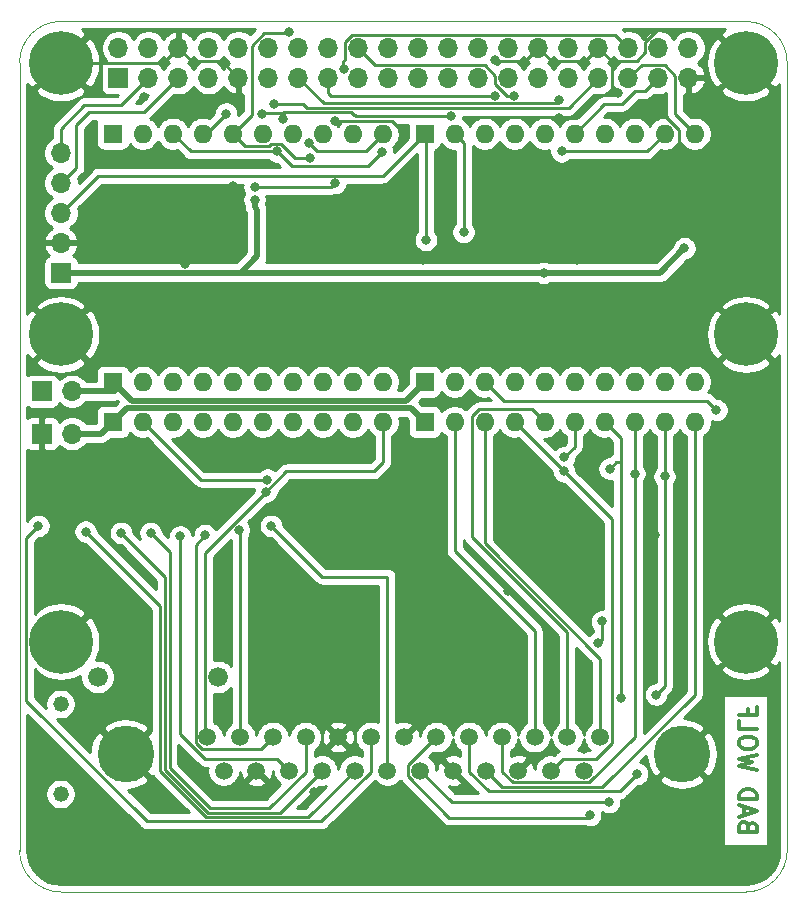
<source format=gbr>
%TF.GenerationSoftware,KiCad,Pcbnew,(5.1.6)-1*%
%TF.CreationDate,2020-06-27T22:48:14-05:00*%
%TF.ProjectId,rascsi_din,72617363-7369-45f6-9469-6e2e6b696361,rev?*%
%TF.SameCoordinates,Original*%
%TF.FileFunction,Copper,L2,Bot*%
%TF.FilePolarity,Positive*%
%FSLAX46Y46*%
G04 Gerber Fmt 4.6, Leading zero omitted, Abs format (unit mm)*
G04 Created by KiCad (PCBNEW (5.1.6)-1) date 2020-06-27 22:48:14*
%MOMM*%
%LPD*%
G01*
G04 APERTURE LIST*
%TA.AperFunction,Profile*%
%ADD10C,0.050000*%
%TD*%
%TA.AperFunction,NonConductor*%
%ADD11C,0.300000*%
%TD*%
%TA.AperFunction,ComponentPad*%
%ADD12O,1.600000X1.600000*%
%TD*%
%TA.AperFunction,ComponentPad*%
%ADD13R,1.600000X1.600000*%
%TD*%
%TA.AperFunction,ComponentPad*%
%ADD14C,0.800000*%
%TD*%
%TA.AperFunction,ComponentPad*%
%ADD15C,5.400000*%
%TD*%
%TA.AperFunction,ComponentPad*%
%ADD16O,1.700000X1.700000*%
%TD*%
%TA.AperFunction,ComponentPad*%
%ADD17R,1.700000X1.700000*%
%TD*%
%TA.AperFunction,ComponentPad*%
%ADD18C,4.800000*%
%TD*%
%TA.AperFunction,ComponentPad*%
%ADD19C,1.500000*%
%TD*%
%TA.AperFunction,ComponentPad*%
%ADD20C,1.320800*%
%TD*%
%TA.AperFunction,ComponentPad*%
%ADD21C,1.676400*%
%TD*%
%TA.AperFunction,ViaPad*%
%ADD22C,0.800000*%
%TD*%
%TA.AperFunction,Conductor*%
%ADD23C,0.250000*%
%TD*%
%TA.AperFunction,Conductor*%
%ADD24C,0.500000*%
%TD*%
%TA.AperFunction,Conductor*%
%ADD25C,0.254000*%
%TD*%
G04 APERTURE END LIST*
D10*
X178000000Y-116200000D02*
X236000000Y-116200000D01*
X178000000Y-116200000D02*
G75*
G02*
X174500000Y-112700000I0J3500000D01*
G01*
X239500000Y-112700000D02*
G75*
G02*
X236000000Y-116200000I-3500000J0D01*
G01*
X174500000Y-46000000D02*
X174500000Y-112700000D01*
X239500000Y-46000000D02*
X239500000Y-112700000D01*
X178000000Y-42500000D02*
X236000000Y-42500000D01*
X174500000Y-46000000D02*
G75*
G02*
X178000000Y-42500000I3500000J0D01*
G01*
X236000000Y-42500000D02*
G75*
G02*
X239500000Y-46000000I0J-3500000D01*
G01*
D11*
X236207142Y-110650000D02*
X236135714Y-110435714D01*
X236064285Y-110364285D01*
X235921428Y-110292857D01*
X235707142Y-110292857D01*
X235564285Y-110364285D01*
X235492857Y-110435714D01*
X235421428Y-110578571D01*
X235421428Y-111150000D01*
X236921428Y-111150000D01*
X236921428Y-110650000D01*
X236850000Y-110507142D01*
X236778571Y-110435714D01*
X236635714Y-110364285D01*
X236492857Y-110364285D01*
X236350000Y-110435714D01*
X236278571Y-110507142D01*
X236207142Y-110650000D01*
X236207142Y-111150000D01*
X235850000Y-109721428D02*
X235850000Y-109007142D01*
X235421428Y-109864285D02*
X236921428Y-109364285D01*
X235421428Y-108864285D01*
X235421428Y-108364285D02*
X236921428Y-108364285D01*
X236921428Y-108007142D01*
X236850000Y-107792857D01*
X236707142Y-107650000D01*
X236564285Y-107578571D01*
X236278571Y-107507142D01*
X236064285Y-107507142D01*
X235778571Y-107578571D01*
X235635714Y-107650000D01*
X235492857Y-107792857D01*
X235421428Y-108007142D01*
X235421428Y-108364285D01*
X236921428Y-105864285D02*
X235421428Y-105507142D01*
X236492857Y-105221428D01*
X235421428Y-104935714D01*
X236921428Y-104578571D01*
X236921428Y-103721428D02*
X236921428Y-103435714D01*
X236850000Y-103292857D01*
X236707142Y-103150000D01*
X236421428Y-103078571D01*
X235921428Y-103078571D01*
X235635714Y-103150000D01*
X235492857Y-103292857D01*
X235421428Y-103435714D01*
X235421428Y-103721428D01*
X235492857Y-103864285D01*
X235635714Y-104007142D01*
X235921428Y-104078571D01*
X236421428Y-104078571D01*
X236707142Y-104007142D01*
X236850000Y-103864285D01*
X236921428Y-103721428D01*
X235421428Y-101721428D02*
X235421428Y-102435714D01*
X236921428Y-102435714D01*
X236207142Y-100721428D02*
X236207142Y-101221428D01*
X235421428Y-101221428D02*
X236921428Y-101221428D01*
X236921428Y-100507142D01*
D12*
%TO.P,RN5,10*%
%TO.N,C-ATN*%
X231660000Y-72990000D03*
%TO.P,RN5,9*%
%TO.N,C-ACK*%
X229120000Y-72990000D03*
%TO.P,RN5,8*%
%TO.N,C-RST*%
X226580000Y-72990000D03*
%TO.P,RN5,7*%
%TO.N,C-SEL*%
X224040000Y-72990000D03*
%TO.P,RN5,6*%
%TO.N,C-BSY*%
X221500000Y-72990000D03*
%TO.P,RN5,5*%
%TO.N,C-MSG*%
X218960000Y-72990000D03*
%TO.P,RN5,4*%
%TO.N,C-C_D*%
X216420000Y-72990000D03*
%TO.P,RN5,3*%
%TO.N,C-REQ*%
X213880000Y-72990000D03*
%TO.P,RN5,2*%
%TO.N,C-I_O*%
X211340000Y-72990000D03*
D13*
%TO.P,RN5,1*%
%TO.N,Net-(JP2-Pad2)*%
X208800000Y-72990000D03*
%TD*%
D14*
%TO.P,H2,1*%
%TO.N,GND*%
X237431891Y-44568109D03*
X236000000Y-43975000D03*
X234568109Y-44568109D03*
X233975000Y-46000000D03*
X234568109Y-47431891D03*
X236000000Y-48025000D03*
X237431891Y-47431891D03*
X238025000Y-46000000D03*
D15*
X236000000Y-46000000D03*
%TD*%
D14*
%TO.P,H1,1*%
%TO.N,GND*%
X179431891Y-44568109D03*
X178000000Y-43975000D03*
X176568109Y-44568109D03*
X175975000Y-46000000D03*
X176568109Y-47431891D03*
X178000000Y-48025000D03*
X179431891Y-47431891D03*
X180025000Y-46000000D03*
D15*
X178000000Y-46000000D03*
%TD*%
D16*
%TO.P,J4,5*%
%TO.N,PI_SDA*%
X178010000Y-53620000D03*
%TO.P,J4,4*%
%TO.N,PI_SCL*%
X178010000Y-56160000D03*
%TO.P,J4,3*%
%TO.N,+3V3*%
X178010000Y-58700000D03*
%TO.P,J4,2*%
%TO.N,GND*%
X178010000Y-61240000D03*
D17*
%TO.P,J4,1*%
%TO.N,+5V*%
X178010000Y-63780000D03*
%TD*%
D16*
%TO.P,JP2,2*%
%TO.N,Net-(JP2-Pad2)*%
X178940000Y-73800000D03*
D17*
%TO.P,JP2,1*%
%TO.N,+5V*%
X176400000Y-73800000D03*
%TD*%
D16*
%TO.P,JP1,2*%
%TO.N,Net-(JP1-Pad2)*%
X178940000Y-77400000D03*
D17*
%TO.P,JP1,1*%
%TO.N,GND*%
X176400000Y-77400000D03*
%TD*%
D14*
%TO.P,H6,1*%
%TO.N,GND*%
X237431891Y-93568109D03*
X236000000Y-92975000D03*
X234568109Y-93568109D03*
X233975000Y-95000000D03*
X234568109Y-96431891D03*
X236000000Y-97025000D03*
X237431891Y-96431891D03*
X238025000Y-95000000D03*
D15*
X236000000Y-95000000D03*
%TD*%
D14*
%TO.P,H5,1*%
%TO.N,GND*%
X179431891Y-93568109D03*
X178000000Y-92975000D03*
X176568109Y-93568109D03*
X175975000Y-95000000D03*
X176568109Y-96431891D03*
X178000000Y-97025000D03*
X179431891Y-96431891D03*
X180025000Y-95000000D03*
D15*
X178000000Y-95000000D03*
%TD*%
D14*
%TO.P,H4,1*%
%TO.N,GND*%
X237431891Y-67568109D03*
X236000000Y-66975000D03*
X234568109Y-67568109D03*
X233975000Y-69000000D03*
X234568109Y-70431891D03*
X236000000Y-71025000D03*
X237431891Y-70431891D03*
X238025000Y-69000000D03*
D15*
X236000000Y-69000000D03*
%TD*%
D14*
%TO.P,H3,1*%
%TO.N,GND*%
X179431891Y-67568109D03*
X178000000Y-66975000D03*
X176568109Y-67568109D03*
X175975000Y-69000000D03*
X176568109Y-70431891D03*
X178000000Y-71025000D03*
X179431891Y-70431891D03*
X180025000Y-69000000D03*
D15*
X178000000Y-69000000D03*
%TD*%
D18*
%TO.P,J2,MH2*%
%TO.N,GND*%
X183480000Y-104510000D03*
%TO.P,J2,MH1*%
X230580000Y-104510000D03*
D19*
%TO.P,J2,25*%
%TO.N,TERMPOW*%
X191795000Y-105930000D03*
%TO.P,J2,24*%
%TO.N,GND*%
X194565000Y-105930000D03*
%TO.P,J2,23*%
%TO.N,C-D4*%
X197335000Y-105930000D03*
%TO.P,J2,22*%
%TO.N,C-D2*%
X200105000Y-105930000D03*
%TO.P,J2,21*%
%TO.N,C-D1*%
X202875000Y-105930000D03*
%TO.P,J2,20*%
%TO.N,C-DP*%
X205645000Y-105930000D03*
%TO.P,J2,19*%
%TO.N,C-SEL*%
X208415000Y-105930000D03*
%TO.P,J2,18*%
%TO.N,GND*%
X211185000Y-105930000D03*
%TO.P,J2,17*%
%TO.N,C-ATN*%
X213955000Y-105930000D03*
%TO.P,J2,16*%
%TO.N,GND*%
X216725000Y-105930000D03*
%TO.P,J2,15*%
%TO.N,C-C_D*%
X219495000Y-105930000D03*
%TO.P,J2,14*%
%TO.N,GND*%
X222265000Y-105930000D03*
%TO.P,J2,13*%
%TO.N,C-D7*%
X190410000Y-103090000D03*
%TO.P,J2,12*%
%TO.N,C-D6*%
X193180000Y-103090000D03*
%TO.P,J2,11*%
%TO.N,C-D5*%
X195950000Y-103090000D03*
%TO.P,J2,10*%
%TO.N,C-D3*%
X198720000Y-103090000D03*
%TO.P,J2,9*%
%TO.N,GND*%
X201490000Y-103090000D03*
%TO.P,J2,8*%
%TO.N,C-D0*%
X204260000Y-103090000D03*
%TO.P,J2,7*%
%TO.N,GND*%
X207030000Y-103090000D03*
%TO.P,J2,6*%
%TO.N,C-BSY*%
X209800000Y-103090000D03*
%TO.P,J2,5*%
%TO.N,C-ACK*%
X212570000Y-103090000D03*
%TO.P,J2,4*%
%TO.N,C-RST*%
X215340000Y-103090000D03*
%TO.P,J2,3*%
%TO.N,C-I_O*%
X218110000Y-103090000D03*
%TO.P,J2,2*%
%TO.N,C-MSG*%
X220880000Y-103090000D03*
%TO.P,J2,1*%
%TO.N,C-REQ*%
X223650000Y-103090000D03*
%TD*%
D12*
%TO.P,RN6,10*%
%TO.N,C-ATN*%
X231660000Y-76400000D03*
%TO.P,RN6,9*%
%TO.N,C-ACK*%
X229120000Y-76400000D03*
%TO.P,RN6,8*%
%TO.N,C-RST*%
X226580000Y-76400000D03*
%TO.P,RN6,7*%
%TO.N,C-SEL*%
X224040000Y-76400000D03*
%TO.P,RN6,6*%
%TO.N,C-BSY*%
X221500000Y-76400000D03*
%TO.P,RN6,5*%
%TO.N,C-MSG*%
X218960000Y-76400000D03*
%TO.P,RN6,4*%
%TO.N,C-C_D*%
X216420000Y-76400000D03*
%TO.P,RN6,3*%
%TO.N,C-REQ*%
X213880000Y-76400000D03*
%TO.P,RN6,2*%
%TO.N,C-I_O*%
X211340000Y-76400000D03*
D13*
%TO.P,RN6,1*%
%TO.N,Net-(JP1-Pad2)*%
X208800000Y-76400000D03*
%TD*%
D12*
%TO.P,RN4,10*%
%TO.N,C-D7*%
X205260000Y-76400000D03*
%TO.P,RN4,9*%
%TO.N,C-D6*%
X202720000Y-76400000D03*
%TO.P,RN4,8*%
%TO.N,C-D5*%
X200180000Y-76400000D03*
%TO.P,RN4,7*%
%TO.N,C-D4*%
X197640000Y-76400000D03*
%TO.P,RN4,6*%
%TO.N,C-D3*%
X195100000Y-76400000D03*
%TO.P,RN4,5*%
%TO.N,C-D2*%
X192560000Y-76400000D03*
%TO.P,RN4,4*%
%TO.N,C-D1*%
X190020000Y-76400000D03*
%TO.P,RN4,3*%
%TO.N,C-D0*%
X187480000Y-76400000D03*
%TO.P,RN4,2*%
%TO.N,C-DP*%
X184940000Y-76400000D03*
D13*
%TO.P,RN4,1*%
%TO.N,Net-(JP1-Pad2)*%
X182400000Y-76400000D03*
%TD*%
D12*
%TO.P,RN3,10*%
%TO.N,C-D7*%
X205260000Y-73000000D03*
%TO.P,RN3,9*%
%TO.N,C-D6*%
X202720000Y-73000000D03*
%TO.P,RN3,8*%
%TO.N,C-D5*%
X200180000Y-73000000D03*
%TO.P,RN3,7*%
%TO.N,C-D4*%
X197640000Y-73000000D03*
%TO.P,RN3,6*%
%TO.N,C-D3*%
X195100000Y-73000000D03*
%TO.P,RN3,5*%
%TO.N,C-D2*%
X192560000Y-73000000D03*
%TO.P,RN3,4*%
%TO.N,C-D1*%
X190020000Y-73000000D03*
%TO.P,RN3,3*%
%TO.N,C-D0*%
X187480000Y-73000000D03*
%TO.P,RN3,2*%
%TO.N,C-DP*%
X184940000Y-73000000D03*
D13*
%TO.P,RN3,1*%
%TO.N,Net-(JP2-Pad2)*%
X182400000Y-73000000D03*
%TD*%
D12*
%TO.P,RN2,10*%
%TO.N,PI-ATN*%
X231660000Y-52000000D03*
%TO.P,RN2,9*%
%TO.N,PI-ACK*%
X229120000Y-52000000D03*
%TO.P,RN2,8*%
%TO.N,PI-RST*%
X226580000Y-52000000D03*
%TO.P,RN2,7*%
%TO.N,PI-SEL*%
X224040000Y-52000000D03*
%TO.P,RN2,6*%
%TO.N,PI-BSY*%
X221500000Y-52000000D03*
%TO.P,RN2,5*%
%TO.N,PI-MSG*%
X218960000Y-52000000D03*
%TO.P,RN2,4*%
%TO.N,PI-C_D*%
X216420000Y-52000000D03*
%TO.P,RN2,3*%
%TO.N,PI-REQ*%
X213880000Y-52000000D03*
%TO.P,RN2,2*%
%TO.N,PI-I_O*%
X211340000Y-52000000D03*
D13*
%TO.P,RN2,1*%
%TO.N,+3V3*%
X208800000Y-52000000D03*
%TD*%
D12*
%TO.P,RN1,10*%
%TO.N,PI-D7*%
X205260000Y-52000000D03*
%TO.P,RN1,9*%
%TO.N,PI-D6*%
X202720000Y-52000000D03*
%TO.P,RN1,8*%
%TO.N,PI-D5*%
X200180000Y-52000000D03*
%TO.P,RN1,7*%
%TO.N,PI-D4*%
X197640000Y-52000000D03*
%TO.P,RN1,6*%
%TO.N,PI-D3*%
X195100000Y-52000000D03*
%TO.P,RN1,5*%
%TO.N,PI-D2*%
X192560000Y-52000000D03*
%TO.P,RN1,4*%
%TO.N,PI-D1*%
X190020000Y-52000000D03*
%TO.P,RN1,3*%
%TO.N,PI-D0*%
X187480000Y-52000000D03*
%TO.P,RN1,2*%
%TO.N,PI-DP*%
X184940000Y-52000000D03*
D13*
%TO.P,RN1,1*%
%TO.N,+3V3*%
X182400000Y-52000000D03*
%TD*%
D16*
%TO.P,J1,40*%
%TO.N,PI-ACK*%
X231140000Y-44730000D03*
%TO.P,J1,39*%
%TO.N,GND*%
X231140000Y-47270000D03*
%TO.P,J1,38*%
%TO.N,PI-RST*%
X228600000Y-44730000D03*
%TO.P,J1,37*%
%TO.N,PI-BSY*%
X228600000Y-47270000D03*
%TO.P,J1,36*%
%TO.N,PI-D6*%
X226060000Y-44730000D03*
%TO.P,J1,35*%
%TO.N,PI-ATN*%
X226060000Y-47270000D03*
%TO.P,J1,34*%
%TO.N,GND*%
X223520000Y-44730000D03*
%TO.P,J1,33*%
%TO.N,PI-D3*%
X223520000Y-47270000D03*
%TO.P,J1,32*%
%TO.N,PI-D2*%
X220980000Y-44730000D03*
%TO.P,J1,31*%
%TO.N,Net-(J1-Pad31)*%
X220980000Y-47270000D03*
%TO.P,J1,30*%
%TO.N,GND*%
X218440000Y-44730000D03*
%TO.P,J1,29*%
%TO.N,DBG_LED*%
X218440000Y-47270000D03*
%TO.P,J1,28*%
%TO.N,Net-(J1-Pad28)*%
X215900000Y-44730000D03*
%TO.P,J1,27*%
%TO.N,Net-(J1-Pad27)*%
X215900000Y-47270000D03*
%TO.P,J1,26*%
%TO.N,Net-(J1-Pad26)*%
X213360000Y-44730000D03*
%TO.P,J1,25*%
%TO.N,GND*%
X213360000Y-47270000D03*
%TO.P,J1,24*%
%TO.N,Net-(J1-Pad24)*%
X210820000Y-44730000D03*
%TO.P,J1,23*%
%TO.N,PI-D1*%
X210820000Y-47270000D03*
%TO.P,J1,22*%
%TO.N,PI-I_O*%
X208280000Y-44730000D03*
%TO.P,J1,21*%
%TO.N,Net-(J1-Pad21)*%
X208280000Y-47270000D03*
%TO.P,J1,20*%
%TO.N,GND*%
X205740000Y-44730000D03*
%TO.P,J1,19*%
%TO.N,PI-D0*%
X205740000Y-47270000D03*
%TO.P,J1,18*%
%TO.N,PI-C_D*%
X203200000Y-44730000D03*
%TO.P,J1,17*%
%TO.N,+3V3*%
X203200000Y-47270000D03*
%TO.P,J1,16*%
%TO.N,PI-MSG*%
X200660000Y-44730000D03*
%TO.P,J1,15*%
%TO.N,PI-REQ*%
X200660000Y-47270000D03*
%TO.P,J1,14*%
%TO.N,GND*%
X198120000Y-44730000D03*
%TO.P,J1,13*%
%TO.N,PI-SEL*%
X198120000Y-47270000D03*
%TO.P,J1,12*%
%TO.N,PI-DP*%
X195580000Y-44730000D03*
%TO.P,J1,11*%
%TO.N,PI-D7*%
X195580000Y-47270000D03*
%TO.P,J1,10*%
%TO.N,PI-D5*%
X193040000Y-44730000D03*
%TO.P,J1,9*%
%TO.N,GND*%
X193040000Y-47270000D03*
%TO.P,J1,8*%
%TO.N,PI-D4*%
X190500000Y-44730000D03*
%TO.P,J1,7*%
%TO.N,ACT*%
X190500000Y-47270000D03*
%TO.P,J1,6*%
%TO.N,GND*%
X187960000Y-44730000D03*
%TO.P,J1,5*%
%TO.N,PI_SCL*%
X187960000Y-47270000D03*
%TO.P,J1,4*%
%TO.N,+5V*%
X185420000Y-44730000D03*
%TO.P,J1,3*%
%TO.N,PI_SDA*%
X185420000Y-47270000D03*
%TO.P,J1,2*%
%TO.N,+5V*%
X182880000Y-44730000D03*
D17*
%TO.P,J1,1*%
%TO.N,+3V3*%
X182880000Y-47270000D03*
%TD*%
D20*
%TO.P,FUSE1A1,2*%
%TO.N,Net-(D1-PadC)*%
X177980000Y-100290000D03*
%TO.P,FUSE1A1,1*%
%TO.N,TERMPOW*%
X177980000Y-107910000D03*
%TD*%
D21*
%TO.P,D1,C*%
%TO.N,Net-(D1-PadC)*%
X181120000Y-98000000D03*
%TO.P,D1,A*%
%TO.N,+5V*%
X191280000Y-98000000D03*
%TD*%
D22*
%TO.N,GND*%
X201200000Y-50900000D03*
X220200000Y-50700000D03*
X225200000Y-48600000D03*
X228900000Y-49700000D03*
X188500000Y-63000000D03*
X188400000Y-68000000D03*
X208800000Y-67400000D03*
X208700000Y-62700000D03*
X221800000Y-67500000D03*
X221700000Y-62700000D03*
X214200000Y-57500000D03*
X214800000Y-45800000D03*
X192600000Y-56400000D03*
X186100000Y-53200000D03*
X215800000Y-86100000D03*
X221100000Y-86100000D03*
X223500000Y-86100000D03*
X215900000Y-90700000D03*
X218400000Y-83100000D03*
X228300000Y-86000000D03*
X233700000Y-86100000D03*
X208200000Y-86000000D03*
X191800000Y-91300000D03*
X191600000Y-100300000D03*
X222400000Y-98900000D03*
X203900000Y-69700000D03*
X199700000Y-69700000D03*
X197000000Y-69700000D03*
X194600000Y-69700000D03*
X217400000Y-69700000D03*
X229700000Y-69700000D03*
X232900000Y-59400000D03*
X175700000Y-64500000D03*
X181000000Y-80100000D03*
X183700000Y-80100000D03*
X186100000Y-80100000D03*
X190400000Y-83500000D03*
X203900000Y-79500000D03*
X196500000Y-78900000D03*
X193900000Y-78800000D03*
X198800000Y-79000000D03*
X187900000Y-49700000D03*
X219500000Y-104200000D03*
X222265000Y-104135000D03*
X237400000Y-86000000D03*
X225900000Y-50400000D03*
X207000000Y-51900000D03*
X187900000Y-83100000D03*
X185400000Y-83500000D03*
X182900000Y-83600000D03*
X180300000Y-83700000D03*
X222700000Y-80500000D03*
X220200000Y-77600000D03*
X210200000Y-74700000D03*
X199400000Y-107700000D03*
X185000000Y-48900000D03*
X221300000Y-59800000D03*
%TO.N,+3V3*%
X208900000Y-61000000D03*
%TO.N,+5V*%
X230800000Y-61700000D03*
X218880000Y-63780000D03*
X194400000Y-57600000D03*
%TO.N,C-REQ*%
X233500000Y-75400000D03*
%TO.N,C-MSG*%
X223800000Y-93300000D03*
X223500000Y-95152000D03*
%TO.N,C-BSY*%
X222800000Y-109700000D03*
X220600000Y-79400000D03*
%TO.N,C-SEL*%
X224400000Y-108600000D03*
X225400000Y-99800000D03*
X224468966Y-80368966D03*
%TO.N,C-RST*%
X226580000Y-80780000D03*
%TO.N,C-ACK*%
X226800000Y-106200000D03*
X228400000Y-99500000D03*
X229120000Y-81020000D03*
%TO.N,C-DP*%
X195800000Y-85200000D03*
X195488966Y-81288966D03*
%TO.N,C-D0*%
X176100000Y-85200000D03*
%TO.N,C-D1*%
X180100000Y-85700000D03*
%TO.N,C-D2*%
X183100000Y-85800000D03*
%TO.N,C-D3*%
X185600000Y-85800000D03*
%TO.N,C-D4*%
X188100000Y-86100000D03*
%TO.N,C-D5*%
X190200000Y-86000000D03*
%TO.N,C-D6*%
X193061034Y-85561034D03*
%TO.N,C-D7*%
X195400000Y-82300000D03*
%TO.N,C-C_D*%
X220610000Y-80590000D03*
%TO.N,PI-D7*%
X198992971Y-52775153D03*
%TO.N,PI-D6*%
X202000000Y-46500000D03*
%TO.N,PI-D3*%
X196031034Y-49468966D03*
X194400000Y-56500000D03*
X201200000Y-56200000D03*
%TO.N,PI-D2*%
X197300000Y-43400000D03*
X199093540Y-54079154D03*
%TO.N,PI-D1*%
X211000000Y-50500000D03*
X196800000Y-50800000D03*
X195000000Y-50300000D03*
X192000000Y-50300000D03*
%TO.N,PI-D0*%
X196300000Y-53500000D03*
X205175555Y-53546033D03*
%TO.N,PI-C_D*%
X216400000Y-48770990D03*
%TO.N,PI-REQ*%
X214800000Y-48770990D03*
%TO.N,PI-I_O*%
X212100000Y-60329010D03*
%TO.N,PI-ACK*%
X220400000Y-53500000D03*
%TO.N,PI-SEL*%
X220200000Y-49148000D03*
%TD*%
D23*
%TO.N,GND*%
X214832001Y-45832001D02*
X214800000Y-45800000D01*
X218440000Y-44730000D02*
X217337999Y-45832001D01*
X217337999Y-45832001D02*
X214832001Y-45832001D01*
X228900000Y-50265685D02*
X230300000Y-51665685D01*
X228900000Y-49700000D02*
X228900000Y-50265685D01*
X230300000Y-51665685D02*
X230300000Y-54600000D01*
X221600000Y-50700000D02*
X220200000Y-50700000D01*
X223200000Y-49100000D02*
X221600000Y-50700000D01*
X224622001Y-48243684D02*
X224622001Y-45832001D01*
X206000000Y-50900000D02*
X201200000Y-50900000D01*
X207000000Y-51900000D02*
X206000000Y-50900000D01*
X219542001Y-45832001D02*
X222417999Y-45832001D01*
X222417999Y-45832001D02*
X223520000Y-44730000D01*
X218440000Y-44730000D02*
X219542001Y-45832001D01*
X189062001Y-45832001D02*
X187960000Y-44730000D01*
X191602001Y-45832001D02*
X189062001Y-45832001D01*
X193040000Y-47270000D02*
X191602001Y-45832001D01*
X186690000Y-46000000D02*
X178000000Y-46000000D01*
X187960000Y-44730000D02*
X186690000Y-46000000D01*
X236000000Y-46000000D02*
X233200000Y-43200000D01*
X233200000Y-43200000D02*
X228499038Y-43200000D01*
X227497999Y-44201039D02*
X227497999Y-45102001D01*
X228499038Y-43200000D02*
X227497999Y-44201039D01*
X226767999Y-45832001D02*
X224622001Y-45832001D01*
X224622001Y-45832001D02*
X223520000Y-44730000D01*
X227497999Y-45102001D02*
X226767999Y-45832001D01*
%TO.N,+3V3*%
X208900000Y-52100000D02*
X208800000Y-52000000D01*
X208900000Y-61000000D02*
X208900000Y-52100000D01*
X205252001Y-55547999D02*
X208800000Y-52000000D01*
X181162001Y-55547999D02*
X205252001Y-55547999D01*
X178010000Y-58700000D02*
X181162001Y-55547999D01*
D24*
%TO.N,+5V*%
X228720000Y-63780000D02*
X230800000Y-61700000D01*
X218880000Y-63780000D02*
X228720000Y-63780000D01*
X194400000Y-58249962D02*
X194600000Y-58449962D01*
X194400000Y-57600000D02*
X194400000Y-58249962D01*
X194600000Y-62400000D02*
X193220000Y-63780000D01*
X194600000Y-58449962D02*
X194600000Y-62400000D01*
X178010000Y-63780000D02*
X193220000Y-63780000D01*
X193220000Y-63780000D02*
X218880000Y-63780000D01*
D23*
%TO.N,C-REQ*%
X213880000Y-76400000D02*
X213880000Y-86680000D01*
X223650000Y-96450000D02*
X223650000Y-103090000D01*
X213880000Y-86680000D02*
X223650000Y-96450000D01*
X233500000Y-75400000D02*
X232700000Y-74600000D01*
X215490000Y-74600000D02*
X213880000Y-72990000D01*
X232700000Y-74600000D02*
X215490000Y-74600000D01*
%TO.N,C-MSG*%
X213375039Y-75347999D02*
X217907999Y-75347999D01*
X212827999Y-75895039D02*
X213375039Y-75347999D01*
X212827999Y-86161171D02*
X212827999Y-75895039D01*
X217907999Y-75347999D02*
X218960000Y-76400000D01*
X220880000Y-94213172D02*
X212827999Y-86161171D01*
X220880000Y-103090000D02*
X220880000Y-94213172D01*
X223800000Y-93300000D02*
X223800000Y-94852000D01*
X223800000Y-94852000D02*
X223500000Y-95152000D01*
%TO.N,C-BSY*%
X207412999Y-106410961D02*
X210902038Y-109900000D01*
X209800000Y-103090000D02*
X207412999Y-105477001D01*
X207412999Y-105477001D02*
X207412999Y-106410961D01*
X210902038Y-109900000D02*
X222600000Y-109900000D01*
X222600000Y-109900000D02*
X222800000Y-109700000D01*
X221500000Y-76400000D02*
X221500000Y-78500000D01*
X221500000Y-78500000D02*
X220600000Y-79400000D01*
%TO.N,C-SEL*%
X208415000Y-105930000D02*
X211085000Y-108600000D01*
X211085000Y-108600000D02*
X224400000Y-108600000D01*
X225400000Y-77760000D02*
X224040000Y-76400000D01*
X225400000Y-79500000D02*
X225400000Y-77760000D01*
X225037932Y-79800000D02*
X225400000Y-79800000D01*
X224468966Y-80368966D02*
X225037932Y-79800000D01*
X225400000Y-99800000D02*
X225400000Y-79800000D01*
X225400000Y-79800000D02*
X225400000Y-79500000D01*
%TO.N,C-RST*%
X222745961Y-106932001D02*
X226580000Y-103097962D01*
X216244039Y-106932001D02*
X222745961Y-106932001D01*
X215340000Y-106027962D02*
X216244039Y-106932001D01*
X215340000Y-103090000D02*
X215340000Y-106027962D01*
X226580000Y-103097962D02*
X226580000Y-80780000D01*
X226580000Y-80780000D02*
X226580000Y-76400000D01*
%TO.N,C-ACK*%
X225313981Y-107686019D02*
X226800000Y-106200000D01*
X214228057Y-107686019D02*
X225313981Y-107686019D01*
X212570000Y-103090000D02*
X212570000Y-106027962D01*
X212570000Y-106027962D02*
X214228057Y-107686019D01*
X228400000Y-99500000D02*
X229120000Y-98780000D01*
X229120000Y-98780000D02*
X229120000Y-81020000D01*
X229120000Y-81020000D02*
X229120000Y-76400000D01*
%TO.N,C-ATN*%
X231660000Y-99505038D02*
X231660000Y-76400000D01*
X223856028Y-107309010D02*
X231660000Y-99505038D01*
X215334010Y-107309010D02*
X223856028Y-107309010D01*
X213955000Y-105930000D02*
X215334010Y-107309010D01*
%TO.N,C-DP*%
X205645000Y-105930000D02*
X205645000Y-89505039D01*
X205645000Y-89505039D02*
X200105039Y-89505039D01*
X200105039Y-89505039D02*
X195800000Y-85200000D01*
X184940000Y-76400000D02*
X189828966Y-81288966D01*
X189828966Y-81288966D02*
X195488966Y-81288966D01*
%TO.N,C-D0*%
X175047999Y-86252001D02*
X176100000Y-85200000D01*
X200056934Y-110231028D02*
X185276066Y-110231028D01*
X204260000Y-106027962D02*
X200056934Y-110231028D01*
X204260000Y-103090000D02*
X204260000Y-106027962D01*
X175047999Y-100002961D02*
X175047999Y-86252001D01*
X185276066Y-110231028D02*
X175047999Y-100002961D01*
%TO.N,C-D1*%
X190287674Y-109854018D02*
X186400000Y-105966344D01*
X202875000Y-105930000D02*
X198950982Y-109854018D01*
X198950982Y-109854018D02*
X190287674Y-109854018D01*
X186400000Y-105966344D02*
X186400000Y-92000000D01*
X186400000Y-92000000D02*
X180100000Y-85700000D01*
%TO.N,C-D2*%
X200105000Y-105930000D02*
X196557991Y-109477009D01*
X186822990Y-89522990D02*
X183100000Y-85800000D01*
X196557991Y-109477009D02*
X190443837Y-109477009D01*
X190443837Y-109477009D02*
X186822990Y-105856162D01*
X186822990Y-105856162D02*
X186822990Y-89522990D01*
%TO.N,C-D3*%
X185600000Y-85800000D02*
X187200000Y-87400000D01*
X187200000Y-87400000D02*
X187200000Y-105700000D01*
X187200000Y-105700000D02*
X190600000Y-109100000D01*
X198720000Y-106027962D02*
X198720000Y-103090000D01*
X195647962Y-109100000D02*
X198720000Y-106027962D01*
X190600000Y-109100000D02*
X195647962Y-109100000D01*
%TO.N,C-D4*%
X196332999Y-104927999D02*
X197335000Y-105930000D01*
X190231865Y-104927999D02*
X196332999Y-104927999D01*
X188100000Y-102796134D02*
X190231865Y-104927999D01*
X188100000Y-86100000D02*
X188100000Y-102796134D01*
%TO.N,C-D5*%
X189929039Y-104092001D02*
X194947999Y-104092001D01*
X189407999Y-103570961D02*
X189929039Y-104092001D01*
X189407999Y-86792001D02*
X189407999Y-103570961D01*
X194947999Y-104092001D02*
X195950000Y-103090000D01*
X190200000Y-86000000D02*
X189407999Y-86792001D01*
%TO.N,C-D6*%
X193180000Y-103090000D02*
X193180000Y-85680000D01*
X193180000Y-85680000D02*
X193061034Y-85561034D01*
%TO.N,C-D7*%
X204500000Y-80600000D02*
X197100000Y-80600000D01*
X205260000Y-79840000D02*
X204500000Y-80600000D01*
X190189799Y-102869799D02*
X190410000Y-103090000D01*
X205260000Y-76400000D02*
X205260000Y-79840000D01*
X190189799Y-87510201D02*
X190189799Y-102869799D01*
X197100000Y-80600000D02*
X195400000Y-82300000D01*
X195400000Y-82300000D02*
X190189799Y-87510201D01*
%TO.N,C-I_O*%
X211340000Y-76400000D02*
X211340000Y-87340000D01*
X218110000Y-94110000D02*
X218110000Y-103090000D01*
X211340000Y-87340000D02*
X218110000Y-94110000D01*
%TO.N,C-C_D*%
X220497001Y-104927999D02*
X219495000Y-105930000D01*
X223294963Y-104927999D02*
X220497001Y-104927999D01*
X224652001Y-103570961D02*
X223294963Y-104927999D01*
X224652001Y-84632001D02*
X224652001Y-103570961D01*
X220610000Y-80590000D02*
X224652001Y-84632001D01*
X216420000Y-76400000D02*
X220610000Y-80590000D01*
%TO.N,PI-D7*%
X203830989Y-53429011D02*
X205260000Y-52000000D01*
X199646829Y-53429011D02*
X203830989Y-53429011D01*
X198992971Y-52775153D02*
X199646829Y-53429011D01*
%TO.N,PI-D6*%
X202671039Y-43627999D02*
X202097999Y-44201039D01*
X224957999Y-43627999D02*
X202671039Y-43627999D01*
X226060000Y-44730000D02*
X224957999Y-43627999D01*
X202097999Y-44201039D02*
X202097999Y-45702001D01*
X202097999Y-45702001D02*
X201900000Y-45900000D01*
X201900000Y-45900000D02*
X201900000Y-46400000D01*
X201900000Y-46400000D02*
X202000000Y-46500000D01*
%TO.N,PI-D3*%
X220990000Y-49800000D02*
X223520000Y-47270000D01*
X205903038Y-49800000D02*
X220990000Y-49800000D01*
X198540002Y-49468966D02*
X196031034Y-49468966D01*
X205903038Y-49800000D02*
X198871036Y-49800000D01*
X198871036Y-49800000D02*
X198540002Y-49468966D01*
X194400000Y-56500000D02*
X200900000Y-56500000D01*
X200900000Y-56500000D02*
X201200000Y-56200000D01*
%TO.N,PI-D2*%
X194142001Y-44537037D02*
X194142001Y-50417999D01*
X195179038Y-43500000D02*
X194142001Y-44537037D01*
X194142001Y-50417999D02*
X192560000Y-52000000D01*
X195604961Y-53052001D02*
X193612001Y-53052001D01*
X193612001Y-53052001D02*
X192560000Y-52000000D01*
X196612961Y-52847999D02*
X195808963Y-52847999D01*
X197844116Y-54079154D02*
X196612961Y-52847999D01*
X195808963Y-52847999D02*
X195604961Y-53052001D01*
X199093540Y-54079154D02*
X197844116Y-54079154D01*
X197200000Y-43500000D02*
X197300000Y-43400000D01*
X195179038Y-43500000D02*
X197200000Y-43500000D01*
%TO.N,PI-D1*%
X211000000Y-50500000D02*
X203000000Y-50500000D01*
X203000000Y-50500000D02*
X202900000Y-50400000D01*
X202800000Y-50400000D02*
X202577010Y-50177010D01*
X202900000Y-50400000D02*
X202800000Y-50400000D01*
X196877010Y-50722990D02*
X196877010Y-50177010D01*
X196800000Y-50800000D02*
X196877010Y-50722990D01*
X202577010Y-50177010D02*
X196877010Y-50177010D01*
X196777010Y-50277010D02*
X196877010Y-50177010D01*
X195022990Y-50277010D02*
X196777010Y-50277010D01*
X195022990Y-50277010D02*
X195000000Y-50300000D01*
X190300000Y-52000000D02*
X190020000Y-52000000D01*
X192000000Y-50300000D02*
X190300000Y-52000000D01*
%TO.N,PI-D0*%
X188980000Y-53500000D02*
X187480000Y-52000000D01*
X196300000Y-53500000D02*
X188980000Y-53500000D01*
X203990433Y-54731155D02*
X197531155Y-54731155D01*
X197531155Y-54731155D02*
X196300000Y-53500000D01*
X205175555Y-53546033D02*
X203990433Y-54731155D01*
%TO.N,PI-BSY*%
X227497999Y-48372001D02*
X226627999Y-48372001D01*
X228600000Y-47270000D02*
X227497999Y-48372001D01*
X226627999Y-48372001D02*
X225500000Y-49500000D01*
X224000000Y-49500000D02*
X221500000Y-52000000D01*
X225500000Y-49500000D02*
X224000000Y-49500000D01*
%TO.N,PI-C_D*%
X215770028Y-48770990D02*
X216400000Y-48770990D01*
X204637999Y-46167999D02*
X213888961Y-46167999D01*
X203200000Y-44730000D02*
X204637999Y-46167999D01*
X214797999Y-47077037D02*
X214797999Y-47798961D01*
X213888961Y-46167999D02*
X214797999Y-47077037D01*
X214797999Y-47798961D02*
X215770028Y-48770990D01*
%TO.N,PI-REQ*%
X200660000Y-47270000D02*
X200660000Y-48560000D01*
X200660000Y-48560000D02*
X200870990Y-48770990D01*
X200870990Y-48770990D02*
X214800000Y-48770990D01*
%TO.N,PI-I_O*%
X212100000Y-52760000D02*
X211340000Y-52000000D01*
X212100000Y-60329010D02*
X212100000Y-52760000D01*
%TO.N,PI-ATN*%
X230037999Y-47077037D02*
X230037999Y-50377999D01*
X229128961Y-46167999D02*
X230037999Y-47077037D01*
X230037999Y-50377999D02*
X231660000Y-52000000D01*
X227162001Y-46167999D02*
X229128961Y-46167999D01*
X226060000Y-47270000D02*
X227162001Y-46167999D01*
%TO.N,PI-ACK*%
X227620000Y-53500000D02*
X229120000Y-52000000D01*
X220400000Y-53500000D02*
X227620000Y-53500000D01*
%TO.N,PI-SEL*%
X198120000Y-47270000D02*
X200272990Y-49422990D01*
X200272990Y-49422990D02*
X219925010Y-49422990D01*
X219925010Y-49422990D02*
X220200000Y-49148000D01*
%TO.N,PI_SCL*%
X187960000Y-47270000D02*
X185030000Y-50200000D01*
X185030000Y-50200000D02*
X180400000Y-50200000D01*
X180400000Y-50200000D02*
X179300000Y-51300000D01*
X179300000Y-54870000D02*
X178010000Y-56160000D01*
X179300000Y-51300000D02*
X179300000Y-54870000D01*
%TO.N,PI_SDA*%
X180000000Y-49600000D02*
X178010000Y-51590000D01*
X178010000Y-51590000D02*
X178010000Y-53620000D01*
X185420000Y-47270000D02*
X183090000Y-49600000D01*
X183090000Y-49600000D02*
X180000000Y-49600000D01*
D24*
%TO.N,Net-(JP1-Pad2)*%
X181400000Y-77400000D02*
X182400000Y-76400000D01*
X178940000Y-77400000D02*
X181400000Y-77400000D01*
X207622999Y-75222999D02*
X208800000Y-76400000D01*
X183577001Y-75222999D02*
X207622999Y-75222999D01*
X182400000Y-76400000D02*
X183577001Y-75222999D01*
%TO.N,Net-(JP2-Pad2)*%
X178940000Y-73800000D02*
X182600000Y-73800000D01*
X183995989Y-74595989D02*
X182400000Y-73000000D01*
X207194011Y-74595989D02*
X183995989Y-74595989D01*
X208800000Y-72990000D02*
X207194011Y-74595989D01*
%TD*%
D25*
%TO.N,GND*%
G36*
X194007172Y-43597065D02*
G01*
X193986632Y-43576525D01*
X193743411Y-43414010D01*
X193473158Y-43302068D01*
X193186260Y-43245000D01*
X192893740Y-43245000D01*
X192606842Y-43302068D01*
X192336589Y-43414010D01*
X192093368Y-43576525D01*
X191886525Y-43783368D01*
X191770000Y-43957760D01*
X191653475Y-43783368D01*
X191446632Y-43576525D01*
X191203411Y-43414010D01*
X190933158Y-43302068D01*
X190646260Y-43245000D01*
X190353740Y-43245000D01*
X190066842Y-43302068D01*
X189796589Y-43414010D01*
X189553368Y-43576525D01*
X189346525Y-43783368D01*
X189224805Y-43965534D01*
X189155178Y-43848645D01*
X188960269Y-43632412D01*
X188726920Y-43458359D01*
X188464099Y-43333175D01*
X188316890Y-43288524D01*
X188087000Y-43409845D01*
X188087000Y-44603000D01*
X188107000Y-44603000D01*
X188107000Y-44857000D01*
X188087000Y-44857000D01*
X188087000Y-44877000D01*
X187833000Y-44877000D01*
X187833000Y-44857000D01*
X187813000Y-44857000D01*
X187813000Y-44603000D01*
X187833000Y-44603000D01*
X187833000Y-43409845D01*
X187603110Y-43288524D01*
X187455901Y-43333175D01*
X187193080Y-43458359D01*
X186959731Y-43632412D01*
X186764822Y-43848645D01*
X186695195Y-43965534D01*
X186573475Y-43783368D01*
X186366632Y-43576525D01*
X186123411Y-43414010D01*
X185853158Y-43302068D01*
X185566260Y-43245000D01*
X185273740Y-43245000D01*
X184986842Y-43302068D01*
X184716589Y-43414010D01*
X184473368Y-43576525D01*
X184266525Y-43783368D01*
X184150000Y-43957760D01*
X184033475Y-43783368D01*
X183826632Y-43576525D01*
X183583411Y-43414010D01*
X183313158Y-43302068D01*
X183026260Y-43245000D01*
X182733740Y-43245000D01*
X182446842Y-43302068D01*
X182176589Y-43414010D01*
X181933368Y-43576525D01*
X181726525Y-43783368D01*
X181564010Y-44026589D01*
X181452068Y-44296842D01*
X181395000Y-44583740D01*
X181395000Y-44876260D01*
X181452068Y-45163158D01*
X181564010Y-45433411D01*
X181726525Y-45676632D01*
X181858380Y-45808487D01*
X181785820Y-45830498D01*
X181675506Y-45889463D01*
X181578815Y-45968815D01*
X181499463Y-46065506D01*
X181440498Y-46175820D01*
X181404188Y-46295518D01*
X181391928Y-46420000D01*
X181391928Y-48120000D01*
X181404188Y-48244482D01*
X181440498Y-48364180D01*
X181499463Y-48474494D01*
X181578815Y-48571185D01*
X181675506Y-48650537D01*
X181785820Y-48709502D01*
X181905518Y-48745812D01*
X182030000Y-48758072D01*
X182857127Y-48758072D01*
X182775199Y-48840000D01*
X180037322Y-48840000D01*
X180000000Y-48836324D01*
X179962677Y-48840000D01*
X179962667Y-48840000D01*
X179851014Y-48850997D01*
X179707753Y-48894454D01*
X179575723Y-48965026D01*
X179492083Y-49033668D01*
X179459999Y-49059999D01*
X179436201Y-49088997D01*
X177499003Y-51026196D01*
X177469999Y-51049999D01*
X177427407Y-51101898D01*
X177375026Y-51165724D01*
X177329446Y-51250998D01*
X177304454Y-51297754D01*
X177260997Y-51441015D01*
X177250000Y-51552668D01*
X177250000Y-51552678D01*
X177246324Y-51590000D01*
X177250000Y-51627323D01*
X177250000Y-52341821D01*
X177063368Y-52466525D01*
X176856525Y-52673368D01*
X176694010Y-52916589D01*
X176582068Y-53186842D01*
X176525000Y-53473740D01*
X176525000Y-53766260D01*
X176582068Y-54053158D01*
X176694010Y-54323411D01*
X176856525Y-54566632D01*
X177063368Y-54773475D01*
X177237760Y-54890000D01*
X177063368Y-55006525D01*
X176856525Y-55213368D01*
X176694010Y-55456589D01*
X176582068Y-55726842D01*
X176525000Y-56013740D01*
X176525000Y-56306260D01*
X176582068Y-56593158D01*
X176694010Y-56863411D01*
X176856525Y-57106632D01*
X177063368Y-57313475D01*
X177237760Y-57430000D01*
X177063368Y-57546525D01*
X176856525Y-57753368D01*
X176694010Y-57996589D01*
X176582068Y-58266842D01*
X176525000Y-58553740D01*
X176525000Y-58846260D01*
X176582068Y-59133158D01*
X176694010Y-59403411D01*
X176856525Y-59646632D01*
X177063368Y-59853475D01*
X177245534Y-59975195D01*
X177128645Y-60044822D01*
X176912412Y-60239731D01*
X176738359Y-60473080D01*
X176613175Y-60735901D01*
X176568524Y-60883110D01*
X176689845Y-61113000D01*
X177883000Y-61113000D01*
X177883000Y-61093000D01*
X178137000Y-61093000D01*
X178137000Y-61113000D01*
X179330155Y-61113000D01*
X179451476Y-60883110D01*
X179406825Y-60735901D01*
X179281641Y-60473080D01*
X179107588Y-60239731D01*
X178891355Y-60044822D01*
X178774466Y-59975195D01*
X178956632Y-59853475D01*
X179163475Y-59646632D01*
X179325990Y-59403411D01*
X179437932Y-59133158D01*
X179495000Y-58846260D01*
X179495000Y-58553740D01*
X179451209Y-58333592D01*
X181476803Y-56307999D01*
X193382914Y-56307999D01*
X193365000Y-56398061D01*
X193365000Y-56601939D01*
X193404774Y-56801898D01*
X193482795Y-56990256D01*
X193522715Y-57050000D01*
X193482795Y-57109744D01*
X193404774Y-57298102D01*
X193365000Y-57498061D01*
X193365000Y-57701939D01*
X193404774Y-57901898D01*
X193482795Y-58090256D01*
X193515000Y-58138454D01*
X193515000Y-58206493D01*
X193510719Y-58249962D01*
X193515000Y-58293431D01*
X193515000Y-58293439D01*
X193525883Y-58403937D01*
X193527805Y-58423452D01*
X193578412Y-58590275D01*
X193660590Y-58744021D01*
X193715000Y-58810320D01*
X193715001Y-62033420D01*
X192853422Y-62895000D01*
X179494625Y-62895000D01*
X179485812Y-62805518D01*
X179449502Y-62685820D01*
X179390537Y-62575506D01*
X179311185Y-62478815D01*
X179214494Y-62399463D01*
X179104180Y-62340498D01*
X179023534Y-62316034D01*
X179107588Y-62240269D01*
X179281641Y-62006920D01*
X179406825Y-61744099D01*
X179451476Y-61596890D01*
X179330155Y-61367000D01*
X178137000Y-61367000D01*
X178137000Y-61387000D01*
X177883000Y-61387000D01*
X177883000Y-61367000D01*
X176689845Y-61367000D01*
X176568524Y-61596890D01*
X176613175Y-61744099D01*
X176738359Y-62006920D01*
X176912412Y-62240269D01*
X176996466Y-62316034D01*
X176915820Y-62340498D01*
X176805506Y-62399463D01*
X176708815Y-62478815D01*
X176629463Y-62575506D01*
X176570498Y-62685820D01*
X176534188Y-62805518D01*
X176521928Y-62930000D01*
X176521928Y-64630000D01*
X176534188Y-64754482D01*
X176570498Y-64874180D01*
X176629463Y-64984494D01*
X176708815Y-65081185D01*
X176805506Y-65160537D01*
X176915820Y-65219502D01*
X177035518Y-65255812D01*
X177160000Y-65268072D01*
X178860000Y-65268072D01*
X178984482Y-65255812D01*
X179104180Y-65219502D01*
X179214494Y-65160537D01*
X179311185Y-65081185D01*
X179390537Y-64984494D01*
X179449502Y-64874180D01*
X179485812Y-64754482D01*
X179494625Y-64665000D01*
X193176531Y-64665000D01*
X193220000Y-64669281D01*
X193263469Y-64665000D01*
X218341546Y-64665000D01*
X218389744Y-64697205D01*
X218578102Y-64775226D01*
X218778061Y-64815000D01*
X218981939Y-64815000D01*
X219181898Y-64775226D01*
X219370256Y-64697205D01*
X219418454Y-64665000D01*
X228676531Y-64665000D01*
X228720000Y-64669281D01*
X228763469Y-64665000D01*
X228763477Y-64665000D01*
X228893490Y-64652195D01*
X229060313Y-64601589D01*
X229214059Y-64519411D01*
X229348817Y-64408817D01*
X229376534Y-64375044D01*
X231045044Y-62706535D01*
X231101898Y-62695226D01*
X231290256Y-62617205D01*
X231459774Y-62503937D01*
X231603937Y-62359774D01*
X231717205Y-62190256D01*
X231795226Y-62001898D01*
X231835000Y-61801939D01*
X231835000Y-61598061D01*
X231795226Y-61398102D01*
X231717205Y-61209744D01*
X231603937Y-61040226D01*
X231459774Y-60896063D01*
X231290256Y-60782795D01*
X231101898Y-60704774D01*
X230901939Y-60665000D01*
X230698061Y-60665000D01*
X230498102Y-60704774D01*
X230309744Y-60782795D01*
X230140226Y-60896063D01*
X229996063Y-61040226D01*
X229882795Y-61209744D01*
X229804774Y-61398102D01*
X229793465Y-61454956D01*
X228353422Y-62895000D01*
X219418454Y-62895000D01*
X219370256Y-62862795D01*
X219181898Y-62784774D01*
X218981939Y-62745000D01*
X218778061Y-62745000D01*
X218578102Y-62784774D01*
X218389744Y-62862795D01*
X218341546Y-62895000D01*
X195338639Y-62895000D01*
X195339411Y-62894059D01*
X195356122Y-62862795D01*
X195421589Y-62740313D01*
X195472195Y-62573490D01*
X195485000Y-62443477D01*
X195485000Y-62443469D01*
X195489281Y-62400000D01*
X195485000Y-62356531D01*
X195485000Y-58493431D01*
X195489281Y-58449962D01*
X195485000Y-58406493D01*
X195485000Y-58406485D01*
X195472195Y-58276472D01*
X195421589Y-58109649D01*
X195358254Y-57991156D01*
X195395226Y-57901898D01*
X195435000Y-57701939D01*
X195435000Y-57498061D01*
X195395226Y-57298102D01*
X195379444Y-57260000D01*
X200862678Y-57260000D01*
X200900000Y-57263676D01*
X200937322Y-57260000D01*
X200937333Y-57260000D01*
X201048986Y-57249003D01*
X201096302Y-57234650D01*
X201098061Y-57235000D01*
X201301939Y-57235000D01*
X201501898Y-57195226D01*
X201690256Y-57117205D01*
X201859774Y-57003937D01*
X202003937Y-56859774D01*
X202117205Y-56690256D01*
X202195226Y-56501898D01*
X202233795Y-56307999D01*
X205214679Y-56307999D01*
X205252001Y-56311675D01*
X205289323Y-56307999D01*
X205289334Y-56307999D01*
X205400987Y-56297002D01*
X205544248Y-56253545D01*
X205676277Y-56182973D01*
X205792002Y-56088000D01*
X205815805Y-56058996D01*
X208140001Y-53734801D01*
X208140000Y-60296289D01*
X208096063Y-60340226D01*
X207982795Y-60509744D01*
X207904774Y-60698102D01*
X207865000Y-60898061D01*
X207865000Y-61101939D01*
X207904774Y-61301898D01*
X207982795Y-61490256D01*
X208096063Y-61659774D01*
X208240226Y-61803937D01*
X208409744Y-61917205D01*
X208598102Y-61995226D01*
X208798061Y-62035000D01*
X209001939Y-62035000D01*
X209201898Y-61995226D01*
X209390256Y-61917205D01*
X209559774Y-61803937D01*
X209703937Y-61659774D01*
X209817205Y-61490256D01*
X209895226Y-61301898D01*
X209935000Y-61101939D01*
X209935000Y-60898061D01*
X209895226Y-60698102D01*
X209817205Y-60509744D01*
X209703937Y-60340226D01*
X209660000Y-60296289D01*
X209660000Y-53432163D01*
X209724482Y-53425812D01*
X209844180Y-53389502D01*
X209954494Y-53330537D01*
X210051185Y-53251185D01*
X210130537Y-53154494D01*
X210189502Y-53044180D01*
X210225812Y-52924482D01*
X210226643Y-52916039D01*
X210425241Y-53114637D01*
X210660273Y-53271680D01*
X210921426Y-53379853D01*
X211198665Y-53435000D01*
X211340001Y-53435000D01*
X211340000Y-59625299D01*
X211296063Y-59669236D01*
X211182795Y-59838754D01*
X211104774Y-60027112D01*
X211065000Y-60227071D01*
X211065000Y-60430949D01*
X211104774Y-60630908D01*
X211182795Y-60819266D01*
X211296063Y-60988784D01*
X211440226Y-61132947D01*
X211609744Y-61246215D01*
X211798102Y-61324236D01*
X211998061Y-61364010D01*
X212201939Y-61364010D01*
X212401898Y-61324236D01*
X212590256Y-61246215D01*
X212759774Y-61132947D01*
X212903937Y-60988784D01*
X213017205Y-60819266D01*
X213095226Y-60630908D01*
X213135000Y-60430949D01*
X213135000Y-60227071D01*
X213095226Y-60027112D01*
X213017205Y-59838754D01*
X212903937Y-59669236D01*
X212860000Y-59625299D01*
X212860000Y-53009396D01*
X212965241Y-53114637D01*
X213200273Y-53271680D01*
X213461426Y-53379853D01*
X213738665Y-53435000D01*
X214021335Y-53435000D01*
X214298574Y-53379853D01*
X214559727Y-53271680D01*
X214794759Y-53114637D01*
X214994637Y-52914759D01*
X215150000Y-52682241D01*
X215305363Y-52914759D01*
X215505241Y-53114637D01*
X215740273Y-53271680D01*
X216001426Y-53379853D01*
X216278665Y-53435000D01*
X216561335Y-53435000D01*
X216838574Y-53379853D01*
X217099727Y-53271680D01*
X217334759Y-53114637D01*
X217534637Y-52914759D01*
X217690000Y-52682241D01*
X217845363Y-52914759D01*
X218045241Y-53114637D01*
X218280273Y-53271680D01*
X218541426Y-53379853D01*
X218818665Y-53435000D01*
X219101335Y-53435000D01*
X219368212Y-53381914D01*
X219365000Y-53398061D01*
X219365000Y-53601939D01*
X219404774Y-53801898D01*
X219482795Y-53990256D01*
X219596063Y-54159774D01*
X219740226Y-54303937D01*
X219909744Y-54417205D01*
X220098102Y-54495226D01*
X220298061Y-54535000D01*
X220501939Y-54535000D01*
X220701898Y-54495226D01*
X220890256Y-54417205D01*
X221059774Y-54303937D01*
X221103711Y-54260000D01*
X227582678Y-54260000D01*
X227620000Y-54263676D01*
X227657322Y-54260000D01*
X227657333Y-54260000D01*
X227768986Y-54249003D01*
X227912247Y-54205546D01*
X228044276Y-54134974D01*
X228160001Y-54040001D01*
X228183804Y-54010997D01*
X228796114Y-53398688D01*
X228978665Y-53435000D01*
X229261335Y-53435000D01*
X229538574Y-53379853D01*
X229799727Y-53271680D01*
X230034759Y-53114637D01*
X230234637Y-52914759D01*
X230390000Y-52682241D01*
X230545363Y-52914759D01*
X230745241Y-53114637D01*
X230980273Y-53271680D01*
X231241426Y-53379853D01*
X231518665Y-53435000D01*
X231801335Y-53435000D01*
X232078574Y-53379853D01*
X232339727Y-53271680D01*
X232574759Y-53114637D01*
X232774637Y-52914759D01*
X232931680Y-52679727D01*
X233039853Y-52418574D01*
X233095000Y-52141335D01*
X233095000Y-51858665D01*
X233039853Y-51581426D01*
X232931680Y-51320273D01*
X232774637Y-51085241D01*
X232574759Y-50885363D01*
X232339727Y-50728320D01*
X232078574Y-50620147D01*
X231801335Y-50565000D01*
X231518665Y-50565000D01*
X231336114Y-50601312D01*
X230797999Y-50063198D01*
X230797999Y-48703619D01*
X231013000Y-48590155D01*
X231013000Y-47397000D01*
X231267000Y-47397000D01*
X231267000Y-48590155D01*
X231496890Y-48711476D01*
X231644099Y-48666825D01*
X231906920Y-48541641D01*
X232140269Y-48367588D01*
X232160292Y-48345374D01*
X233834231Y-48345374D01*
X234134411Y-48783828D01*
X234713356Y-49094296D01*
X235341746Y-49285852D01*
X235995431Y-49351134D01*
X236649293Y-49287634D01*
X237278203Y-49097792D01*
X237857992Y-48788904D01*
X237865589Y-48783828D01*
X238165769Y-48345374D01*
X236000000Y-46179605D01*
X233834231Y-48345374D01*
X232160292Y-48345374D01*
X232335178Y-48151355D01*
X232484157Y-47901252D01*
X232581481Y-47626891D01*
X232460814Y-47397000D01*
X231267000Y-47397000D01*
X231013000Y-47397000D01*
X230993000Y-47397000D01*
X230993000Y-47143000D01*
X231013000Y-47143000D01*
X231013000Y-47123000D01*
X231267000Y-47123000D01*
X231267000Y-47143000D01*
X232460814Y-47143000D01*
X232581481Y-46913109D01*
X232484157Y-46638748D01*
X232335178Y-46388645D01*
X232140269Y-46172412D01*
X231910594Y-46001100D01*
X231919078Y-45995431D01*
X232648866Y-45995431D01*
X232712366Y-46649293D01*
X232902208Y-47278203D01*
X233211096Y-47857992D01*
X233216172Y-47865589D01*
X233654626Y-48165769D01*
X235820395Y-46000000D01*
X233654626Y-43834231D01*
X233216172Y-44134411D01*
X232905704Y-44713356D01*
X232714148Y-45341746D01*
X232648866Y-45995431D01*
X231919078Y-45995431D01*
X232086632Y-45883475D01*
X232293475Y-45676632D01*
X232455990Y-45433411D01*
X232567932Y-45163158D01*
X232625000Y-44876260D01*
X232625000Y-44583740D01*
X232567932Y-44296842D01*
X232455990Y-44026589D01*
X232293475Y-43783368D01*
X232086632Y-43576525D01*
X231843411Y-43414010D01*
X231573158Y-43302068D01*
X231286260Y-43245000D01*
X230993740Y-43245000D01*
X230706842Y-43302068D01*
X230436589Y-43414010D01*
X230193368Y-43576525D01*
X229986525Y-43783368D01*
X229870000Y-43957760D01*
X229753475Y-43783368D01*
X229546632Y-43576525D01*
X229303411Y-43414010D01*
X229033158Y-43302068D01*
X228746260Y-43245000D01*
X228453740Y-43245000D01*
X228166842Y-43302068D01*
X227896589Y-43414010D01*
X227653368Y-43576525D01*
X227446525Y-43783368D01*
X227330000Y-43957760D01*
X227213475Y-43783368D01*
X227006632Y-43576525D01*
X226763411Y-43414010D01*
X226493158Y-43302068D01*
X226206260Y-43245000D01*
X225913740Y-43245000D01*
X225693592Y-43288791D01*
X225564801Y-43160000D01*
X234237916Y-43160000D01*
X234142008Y-43211096D01*
X234134411Y-43216172D01*
X233834231Y-43654626D01*
X236000000Y-45820395D01*
X236014143Y-45806253D01*
X236193748Y-45985858D01*
X236179605Y-46000000D01*
X238345374Y-48165769D01*
X238783828Y-47865589D01*
X238840000Y-47760842D01*
X238840000Y-67237917D01*
X238788904Y-67142008D01*
X238783828Y-67134411D01*
X238345374Y-66834231D01*
X236179605Y-69000000D01*
X238345374Y-71165769D01*
X238783828Y-70865589D01*
X238840000Y-70760842D01*
X238840001Y-93237918D01*
X238788904Y-93142008D01*
X238783828Y-93134411D01*
X238345374Y-92834231D01*
X236179605Y-95000000D01*
X238345374Y-97165769D01*
X238783828Y-96865589D01*
X238840001Y-96760841D01*
X238840001Y-112667711D01*
X238782808Y-113251010D01*
X238622783Y-113781036D01*
X238362860Y-114269880D01*
X238012935Y-114698931D01*
X237586335Y-115051845D01*
X237099320Y-115315173D01*
X236570422Y-115478894D01*
X235989040Y-115540000D01*
X178032279Y-115540000D01*
X177448990Y-115482808D01*
X176918964Y-115322783D01*
X176430120Y-115062860D01*
X176001069Y-114712935D01*
X175648155Y-114286335D01*
X175384827Y-113799320D01*
X175221106Y-113270422D01*
X175160000Y-112689040D01*
X175160000Y-107782414D01*
X176684600Y-107782414D01*
X176684600Y-108037586D01*
X176734381Y-108287854D01*
X176832031Y-108523602D01*
X176973797Y-108735769D01*
X177154231Y-108916203D01*
X177366398Y-109057969D01*
X177602146Y-109155619D01*
X177852414Y-109205400D01*
X178107586Y-109205400D01*
X178357854Y-109155619D01*
X178593602Y-109057969D01*
X178805769Y-108916203D01*
X178986203Y-108735769D01*
X179127969Y-108523602D01*
X179225619Y-108287854D01*
X179275400Y-108037586D01*
X179275400Y-107782414D01*
X179225619Y-107532146D01*
X179127969Y-107296398D01*
X178986203Y-107084231D01*
X178805769Y-106903797D01*
X178593602Y-106762031D01*
X178357854Y-106664381D01*
X178107586Y-106614600D01*
X177852414Y-106614600D01*
X177602146Y-106664381D01*
X177366398Y-106762031D01*
X177154231Y-106903797D01*
X176973797Y-107084231D01*
X176832031Y-107296398D01*
X176734381Y-107532146D01*
X176684600Y-107782414D01*
X175160000Y-107782414D01*
X175160000Y-101189763D01*
X184712267Y-110742031D01*
X184736065Y-110771029D01*
X184765063Y-110794827D01*
X184851789Y-110866002D01*
X184983819Y-110936574D01*
X185127080Y-110980031D01*
X185238733Y-110991028D01*
X185238742Y-110991028D01*
X185276065Y-110994704D01*
X185313388Y-110991028D01*
X200019612Y-110991028D01*
X200056934Y-110994704D01*
X200094256Y-110991028D01*
X200094267Y-110991028D01*
X200205920Y-110980031D01*
X200349181Y-110936574D01*
X200481210Y-110866002D01*
X200596935Y-110771029D01*
X200620738Y-110742025D01*
X204561461Y-106801303D01*
X204569201Y-106812886D01*
X204762114Y-107005799D01*
X204988957Y-107157371D01*
X205241011Y-107261775D01*
X205508589Y-107315000D01*
X205781411Y-107315000D01*
X206048989Y-107261775D01*
X206301043Y-107157371D01*
X206527886Y-107005799D01*
X206720799Y-106812886D01*
X206745955Y-106775238D01*
X206778025Y-106835237D01*
X206849200Y-106921963D01*
X206872999Y-106950962D01*
X206901997Y-106974760D01*
X210338239Y-110411003D01*
X210362037Y-110440001D01*
X210477762Y-110534974D01*
X210609791Y-110605546D01*
X210753052Y-110649003D01*
X210864705Y-110660000D01*
X210864714Y-110660000D01*
X210902037Y-110663676D01*
X210939360Y-110660000D01*
X222413060Y-110660000D01*
X222498102Y-110695226D01*
X222698061Y-110735000D01*
X222901939Y-110735000D01*
X223101898Y-110695226D01*
X223290256Y-110617205D01*
X223459774Y-110503937D01*
X223603937Y-110359774D01*
X223717205Y-110190256D01*
X223795226Y-110001898D01*
X223835000Y-109801939D01*
X223835000Y-109598061D01*
X223804995Y-109447214D01*
X223909744Y-109517205D01*
X224098102Y-109595226D01*
X224298061Y-109635000D01*
X224501939Y-109635000D01*
X224701898Y-109595226D01*
X224890256Y-109517205D01*
X225059774Y-109403937D01*
X225203937Y-109259774D01*
X225317205Y-109090256D01*
X225395226Y-108901898D01*
X225435000Y-108701939D01*
X225435000Y-108498061D01*
X225423239Y-108438935D01*
X225462967Y-108435022D01*
X225606228Y-108391565D01*
X225738257Y-108320993D01*
X225853982Y-108226020D01*
X225877785Y-108197016D01*
X226839802Y-107235000D01*
X226901939Y-107235000D01*
X227101898Y-107195226D01*
X227290256Y-107117205D01*
X227459774Y-107003937D01*
X227603937Y-106859774D01*
X227717205Y-106690256D01*
X227737181Y-106642029D01*
X228627576Y-106642029D01*
X228891740Y-107049755D01*
X229419661Y-107330317D01*
X229992173Y-107502496D01*
X230587275Y-107559676D01*
X231182098Y-107499658D01*
X231753782Y-107324750D01*
X232268260Y-107049755D01*
X232532424Y-106642029D01*
X230580000Y-104689605D01*
X228627576Y-106642029D01*
X227737181Y-106642029D01*
X227795226Y-106501898D01*
X227835000Y-106301939D01*
X227835000Y-106098061D01*
X227795226Y-105898102D01*
X227717205Y-105709744D01*
X227603937Y-105540226D01*
X227459774Y-105396063D01*
X227290256Y-105282795D01*
X227101898Y-105204774D01*
X227046154Y-105193686D01*
X227547943Y-104691896D01*
X227590342Y-105112098D01*
X227765250Y-105683782D01*
X228040245Y-106198260D01*
X228447971Y-106462424D01*
X230400395Y-104510000D01*
X230759605Y-104510000D01*
X232712029Y-106462424D01*
X233119755Y-106198260D01*
X233400317Y-105670339D01*
X233572496Y-105097827D01*
X233629676Y-104502725D01*
X233569658Y-103907902D01*
X233394750Y-103336218D01*
X233119755Y-102821740D01*
X232712029Y-102557576D01*
X230759605Y-104510000D01*
X230400395Y-104510000D01*
X230386253Y-104495858D01*
X230565858Y-104316253D01*
X230580000Y-104330395D01*
X232532424Y-102377971D01*
X232268260Y-101970245D01*
X231740339Y-101689683D01*
X231167827Y-101517504D01*
X230761388Y-101478452D01*
X232171004Y-100068836D01*
X232200001Y-100045039D01*
X232278830Y-99948986D01*
X232294974Y-99929315D01*
X232365546Y-99797285D01*
X232391806Y-99710715D01*
X232409003Y-99654024D01*
X232420000Y-99542371D01*
X232420000Y-99542362D01*
X232423398Y-99507857D01*
X234070000Y-99507857D01*
X234070000Y-112292143D01*
X237890000Y-112292143D01*
X237890000Y-99507857D01*
X234070000Y-99507857D01*
X232423398Y-99507857D01*
X232423676Y-99505039D01*
X232420000Y-99467716D01*
X232420000Y-97345374D01*
X233834231Y-97345374D01*
X234134411Y-97783828D01*
X234713356Y-98094296D01*
X235341746Y-98285852D01*
X235995431Y-98351134D01*
X236649293Y-98287634D01*
X237278203Y-98097792D01*
X237857992Y-97788904D01*
X237865589Y-97783828D01*
X238165769Y-97345374D01*
X236000000Y-95179605D01*
X233834231Y-97345374D01*
X232420000Y-97345374D01*
X232420000Y-94995431D01*
X232648866Y-94995431D01*
X232712366Y-95649293D01*
X232902208Y-96278203D01*
X233211096Y-96857992D01*
X233216172Y-96865589D01*
X233654626Y-97165769D01*
X235820395Y-95000000D01*
X233654626Y-92834231D01*
X233216172Y-93134411D01*
X232905704Y-93713356D01*
X232714148Y-94341746D01*
X232648866Y-94995431D01*
X232420000Y-94995431D01*
X232420000Y-92654626D01*
X233834231Y-92654626D01*
X236000000Y-94820395D01*
X238165769Y-92654626D01*
X237865589Y-92216172D01*
X237286644Y-91905704D01*
X236658254Y-91714148D01*
X236004569Y-91648866D01*
X235350707Y-91712366D01*
X234721797Y-91902208D01*
X234142008Y-92211096D01*
X234134411Y-92216172D01*
X233834231Y-92654626D01*
X232420000Y-92654626D01*
X232420000Y-77618043D01*
X232574759Y-77514637D01*
X232774637Y-77314759D01*
X232931680Y-77079727D01*
X233039853Y-76818574D01*
X233095000Y-76541335D01*
X233095000Y-76352519D01*
X233198102Y-76395226D01*
X233398061Y-76435000D01*
X233601939Y-76435000D01*
X233801898Y-76395226D01*
X233990256Y-76317205D01*
X234159774Y-76203937D01*
X234303937Y-76059774D01*
X234417205Y-75890256D01*
X234495226Y-75701898D01*
X234535000Y-75501939D01*
X234535000Y-75298061D01*
X234495226Y-75098102D01*
X234417205Y-74909744D01*
X234303937Y-74740226D01*
X234159774Y-74596063D01*
X233990256Y-74482795D01*
X233801898Y-74404774D01*
X233601939Y-74365000D01*
X233539801Y-74365000D01*
X233263803Y-74089002D01*
X233240001Y-74059999D01*
X233124276Y-73965026D01*
X232992247Y-73894454D01*
X232848986Y-73850997D01*
X232812932Y-73847446D01*
X232931680Y-73669727D01*
X233039853Y-73408574D01*
X233095000Y-73131335D01*
X233095000Y-72848665D01*
X233039853Y-72571426D01*
X232931680Y-72310273D01*
X232774637Y-72075241D01*
X232574759Y-71875363D01*
X232339727Y-71718320D01*
X232078574Y-71610147D01*
X231801335Y-71555000D01*
X231518665Y-71555000D01*
X231241426Y-71610147D01*
X230980273Y-71718320D01*
X230745241Y-71875363D01*
X230545363Y-72075241D01*
X230390000Y-72307759D01*
X230234637Y-72075241D01*
X230034759Y-71875363D01*
X229799727Y-71718320D01*
X229538574Y-71610147D01*
X229261335Y-71555000D01*
X228978665Y-71555000D01*
X228701426Y-71610147D01*
X228440273Y-71718320D01*
X228205241Y-71875363D01*
X228005363Y-72075241D01*
X227850000Y-72307759D01*
X227694637Y-72075241D01*
X227494759Y-71875363D01*
X227259727Y-71718320D01*
X226998574Y-71610147D01*
X226721335Y-71555000D01*
X226438665Y-71555000D01*
X226161426Y-71610147D01*
X225900273Y-71718320D01*
X225665241Y-71875363D01*
X225465363Y-72075241D01*
X225310000Y-72307759D01*
X225154637Y-72075241D01*
X224954759Y-71875363D01*
X224719727Y-71718320D01*
X224458574Y-71610147D01*
X224181335Y-71555000D01*
X223898665Y-71555000D01*
X223621426Y-71610147D01*
X223360273Y-71718320D01*
X223125241Y-71875363D01*
X222925363Y-72075241D01*
X222770000Y-72307759D01*
X222614637Y-72075241D01*
X222414759Y-71875363D01*
X222179727Y-71718320D01*
X221918574Y-71610147D01*
X221641335Y-71555000D01*
X221358665Y-71555000D01*
X221081426Y-71610147D01*
X220820273Y-71718320D01*
X220585241Y-71875363D01*
X220385363Y-72075241D01*
X220230000Y-72307759D01*
X220074637Y-72075241D01*
X219874759Y-71875363D01*
X219639727Y-71718320D01*
X219378574Y-71610147D01*
X219101335Y-71555000D01*
X218818665Y-71555000D01*
X218541426Y-71610147D01*
X218280273Y-71718320D01*
X218045241Y-71875363D01*
X217845363Y-72075241D01*
X217690000Y-72307759D01*
X217534637Y-72075241D01*
X217334759Y-71875363D01*
X217099727Y-71718320D01*
X216838574Y-71610147D01*
X216561335Y-71555000D01*
X216278665Y-71555000D01*
X216001426Y-71610147D01*
X215740273Y-71718320D01*
X215505241Y-71875363D01*
X215305363Y-72075241D01*
X215150000Y-72307759D01*
X214994637Y-72075241D01*
X214794759Y-71875363D01*
X214559727Y-71718320D01*
X214298574Y-71610147D01*
X214021335Y-71555000D01*
X213738665Y-71555000D01*
X213461426Y-71610147D01*
X213200273Y-71718320D01*
X212965241Y-71875363D01*
X212765363Y-72075241D01*
X212610000Y-72307759D01*
X212454637Y-72075241D01*
X212254759Y-71875363D01*
X212019727Y-71718320D01*
X211758574Y-71610147D01*
X211481335Y-71555000D01*
X211198665Y-71555000D01*
X210921426Y-71610147D01*
X210660273Y-71718320D01*
X210425241Y-71875363D01*
X210226643Y-72073961D01*
X210225812Y-72065518D01*
X210189502Y-71945820D01*
X210130537Y-71835506D01*
X210051185Y-71738815D01*
X209954494Y-71659463D01*
X209844180Y-71600498D01*
X209724482Y-71564188D01*
X209600000Y-71551928D01*
X208000000Y-71551928D01*
X207875518Y-71564188D01*
X207755820Y-71600498D01*
X207645506Y-71659463D01*
X207548815Y-71738815D01*
X207469463Y-71835506D01*
X207410498Y-71945820D01*
X207374188Y-72065518D01*
X207361928Y-72190000D01*
X207361928Y-73176494D01*
X206827433Y-73710989D01*
X206510791Y-73710989D01*
X206531680Y-73679727D01*
X206639853Y-73418574D01*
X206695000Y-73141335D01*
X206695000Y-72858665D01*
X206639853Y-72581426D01*
X206531680Y-72320273D01*
X206374637Y-72085241D01*
X206174759Y-71885363D01*
X205939727Y-71728320D01*
X205678574Y-71620147D01*
X205401335Y-71565000D01*
X205118665Y-71565000D01*
X204841426Y-71620147D01*
X204580273Y-71728320D01*
X204345241Y-71885363D01*
X204145363Y-72085241D01*
X203990000Y-72317759D01*
X203834637Y-72085241D01*
X203634759Y-71885363D01*
X203399727Y-71728320D01*
X203138574Y-71620147D01*
X202861335Y-71565000D01*
X202578665Y-71565000D01*
X202301426Y-71620147D01*
X202040273Y-71728320D01*
X201805241Y-71885363D01*
X201605363Y-72085241D01*
X201450000Y-72317759D01*
X201294637Y-72085241D01*
X201094759Y-71885363D01*
X200859727Y-71728320D01*
X200598574Y-71620147D01*
X200321335Y-71565000D01*
X200038665Y-71565000D01*
X199761426Y-71620147D01*
X199500273Y-71728320D01*
X199265241Y-71885363D01*
X199065363Y-72085241D01*
X198910000Y-72317759D01*
X198754637Y-72085241D01*
X198554759Y-71885363D01*
X198319727Y-71728320D01*
X198058574Y-71620147D01*
X197781335Y-71565000D01*
X197498665Y-71565000D01*
X197221426Y-71620147D01*
X196960273Y-71728320D01*
X196725241Y-71885363D01*
X196525363Y-72085241D01*
X196370000Y-72317759D01*
X196214637Y-72085241D01*
X196014759Y-71885363D01*
X195779727Y-71728320D01*
X195518574Y-71620147D01*
X195241335Y-71565000D01*
X194958665Y-71565000D01*
X194681426Y-71620147D01*
X194420273Y-71728320D01*
X194185241Y-71885363D01*
X193985363Y-72085241D01*
X193830000Y-72317759D01*
X193674637Y-72085241D01*
X193474759Y-71885363D01*
X193239727Y-71728320D01*
X192978574Y-71620147D01*
X192701335Y-71565000D01*
X192418665Y-71565000D01*
X192141426Y-71620147D01*
X191880273Y-71728320D01*
X191645241Y-71885363D01*
X191445363Y-72085241D01*
X191290000Y-72317759D01*
X191134637Y-72085241D01*
X190934759Y-71885363D01*
X190699727Y-71728320D01*
X190438574Y-71620147D01*
X190161335Y-71565000D01*
X189878665Y-71565000D01*
X189601426Y-71620147D01*
X189340273Y-71728320D01*
X189105241Y-71885363D01*
X188905363Y-72085241D01*
X188750000Y-72317759D01*
X188594637Y-72085241D01*
X188394759Y-71885363D01*
X188159727Y-71728320D01*
X187898574Y-71620147D01*
X187621335Y-71565000D01*
X187338665Y-71565000D01*
X187061426Y-71620147D01*
X186800273Y-71728320D01*
X186565241Y-71885363D01*
X186365363Y-72085241D01*
X186210000Y-72317759D01*
X186054637Y-72085241D01*
X185854759Y-71885363D01*
X185619727Y-71728320D01*
X185358574Y-71620147D01*
X185081335Y-71565000D01*
X184798665Y-71565000D01*
X184521426Y-71620147D01*
X184260273Y-71728320D01*
X184025241Y-71885363D01*
X183826643Y-72083961D01*
X183825812Y-72075518D01*
X183789502Y-71955820D01*
X183730537Y-71845506D01*
X183651185Y-71748815D01*
X183554494Y-71669463D01*
X183444180Y-71610498D01*
X183324482Y-71574188D01*
X183200000Y-71561928D01*
X181600000Y-71561928D01*
X181475518Y-71574188D01*
X181355820Y-71610498D01*
X181245506Y-71669463D01*
X181148815Y-71748815D01*
X181069463Y-71845506D01*
X181010498Y-71955820D01*
X180974188Y-72075518D01*
X180961928Y-72200000D01*
X180961928Y-72915000D01*
X180134656Y-72915000D01*
X180093475Y-72853368D01*
X179886632Y-72646525D01*
X179643411Y-72484010D01*
X179373158Y-72372068D01*
X179086260Y-72315000D01*
X178793740Y-72315000D01*
X178506842Y-72372068D01*
X178236589Y-72484010D01*
X177993368Y-72646525D01*
X177861513Y-72778380D01*
X177839502Y-72705820D01*
X177780537Y-72595506D01*
X177701185Y-72498815D01*
X177604494Y-72419463D01*
X177494180Y-72360498D01*
X177374482Y-72324188D01*
X177250000Y-72311928D01*
X175550000Y-72311928D01*
X175425518Y-72324188D01*
X175305820Y-72360498D01*
X175195506Y-72419463D01*
X175160000Y-72448602D01*
X175160000Y-71345374D01*
X175834231Y-71345374D01*
X176134411Y-71783828D01*
X176713356Y-72094296D01*
X177341746Y-72285852D01*
X177995431Y-72351134D01*
X178649293Y-72287634D01*
X179278203Y-72097792D01*
X179857992Y-71788904D01*
X179865589Y-71783828D01*
X180165769Y-71345374D01*
X233834231Y-71345374D01*
X234134411Y-71783828D01*
X234713356Y-72094296D01*
X235341746Y-72285852D01*
X235995431Y-72351134D01*
X236649293Y-72287634D01*
X237278203Y-72097792D01*
X237857992Y-71788904D01*
X237865589Y-71783828D01*
X238165769Y-71345374D01*
X236000000Y-69179605D01*
X233834231Y-71345374D01*
X180165769Y-71345374D01*
X178000000Y-69179605D01*
X175834231Y-71345374D01*
X175160000Y-71345374D01*
X175160000Y-70762084D01*
X175211096Y-70857992D01*
X175216172Y-70865589D01*
X175654626Y-71165769D01*
X177820395Y-69000000D01*
X178179605Y-69000000D01*
X180345374Y-71165769D01*
X180783828Y-70865589D01*
X181094296Y-70286644D01*
X181285852Y-69658254D01*
X181351134Y-69004569D01*
X181350247Y-68995431D01*
X232648866Y-68995431D01*
X232712366Y-69649293D01*
X232902208Y-70278203D01*
X233211096Y-70857992D01*
X233216172Y-70865589D01*
X233654626Y-71165769D01*
X235820395Y-69000000D01*
X233654626Y-66834231D01*
X233216172Y-67134411D01*
X232905704Y-67713356D01*
X232714148Y-68341746D01*
X232648866Y-68995431D01*
X181350247Y-68995431D01*
X181287634Y-68350707D01*
X181097792Y-67721797D01*
X180788904Y-67142008D01*
X180783828Y-67134411D01*
X180345374Y-66834231D01*
X178179605Y-69000000D01*
X177820395Y-69000000D01*
X175654626Y-66834231D01*
X175216172Y-67134411D01*
X175160000Y-67239158D01*
X175160000Y-66654626D01*
X175834231Y-66654626D01*
X178000000Y-68820395D01*
X180165769Y-66654626D01*
X233834231Y-66654626D01*
X236000000Y-68820395D01*
X238165769Y-66654626D01*
X237865589Y-66216172D01*
X237286644Y-65905704D01*
X236658254Y-65714148D01*
X236004569Y-65648866D01*
X235350707Y-65712366D01*
X234721797Y-65902208D01*
X234142008Y-66211096D01*
X234134411Y-66216172D01*
X233834231Y-66654626D01*
X180165769Y-66654626D01*
X179865589Y-66216172D01*
X179286644Y-65905704D01*
X178658254Y-65714148D01*
X178004569Y-65648866D01*
X177350707Y-65712366D01*
X176721797Y-65902208D01*
X176142008Y-66211096D01*
X176134411Y-66216172D01*
X175834231Y-66654626D01*
X175160000Y-66654626D01*
X175160000Y-48345374D01*
X175834231Y-48345374D01*
X176134411Y-48783828D01*
X176713356Y-49094296D01*
X177341746Y-49285852D01*
X177995431Y-49351134D01*
X178649293Y-49287634D01*
X179278203Y-49097792D01*
X179857992Y-48788904D01*
X179865589Y-48783828D01*
X180165769Y-48345374D01*
X178000000Y-46179605D01*
X175834231Y-48345374D01*
X175160000Y-48345374D01*
X175160000Y-47762084D01*
X175211096Y-47857992D01*
X175216172Y-47865589D01*
X175654626Y-48165769D01*
X177820395Y-46000000D01*
X178179605Y-46000000D01*
X180345374Y-48165769D01*
X180783828Y-47865589D01*
X181094296Y-47286644D01*
X181285852Y-46658254D01*
X181351134Y-46004569D01*
X181287634Y-45350707D01*
X181097792Y-44721797D01*
X180788904Y-44142008D01*
X180783828Y-44134411D01*
X180345374Y-43834231D01*
X178179605Y-46000000D01*
X177820395Y-46000000D01*
X177806253Y-45985858D01*
X177985858Y-45806253D01*
X178000000Y-45820395D01*
X180165769Y-43654626D01*
X179865589Y-43216172D01*
X179760842Y-43160000D01*
X194444236Y-43160000D01*
X194007172Y-43597065D01*
G37*
X194007172Y-43597065D02*
X193986632Y-43576525D01*
X193743411Y-43414010D01*
X193473158Y-43302068D01*
X193186260Y-43245000D01*
X192893740Y-43245000D01*
X192606842Y-43302068D01*
X192336589Y-43414010D01*
X192093368Y-43576525D01*
X191886525Y-43783368D01*
X191770000Y-43957760D01*
X191653475Y-43783368D01*
X191446632Y-43576525D01*
X191203411Y-43414010D01*
X190933158Y-43302068D01*
X190646260Y-43245000D01*
X190353740Y-43245000D01*
X190066842Y-43302068D01*
X189796589Y-43414010D01*
X189553368Y-43576525D01*
X189346525Y-43783368D01*
X189224805Y-43965534D01*
X189155178Y-43848645D01*
X188960269Y-43632412D01*
X188726920Y-43458359D01*
X188464099Y-43333175D01*
X188316890Y-43288524D01*
X188087000Y-43409845D01*
X188087000Y-44603000D01*
X188107000Y-44603000D01*
X188107000Y-44857000D01*
X188087000Y-44857000D01*
X188087000Y-44877000D01*
X187833000Y-44877000D01*
X187833000Y-44857000D01*
X187813000Y-44857000D01*
X187813000Y-44603000D01*
X187833000Y-44603000D01*
X187833000Y-43409845D01*
X187603110Y-43288524D01*
X187455901Y-43333175D01*
X187193080Y-43458359D01*
X186959731Y-43632412D01*
X186764822Y-43848645D01*
X186695195Y-43965534D01*
X186573475Y-43783368D01*
X186366632Y-43576525D01*
X186123411Y-43414010D01*
X185853158Y-43302068D01*
X185566260Y-43245000D01*
X185273740Y-43245000D01*
X184986842Y-43302068D01*
X184716589Y-43414010D01*
X184473368Y-43576525D01*
X184266525Y-43783368D01*
X184150000Y-43957760D01*
X184033475Y-43783368D01*
X183826632Y-43576525D01*
X183583411Y-43414010D01*
X183313158Y-43302068D01*
X183026260Y-43245000D01*
X182733740Y-43245000D01*
X182446842Y-43302068D01*
X182176589Y-43414010D01*
X181933368Y-43576525D01*
X181726525Y-43783368D01*
X181564010Y-44026589D01*
X181452068Y-44296842D01*
X181395000Y-44583740D01*
X181395000Y-44876260D01*
X181452068Y-45163158D01*
X181564010Y-45433411D01*
X181726525Y-45676632D01*
X181858380Y-45808487D01*
X181785820Y-45830498D01*
X181675506Y-45889463D01*
X181578815Y-45968815D01*
X181499463Y-46065506D01*
X181440498Y-46175820D01*
X181404188Y-46295518D01*
X181391928Y-46420000D01*
X181391928Y-48120000D01*
X181404188Y-48244482D01*
X181440498Y-48364180D01*
X181499463Y-48474494D01*
X181578815Y-48571185D01*
X181675506Y-48650537D01*
X181785820Y-48709502D01*
X181905518Y-48745812D01*
X182030000Y-48758072D01*
X182857127Y-48758072D01*
X182775199Y-48840000D01*
X180037322Y-48840000D01*
X180000000Y-48836324D01*
X179962677Y-48840000D01*
X179962667Y-48840000D01*
X179851014Y-48850997D01*
X179707753Y-48894454D01*
X179575723Y-48965026D01*
X179492083Y-49033668D01*
X179459999Y-49059999D01*
X179436201Y-49088997D01*
X177499003Y-51026196D01*
X177469999Y-51049999D01*
X177427407Y-51101898D01*
X177375026Y-51165724D01*
X177329446Y-51250998D01*
X177304454Y-51297754D01*
X177260997Y-51441015D01*
X177250000Y-51552668D01*
X177250000Y-51552678D01*
X177246324Y-51590000D01*
X177250000Y-51627323D01*
X177250000Y-52341821D01*
X177063368Y-52466525D01*
X176856525Y-52673368D01*
X176694010Y-52916589D01*
X176582068Y-53186842D01*
X176525000Y-53473740D01*
X176525000Y-53766260D01*
X176582068Y-54053158D01*
X176694010Y-54323411D01*
X176856525Y-54566632D01*
X177063368Y-54773475D01*
X177237760Y-54890000D01*
X177063368Y-55006525D01*
X176856525Y-55213368D01*
X176694010Y-55456589D01*
X176582068Y-55726842D01*
X176525000Y-56013740D01*
X176525000Y-56306260D01*
X176582068Y-56593158D01*
X176694010Y-56863411D01*
X176856525Y-57106632D01*
X177063368Y-57313475D01*
X177237760Y-57430000D01*
X177063368Y-57546525D01*
X176856525Y-57753368D01*
X176694010Y-57996589D01*
X176582068Y-58266842D01*
X176525000Y-58553740D01*
X176525000Y-58846260D01*
X176582068Y-59133158D01*
X176694010Y-59403411D01*
X176856525Y-59646632D01*
X177063368Y-59853475D01*
X177245534Y-59975195D01*
X177128645Y-60044822D01*
X176912412Y-60239731D01*
X176738359Y-60473080D01*
X176613175Y-60735901D01*
X176568524Y-60883110D01*
X176689845Y-61113000D01*
X177883000Y-61113000D01*
X177883000Y-61093000D01*
X178137000Y-61093000D01*
X178137000Y-61113000D01*
X179330155Y-61113000D01*
X179451476Y-60883110D01*
X179406825Y-60735901D01*
X179281641Y-60473080D01*
X179107588Y-60239731D01*
X178891355Y-60044822D01*
X178774466Y-59975195D01*
X178956632Y-59853475D01*
X179163475Y-59646632D01*
X179325990Y-59403411D01*
X179437932Y-59133158D01*
X179495000Y-58846260D01*
X179495000Y-58553740D01*
X179451209Y-58333592D01*
X181476803Y-56307999D01*
X193382914Y-56307999D01*
X193365000Y-56398061D01*
X193365000Y-56601939D01*
X193404774Y-56801898D01*
X193482795Y-56990256D01*
X193522715Y-57050000D01*
X193482795Y-57109744D01*
X193404774Y-57298102D01*
X193365000Y-57498061D01*
X193365000Y-57701939D01*
X193404774Y-57901898D01*
X193482795Y-58090256D01*
X193515000Y-58138454D01*
X193515000Y-58206493D01*
X193510719Y-58249962D01*
X193515000Y-58293431D01*
X193515000Y-58293439D01*
X193525883Y-58403937D01*
X193527805Y-58423452D01*
X193578412Y-58590275D01*
X193660590Y-58744021D01*
X193715000Y-58810320D01*
X193715001Y-62033420D01*
X192853422Y-62895000D01*
X179494625Y-62895000D01*
X179485812Y-62805518D01*
X179449502Y-62685820D01*
X179390537Y-62575506D01*
X179311185Y-62478815D01*
X179214494Y-62399463D01*
X179104180Y-62340498D01*
X179023534Y-62316034D01*
X179107588Y-62240269D01*
X179281641Y-62006920D01*
X179406825Y-61744099D01*
X179451476Y-61596890D01*
X179330155Y-61367000D01*
X178137000Y-61367000D01*
X178137000Y-61387000D01*
X177883000Y-61387000D01*
X177883000Y-61367000D01*
X176689845Y-61367000D01*
X176568524Y-61596890D01*
X176613175Y-61744099D01*
X176738359Y-62006920D01*
X176912412Y-62240269D01*
X176996466Y-62316034D01*
X176915820Y-62340498D01*
X176805506Y-62399463D01*
X176708815Y-62478815D01*
X176629463Y-62575506D01*
X176570498Y-62685820D01*
X176534188Y-62805518D01*
X176521928Y-62930000D01*
X176521928Y-64630000D01*
X176534188Y-64754482D01*
X176570498Y-64874180D01*
X176629463Y-64984494D01*
X176708815Y-65081185D01*
X176805506Y-65160537D01*
X176915820Y-65219502D01*
X177035518Y-65255812D01*
X177160000Y-65268072D01*
X178860000Y-65268072D01*
X178984482Y-65255812D01*
X179104180Y-65219502D01*
X179214494Y-65160537D01*
X179311185Y-65081185D01*
X179390537Y-64984494D01*
X179449502Y-64874180D01*
X179485812Y-64754482D01*
X179494625Y-64665000D01*
X193176531Y-64665000D01*
X193220000Y-64669281D01*
X193263469Y-64665000D01*
X218341546Y-64665000D01*
X218389744Y-64697205D01*
X218578102Y-64775226D01*
X218778061Y-64815000D01*
X218981939Y-64815000D01*
X219181898Y-64775226D01*
X219370256Y-64697205D01*
X219418454Y-64665000D01*
X228676531Y-64665000D01*
X228720000Y-64669281D01*
X228763469Y-64665000D01*
X228763477Y-64665000D01*
X228893490Y-64652195D01*
X229060313Y-64601589D01*
X229214059Y-64519411D01*
X229348817Y-64408817D01*
X229376534Y-64375044D01*
X231045044Y-62706535D01*
X231101898Y-62695226D01*
X231290256Y-62617205D01*
X231459774Y-62503937D01*
X231603937Y-62359774D01*
X231717205Y-62190256D01*
X231795226Y-62001898D01*
X231835000Y-61801939D01*
X231835000Y-61598061D01*
X231795226Y-61398102D01*
X231717205Y-61209744D01*
X231603937Y-61040226D01*
X231459774Y-60896063D01*
X231290256Y-60782795D01*
X231101898Y-60704774D01*
X230901939Y-60665000D01*
X230698061Y-60665000D01*
X230498102Y-60704774D01*
X230309744Y-60782795D01*
X230140226Y-60896063D01*
X229996063Y-61040226D01*
X229882795Y-61209744D01*
X229804774Y-61398102D01*
X229793465Y-61454956D01*
X228353422Y-62895000D01*
X219418454Y-62895000D01*
X219370256Y-62862795D01*
X219181898Y-62784774D01*
X218981939Y-62745000D01*
X218778061Y-62745000D01*
X218578102Y-62784774D01*
X218389744Y-62862795D01*
X218341546Y-62895000D01*
X195338639Y-62895000D01*
X195339411Y-62894059D01*
X195356122Y-62862795D01*
X195421589Y-62740313D01*
X195472195Y-62573490D01*
X195485000Y-62443477D01*
X195485000Y-62443469D01*
X195489281Y-62400000D01*
X195485000Y-62356531D01*
X195485000Y-58493431D01*
X195489281Y-58449962D01*
X195485000Y-58406493D01*
X195485000Y-58406485D01*
X195472195Y-58276472D01*
X195421589Y-58109649D01*
X195358254Y-57991156D01*
X195395226Y-57901898D01*
X195435000Y-57701939D01*
X195435000Y-57498061D01*
X195395226Y-57298102D01*
X195379444Y-57260000D01*
X200862678Y-57260000D01*
X200900000Y-57263676D01*
X200937322Y-57260000D01*
X200937333Y-57260000D01*
X201048986Y-57249003D01*
X201096302Y-57234650D01*
X201098061Y-57235000D01*
X201301939Y-57235000D01*
X201501898Y-57195226D01*
X201690256Y-57117205D01*
X201859774Y-57003937D01*
X202003937Y-56859774D01*
X202117205Y-56690256D01*
X202195226Y-56501898D01*
X202233795Y-56307999D01*
X205214679Y-56307999D01*
X205252001Y-56311675D01*
X205289323Y-56307999D01*
X205289334Y-56307999D01*
X205400987Y-56297002D01*
X205544248Y-56253545D01*
X205676277Y-56182973D01*
X205792002Y-56088000D01*
X205815805Y-56058996D01*
X208140001Y-53734801D01*
X208140000Y-60296289D01*
X208096063Y-60340226D01*
X207982795Y-60509744D01*
X207904774Y-60698102D01*
X207865000Y-60898061D01*
X207865000Y-61101939D01*
X207904774Y-61301898D01*
X207982795Y-61490256D01*
X208096063Y-61659774D01*
X208240226Y-61803937D01*
X208409744Y-61917205D01*
X208598102Y-61995226D01*
X208798061Y-62035000D01*
X209001939Y-62035000D01*
X209201898Y-61995226D01*
X209390256Y-61917205D01*
X209559774Y-61803937D01*
X209703937Y-61659774D01*
X209817205Y-61490256D01*
X209895226Y-61301898D01*
X209935000Y-61101939D01*
X209935000Y-60898061D01*
X209895226Y-60698102D01*
X209817205Y-60509744D01*
X209703937Y-60340226D01*
X209660000Y-60296289D01*
X209660000Y-53432163D01*
X209724482Y-53425812D01*
X209844180Y-53389502D01*
X209954494Y-53330537D01*
X210051185Y-53251185D01*
X210130537Y-53154494D01*
X210189502Y-53044180D01*
X210225812Y-52924482D01*
X210226643Y-52916039D01*
X210425241Y-53114637D01*
X210660273Y-53271680D01*
X210921426Y-53379853D01*
X211198665Y-53435000D01*
X211340001Y-53435000D01*
X211340000Y-59625299D01*
X211296063Y-59669236D01*
X211182795Y-59838754D01*
X211104774Y-60027112D01*
X211065000Y-60227071D01*
X211065000Y-60430949D01*
X211104774Y-60630908D01*
X211182795Y-60819266D01*
X211296063Y-60988784D01*
X211440226Y-61132947D01*
X211609744Y-61246215D01*
X211798102Y-61324236D01*
X211998061Y-61364010D01*
X212201939Y-61364010D01*
X212401898Y-61324236D01*
X212590256Y-61246215D01*
X212759774Y-61132947D01*
X212903937Y-60988784D01*
X213017205Y-60819266D01*
X213095226Y-60630908D01*
X213135000Y-60430949D01*
X213135000Y-60227071D01*
X213095226Y-60027112D01*
X213017205Y-59838754D01*
X212903937Y-59669236D01*
X212860000Y-59625299D01*
X212860000Y-53009396D01*
X212965241Y-53114637D01*
X213200273Y-53271680D01*
X213461426Y-53379853D01*
X213738665Y-53435000D01*
X214021335Y-53435000D01*
X214298574Y-53379853D01*
X214559727Y-53271680D01*
X214794759Y-53114637D01*
X214994637Y-52914759D01*
X215150000Y-52682241D01*
X215305363Y-52914759D01*
X215505241Y-53114637D01*
X215740273Y-53271680D01*
X216001426Y-53379853D01*
X216278665Y-53435000D01*
X216561335Y-53435000D01*
X216838574Y-53379853D01*
X217099727Y-53271680D01*
X217334759Y-53114637D01*
X217534637Y-52914759D01*
X217690000Y-52682241D01*
X217845363Y-52914759D01*
X218045241Y-53114637D01*
X218280273Y-53271680D01*
X218541426Y-53379853D01*
X218818665Y-53435000D01*
X219101335Y-53435000D01*
X219368212Y-53381914D01*
X219365000Y-53398061D01*
X219365000Y-53601939D01*
X219404774Y-53801898D01*
X219482795Y-53990256D01*
X219596063Y-54159774D01*
X219740226Y-54303937D01*
X219909744Y-54417205D01*
X220098102Y-54495226D01*
X220298061Y-54535000D01*
X220501939Y-54535000D01*
X220701898Y-54495226D01*
X220890256Y-54417205D01*
X221059774Y-54303937D01*
X221103711Y-54260000D01*
X227582678Y-54260000D01*
X227620000Y-54263676D01*
X227657322Y-54260000D01*
X227657333Y-54260000D01*
X227768986Y-54249003D01*
X227912247Y-54205546D01*
X228044276Y-54134974D01*
X228160001Y-54040001D01*
X228183804Y-54010997D01*
X228796114Y-53398688D01*
X228978665Y-53435000D01*
X229261335Y-53435000D01*
X229538574Y-53379853D01*
X229799727Y-53271680D01*
X230034759Y-53114637D01*
X230234637Y-52914759D01*
X230390000Y-52682241D01*
X230545363Y-52914759D01*
X230745241Y-53114637D01*
X230980273Y-53271680D01*
X231241426Y-53379853D01*
X231518665Y-53435000D01*
X231801335Y-53435000D01*
X232078574Y-53379853D01*
X232339727Y-53271680D01*
X232574759Y-53114637D01*
X232774637Y-52914759D01*
X232931680Y-52679727D01*
X233039853Y-52418574D01*
X233095000Y-52141335D01*
X233095000Y-51858665D01*
X233039853Y-51581426D01*
X232931680Y-51320273D01*
X232774637Y-51085241D01*
X232574759Y-50885363D01*
X232339727Y-50728320D01*
X232078574Y-50620147D01*
X231801335Y-50565000D01*
X231518665Y-50565000D01*
X231336114Y-50601312D01*
X230797999Y-50063198D01*
X230797999Y-48703619D01*
X231013000Y-48590155D01*
X231013000Y-47397000D01*
X231267000Y-47397000D01*
X231267000Y-48590155D01*
X231496890Y-48711476D01*
X231644099Y-48666825D01*
X231906920Y-48541641D01*
X232140269Y-48367588D01*
X232160292Y-48345374D01*
X233834231Y-48345374D01*
X234134411Y-48783828D01*
X234713356Y-49094296D01*
X235341746Y-49285852D01*
X235995431Y-49351134D01*
X236649293Y-49287634D01*
X237278203Y-49097792D01*
X237857992Y-48788904D01*
X237865589Y-48783828D01*
X238165769Y-48345374D01*
X236000000Y-46179605D01*
X233834231Y-48345374D01*
X232160292Y-48345374D01*
X232335178Y-48151355D01*
X232484157Y-47901252D01*
X232581481Y-47626891D01*
X232460814Y-47397000D01*
X231267000Y-47397000D01*
X231013000Y-47397000D01*
X230993000Y-47397000D01*
X230993000Y-47143000D01*
X231013000Y-47143000D01*
X231013000Y-47123000D01*
X231267000Y-47123000D01*
X231267000Y-47143000D01*
X232460814Y-47143000D01*
X232581481Y-46913109D01*
X232484157Y-46638748D01*
X232335178Y-46388645D01*
X232140269Y-46172412D01*
X231910594Y-46001100D01*
X231919078Y-45995431D01*
X232648866Y-45995431D01*
X232712366Y-46649293D01*
X232902208Y-47278203D01*
X233211096Y-47857992D01*
X233216172Y-47865589D01*
X233654626Y-48165769D01*
X235820395Y-46000000D01*
X233654626Y-43834231D01*
X233216172Y-44134411D01*
X232905704Y-44713356D01*
X232714148Y-45341746D01*
X232648866Y-45995431D01*
X231919078Y-45995431D01*
X232086632Y-45883475D01*
X232293475Y-45676632D01*
X232455990Y-45433411D01*
X232567932Y-45163158D01*
X232625000Y-44876260D01*
X232625000Y-44583740D01*
X232567932Y-44296842D01*
X232455990Y-44026589D01*
X232293475Y-43783368D01*
X232086632Y-43576525D01*
X231843411Y-43414010D01*
X231573158Y-43302068D01*
X231286260Y-43245000D01*
X230993740Y-43245000D01*
X230706842Y-43302068D01*
X230436589Y-43414010D01*
X230193368Y-43576525D01*
X229986525Y-43783368D01*
X229870000Y-43957760D01*
X229753475Y-43783368D01*
X229546632Y-43576525D01*
X229303411Y-43414010D01*
X229033158Y-43302068D01*
X228746260Y-43245000D01*
X228453740Y-43245000D01*
X228166842Y-43302068D01*
X227896589Y-43414010D01*
X227653368Y-43576525D01*
X227446525Y-43783368D01*
X227330000Y-43957760D01*
X227213475Y-43783368D01*
X227006632Y-43576525D01*
X226763411Y-43414010D01*
X226493158Y-43302068D01*
X226206260Y-43245000D01*
X225913740Y-43245000D01*
X225693592Y-43288791D01*
X225564801Y-43160000D01*
X234237916Y-43160000D01*
X234142008Y-43211096D01*
X234134411Y-43216172D01*
X233834231Y-43654626D01*
X236000000Y-45820395D01*
X236014143Y-45806253D01*
X236193748Y-45985858D01*
X236179605Y-46000000D01*
X238345374Y-48165769D01*
X238783828Y-47865589D01*
X238840000Y-47760842D01*
X238840000Y-67237917D01*
X238788904Y-67142008D01*
X238783828Y-67134411D01*
X238345374Y-66834231D01*
X236179605Y-69000000D01*
X238345374Y-71165769D01*
X238783828Y-70865589D01*
X238840000Y-70760842D01*
X238840001Y-93237918D01*
X238788904Y-93142008D01*
X238783828Y-93134411D01*
X238345374Y-92834231D01*
X236179605Y-95000000D01*
X238345374Y-97165769D01*
X238783828Y-96865589D01*
X238840001Y-96760841D01*
X238840001Y-112667711D01*
X238782808Y-113251010D01*
X238622783Y-113781036D01*
X238362860Y-114269880D01*
X238012935Y-114698931D01*
X237586335Y-115051845D01*
X237099320Y-115315173D01*
X236570422Y-115478894D01*
X235989040Y-115540000D01*
X178032279Y-115540000D01*
X177448990Y-115482808D01*
X176918964Y-115322783D01*
X176430120Y-115062860D01*
X176001069Y-114712935D01*
X175648155Y-114286335D01*
X175384827Y-113799320D01*
X175221106Y-113270422D01*
X175160000Y-112689040D01*
X175160000Y-107782414D01*
X176684600Y-107782414D01*
X176684600Y-108037586D01*
X176734381Y-108287854D01*
X176832031Y-108523602D01*
X176973797Y-108735769D01*
X177154231Y-108916203D01*
X177366398Y-109057969D01*
X177602146Y-109155619D01*
X177852414Y-109205400D01*
X178107586Y-109205400D01*
X178357854Y-109155619D01*
X178593602Y-109057969D01*
X178805769Y-108916203D01*
X178986203Y-108735769D01*
X179127969Y-108523602D01*
X179225619Y-108287854D01*
X179275400Y-108037586D01*
X179275400Y-107782414D01*
X179225619Y-107532146D01*
X179127969Y-107296398D01*
X178986203Y-107084231D01*
X178805769Y-106903797D01*
X178593602Y-106762031D01*
X178357854Y-106664381D01*
X178107586Y-106614600D01*
X177852414Y-106614600D01*
X177602146Y-106664381D01*
X177366398Y-106762031D01*
X177154231Y-106903797D01*
X176973797Y-107084231D01*
X176832031Y-107296398D01*
X176734381Y-107532146D01*
X176684600Y-107782414D01*
X175160000Y-107782414D01*
X175160000Y-101189763D01*
X184712267Y-110742031D01*
X184736065Y-110771029D01*
X184765063Y-110794827D01*
X184851789Y-110866002D01*
X184983819Y-110936574D01*
X185127080Y-110980031D01*
X185238733Y-110991028D01*
X185238742Y-110991028D01*
X185276065Y-110994704D01*
X185313388Y-110991028D01*
X200019612Y-110991028D01*
X200056934Y-110994704D01*
X200094256Y-110991028D01*
X200094267Y-110991028D01*
X200205920Y-110980031D01*
X200349181Y-110936574D01*
X200481210Y-110866002D01*
X200596935Y-110771029D01*
X200620738Y-110742025D01*
X204561461Y-106801303D01*
X204569201Y-106812886D01*
X204762114Y-107005799D01*
X204988957Y-107157371D01*
X205241011Y-107261775D01*
X205508589Y-107315000D01*
X205781411Y-107315000D01*
X206048989Y-107261775D01*
X206301043Y-107157371D01*
X206527886Y-107005799D01*
X206720799Y-106812886D01*
X206745955Y-106775238D01*
X206778025Y-106835237D01*
X206849200Y-106921963D01*
X206872999Y-106950962D01*
X206901997Y-106974760D01*
X210338239Y-110411003D01*
X210362037Y-110440001D01*
X210477762Y-110534974D01*
X210609791Y-110605546D01*
X210753052Y-110649003D01*
X210864705Y-110660000D01*
X210864714Y-110660000D01*
X210902037Y-110663676D01*
X210939360Y-110660000D01*
X222413060Y-110660000D01*
X222498102Y-110695226D01*
X222698061Y-110735000D01*
X222901939Y-110735000D01*
X223101898Y-110695226D01*
X223290256Y-110617205D01*
X223459774Y-110503937D01*
X223603937Y-110359774D01*
X223717205Y-110190256D01*
X223795226Y-110001898D01*
X223835000Y-109801939D01*
X223835000Y-109598061D01*
X223804995Y-109447214D01*
X223909744Y-109517205D01*
X224098102Y-109595226D01*
X224298061Y-109635000D01*
X224501939Y-109635000D01*
X224701898Y-109595226D01*
X224890256Y-109517205D01*
X225059774Y-109403937D01*
X225203937Y-109259774D01*
X225317205Y-109090256D01*
X225395226Y-108901898D01*
X225435000Y-108701939D01*
X225435000Y-108498061D01*
X225423239Y-108438935D01*
X225462967Y-108435022D01*
X225606228Y-108391565D01*
X225738257Y-108320993D01*
X225853982Y-108226020D01*
X225877785Y-108197016D01*
X226839802Y-107235000D01*
X226901939Y-107235000D01*
X227101898Y-107195226D01*
X227290256Y-107117205D01*
X227459774Y-107003937D01*
X227603937Y-106859774D01*
X227717205Y-106690256D01*
X227737181Y-106642029D01*
X228627576Y-106642029D01*
X228891740Y-107049755D01*
X229419661Y-107330317D01*
X229992173Y-107502496D01*
X230587275Y-107559676D01*
X231182098Y-107499658D01*
X231753782Y-107324750D01*
X232268260Y-107049755D01*
X232532424Y-106642029D01*
X230580000Y-104689605D01*
X228627576Y-106642029D01*
X227737181Y-106642029D01*
X227795226Y-106501898D01*
X227835000Y-106301939D01*
X227835000Y-106098061D01*
X227795226Y-105898102D01*
X227717205Y-105709744D01*
X227603937Y-105540226D01*
X227459774Y-105396063D01*
X227290256Y-105282795D01*
X227101898Y-105204774D01*
X227046154Y-105193686D01*
X227547943Y-104691896D01*
X227590342Y-105112098D01*
X227765250Y-105683782D01*
X228040245Y-106198260D01*
X228447971Y-106462424D01*
X230400395Y-104510000D01*
X230759605Y-104510000D01*
X232712029Y-106462424D01*
X233119755Y-106198260D01*
X233400317Y-105670339D01*
X233572496Y-105097827D01*
X233629676Y-104502725D01*
X233569658Y-103907902D01*
X233394750Y-103336218D01*
X233119755Y-102821740D01*
X232712029Y-102557576D01*
X230759605Y-104510000D01*
X230400395Y-104510000D01*
X230386253Y-104495858D01*
X230565858Y-104316253D01*
X230580000Y-104330395D01*
X232532424Y-102377971D01*
X232268260Y-101970245D01*
X231740339Y-101689683D01*
X231167827Y-101517504D01*
X230761388Y-101478452D01*
X232171004Y-100068836D01*
X232200001Y-100045039D01*
X232278830Y-99948986D01*
X232294974Y-99929315D01*
X232365546Y-99797285D01*
X232391806Y-99710715D01*
X232409003Y-99654024D01*
X232420000Y-99542371D01*
X232420000Y-99542362D01*
X232423398Y-99507857D01*
X234070000Y-99507857D01*
X234070000Y-112292143D01*
X237890000Y-112292143D01*
X237890000Y-99507857D01*
X234070000Y-99507857D01*
X232423398Y-99507857D01*
X232423676Y-99505039D01*
X232420000Y-99467716D01*
X232420000Y-97345374D01*
X233834231Y-97345374D01*
X234134411Y-97783828D01*
X234713356Y-98094296D01*
X235341746Y-98285852D01*
X235995431Y-98351134D01*
X236649293Y-98287634D01*
X237278203Y-98097792D01*
X237857992Y-97788904D01*
X237865589Y-97783828D01*
X238165769Y-97345374D01*
X236000000Y-95179605D01*
X233834231Y-97345374D01*
X232420000Y-97345374D01*
X232420000Y-94995431D01*
X232648866Y-94995431D01*
X232712366Y-95649293D01*
X232902208Y-96278203D01*
X233211096Y-96857992D01*
X233216172Y-96865589D01*
X233654626Y-97165769D01*
X235820395Y-95000000D01*
X233654626Y-92834231D01*
X233216172Y-93134411D01*
X232905704Y-93713356D01*
X232714148Y-94341746D01*
X232648866Y-94995431D01*
X232420000Y-94995431D01*
X232420000Y-92654626D01*
X233834231Y-92654626D01*
X236000000Y-94820395D01*
X238165769Y-92654626D01*
X237865589Y-92216172D01*
X237286644Y-91905704D01*
X236658254Y-91714148D01*
X236004569Y-91648866D01*
X235350707Y-91712366D01*
X234721797Y-91902208D01*
X234142008Y-92211096D01*
X234134411Y-92216172D01*
X233834231Y-92654626D01*
X232420000Y-92654626D01*
X232420000Y-77618043D01*
X232574759Y-77514637D01*
X232774637Y-77314759D01*
X232931680Y-77079727D01*
X233039853Y-76818574D01*
X233095000Y-76541335D01*
X233095000Y-76352519D01*
X233198102Y-76395226D01*
X233398061Y-76435000D01*
X233601939Y-76435000D01*
X233801898Y-76395226D01*
X233990256Y-76317205D01*
X234159774Y-76203937D01*
X234303937Y-76059774D01*
X234417205Y-75890256D01*
X234495226Y-75701898D01*
X234535000Y-75501939D01*
X234535000Y-75298061D01*
X234495226Y-75098102D01*
X234417205Y-74909744D01*
X234303937Y-74740226D01*
X234159774Y-74596063D01*
X233990256Y-74482795D01*
X233801898Y-74404774D01*
X233601939Y-74365000D01*
X233539801Y-74365000D01*
X233263803Y-74089002D01*
X233240001Y-74059999D01*
X233124276Y-73965026D01*
X232992247Y-73894454D01*
X232848986Y-73850997D01*
X232812932Y-73847446D01*
X232931680Y-73669727D01*
X233039853Y-73408574D01*
X233095000Y-73131335D01*
X233095000Y-72848665D01*
X233039853Y-72571426D01*
X232931680Y-72310273D01*
X232774637Y-72075241D01*
X232574759Y-71875363D01*
X232339727Y-71718320D01*
X232078574Y-71610147D01*
X231801335Y-71555000D01*
X231518665Y-71555000D01*
X231241426Y-71610147D01*
X230980273Y-71718320D01*
X230745241Y-71875363D01*
X230545363Y-72075241D01*
X230390000Y-72307759D01*
X230234637Y-72075241D01*
X230034759Y-71875363D01*
X229799727Y-71718320D01*
X229538574Y-71610147D01*
X229261335Y-71555000D01*
X228978665Y-71555000D01*
X228701426Y-71610147D01*
X228440273Y-71718320D01*
X228205241Y-71875363D01*
X228005363Y-72075241D01*
X227850000Y-72307759D01*
X227694637Y-72075241D01*
X227494759Y-71875363D01*
X227259727Y-71718320D01*
X226998574Y-71610147D01*
X226721335Y-71555000D01*
X226438665Y-71555000D01*
X226161426Y-71610147D01*
X225900273Y-71718320D01*
X225665241Y-71875363D01*
X225465363Y-72075241D01*
X225310000Y-72307759D01*
X225154637Y-72075241D01*
X224954759Y-71875363D01*
X224719727Y-71718320D01*
X224458574Y-71610147D01*
X224181335Y-71555000D01*
X223898665Y-71555000D01*
X223621426Y-71610147D01*
X223360273Y-71718320D01*
X223125241Y-71875363D01*
X222925363Y-72075241D01*
X222770000Y-72307759D01*
X222614637Y-72075241D01*
X222414759Y-71875363D01*
X222179727Y-71718320D01*
X221918574Y-71610147D01*
X221641335Y-71555000D01*
X221358665Y-71555000D01*
X221081426Y-71610147D01*
X220820273Y-71718320D01*
X220585241Y-71875363D01*
X220385363Y-72075241D01*
X220230000Y-72307759D01*
X220074637Y-72075241D01*
X219874759Y-71875363D01*
X219639727Y-71718320D01*
X219378574Y-71610147D01*
X219101335Y-71555000D01*
X218818665Y-71555000D01*
X218541426Y-71610147D01*
X218280273Y-71718320D01*
X218045241Y-71875363D01*
X217845363Y-72075241D01*
X217690000Y-72307759D01*
X217534637Y-72075241D01*
X217334759Y-71875363D01*
X217099727Y-71718320D01*
X216838574Y-71610147D01*
X216561335Y-71555000D01*
X216278665Y-71555000D01*
X216001426Y-71610147D01*
X215740273Y-71718320D01*
X215505241Y-71875363D01*
X215305363Y-72075241D01*
X215150000Y-72307759D01*
X214994637Y-72075241D01*
X214794759Y-71875363D01*
X214559727Y-71718320D01*
X214298574Y-71610147D01*
X214021335Y-71555000D01*
X213738665Y-71555000D01*
X213461426Y-71610147D01*
X213200273Y-71718320D01*
X212965241Y-71875363D01*
X212765363Y-72075241D01*
X212610000Y-72307759D01*
X212454637Y-72075241D01*
X212254759Y-71875363D01*
X212019727Y-71718320D01*
X211758574Y-71610147D01*
X211481335Y-71555000D01*
X211198665Y-71555000D01*
X210921426Y-71610147D01*
X210660273Y-71718320D01*
X210425241Y-71875363D01*
X210226643Y-72073961D01*
X210225812Y-72065518D01*
X210189502Y-71945820D01*
X210130537Y-71835506D01*
X210051185Y-71738815D01*
X209954494Y-71659463D01*
X209844180Y-71600498D01*
X209724482Y-71564188D01*
X209600000Y-71551928D01*
X208000000Y-71551928D01*
X207875518Y-71564188D01*
X207755820Y-71600498D01*
X207645506Y-71659463D01*
X207548815Y-71738815D01*
X207469463Y-71835506D01*
X207410498Y-71945820D01*
X207374188Y-72065518D01*
X207361928Y-72190000D01*
X207361928Y-73176494D01*
X206827433Y-73710989D01*
X206510791Y-73710989D01*
X206531680Y-73679727D01*
X206639853Y-73418574D01*
X206695000Y-73141335D01*
X206695000Y-72858665D01*
X206639853Y-72581426D01*
X206531680Y-72320273D01*
X206374637Y-72085241D01*
X206174759Y-71885363D01*
X205939727Y-71728320D01*
X205678574Y-71620147D01*
X205401335Y-71565000D01*
X205118665Y-71565000D01*
X204841426Y-71620147D01*
X204580273Y-71728320D01*
X204345241Y-71885363D01*
X204145363Y-72085241D01*
X203990000Y-72317759D01*
X203834637Y-72085241D01*
X203634759Y-71885363D01*
X203399727Y-71728320D01*
X203138574Y-71620147D01*
X202861335Y-71565000D01*
X202578665Y-71565000D01*
X202301426Y-71620147D01*
X202040273Y-71728320D01*
X201805241Y-71885363D01*
X201605363Y-72085241D01*
X201450000Y-72317759D01*
X201294637Y-72085241D01*
X201094759Y-71885363D01*
X200859727Y-71728320D01*
X200598574Y-71620147D01*
X200321335Y-71565000D01*
X200038665Y-71565000D01*
X199761426Y-71620147D01*
X199500273Y-71728320D01*
X199265241Y-71885363D01*
X199065363Y-72085241D01*
X198910000Y-72317759D01*
X198754637Y-72085241D01*
X198554759Y-71885363D01*
X198319727Y-71728320D01*
X198058574Y-71620147D01*
X197781335Y-71565000D01*
X197498665Y-71565000D01*
X197221426Y-71620147D01*
X196960273Y-71728320D01*
X196725241Y-71885363D01*
X196525363Y-72085241D01*
X196370000Y-72317759D01*
X196214637Y-72085241D01*
X196014759Y-71885363D01*
X195779727Y-71728320D01*
X195518574Y-71620147D01*
X195241335Y-71565000D01*
X194958665Y-71565000D01*
X194681426Y-71620147D01*
X194420273Y-71728320D01*
X194185241Y-71885363D01*
X193985363Y-72085241D01*
X193830000Y-72317759D01*
X193674637Y-72085241D01*
X193474759Y-71885363D01*
X193239727Y-71728320D01*
X192978574Y-71620147D01*
X192701335Y-71565000D01*
X192418665Y-71565000D01*
X192141426Y-71620147D01*
X191880273Y-71728320D01*
X191645241Y-71885363D01*
X191445363Y-72085241D01*
X191290000Y-72317759D01*
X191134637Y-72085241D01*
X190934759Y-71885363D01*
X190699727Y-71728320D01*
X190438574Y-71620147D01*
X190161335Y-71565000D01*
X189878665Y-71565000D01*
X189601426Y-71620147D01*
X189340273Y-71728320D01*
X189105241Y-71885363D01*
X188905363Y-72085241D01*
X188750000Y-72317759D01*
X188594637Y-72085241D01*
X188394759Y-71885363D01*
X188159727Y-71728320D01*
X187898574Y-71620147D01*
X187621335Y-71565000D01*
X187338665Y-71565000D01*
X187061426Y-71620147D01*
X186800273Y-71728320D01*
X186565241Y-71885363D01*
X186365363Y-72085241D01*
X186210000Y-72317759D01*
X186054637Y-72085241D01*
X185854759Y-71885363D01*
X185619727Y-71728320D01*
X185358574Y-71620147D01*
X185081335Y-71565000D01*
X184798665Y-71565000D01*
X184521426Y-71620147D01*
X184260273Y-71728320D01*
X184025241Y-71885363D01*
X183826643Y-72083961D01*
X183825812Y-72075518D01*
X183789502Y-71955820D01*
X183730537Y-71845506D01*
X183651185Y-71748815D01*
X183554494Y-71669463D01*
X183444180Y-71610498D01*
X183324482Y-71574188D01*
X183200000Y-71561928D01*
X181600000Y-71561928D01*
X181475518Y-71574188D01*
X181355820Y-71610498D01*
X181245506Y-71669463D01*
X181148815Y-71748815D01*
X181069463Y-71845506D01*
X181010498Y-71955820D01*
X180974188Y-72075518D01*
X180961928Y-72200000D01*
X180961928Y-72915000D01*
X180134656Y-72915000D01*
X180093475Y-72853368D01*
X179886632Y-72646525D01*
X179643411Y-72484010D01*
X179373158Y-72372068D01*
X179086260Y-72315000D01*
X178793740Y-72315000D01*
X178506842Y-72372068D01*
X178236589Y-72484010D01*
X177993368Y-72646525D01*
X177861513Y-72778380D01*
X177839502Y-72705820D01*
X177780537Y-72595506D01*
X177701185Y-72498815D01*
X177604494Y-72419463D01*
X177494180Y-72360498D01*
X177374482Y-72324188D01*
X177250000Y-72311928D01*
X175550000Y-72311928D01*
X175425518Y-72324188D01*
X175305820Y-72360498D01*
X175195506Y-72419463D01*
X175160000Y-72448602D01*
X175160000Y-71345374D01*
X175834231Y-71345374D01*
X176134411Y-71783828D01*
X176713356Y-72094296D01*
X177341746Y-72285852D01*
X177995431Y-72351134D01*
X178649293Y-72287634D01*
X179278203Y-72097792D01*
X179857992Y-71788904D01*
X179865589Y-71783828D01*
X180165769Y-71345374D01*
X233834231Y-71345374D01*
X234134411Y-71783828D01*
X234713356Y-72094296D01*
X235341746Y-72285852D01*
X235995431Y-72351134D01*
X236649293Y-72287634D01*
X237278203Y-72097792D01*
X237857992Y-71788904D01*
X237865589Y-71783828D01*
X238165769Y-71345374D01*
X236000000Y-69179605D01*
X233834231Y-71345374D01*
X180165769Y-71345374D01*
X178000000Y-69179605D01*
X175834231Y-71345374D01*
X175160000Y-71345374D01*
X175160000Y-70762084D01*
X175211096Y-70857992D01*
X175216172Y-70865589D01*
X175654626Y-71165769D01*
X177820395Y-69000000D01*
X178179605Y-69000000D01*
X180345374Y-71165769D01*
X180783828Y-70865589D01*
X181094296Y-70286644D01*
X181285852Y-69658254D01*
X181351134Y-69004569D01*
X181350247Y-68995431D01*
X232648866Y-68995431D01*
X232712366Y-69649293D01*
X232902208Y-70278203D01*
X233211096Y-70857992D01*
X233216172Y-70865589D01*
X233654626Y-71165769D01*
X235820395Y-69000000D01*
X233654626Y-66834231D01*
X233216172Y-67134411D01*
X232905704Y-67713356D01*
X232714148Y-68341746D01*
X232648866Y-68995431D01*
X181350247Y-68995431D01*
X181287634Y-68350707D01*
X181097792Y-67721797D01*
X180788904Y-67142008D01*
X180783828Y-67134411D01*
X180345374Y-66834231D01*
X178179605Y-69000000D01*
X177820395Y-69000000D01*
X175654626Y-66834231D01*
X175216172Y-67134411D01*
X175160000Y-67239158D01*
X175160000Y-66654626D01*
X175834231Y-66654626D01*
X178000000Y-68820395D01*
X180165769Y-66654626D01*
X233834231Y-66654626D01*
X236000000Y-68820395D01*
X238165769Y-66654626D01*
X237865589Y-66216172D01*
X237286644Y-65905704D01*
X236658254Y-65714148D01*
X236004569Y-65648866D01*
X235350707Y-65712366D01*
X234721797Y-65902208D01*
X234142008Y-66211096D01*
X234134411Y-66216172D01*
X233834231Y-66654626D01*
X180165769Y-66654626D01*
X179865589Y-66216172D01*
X179286644Y-65905704D01*
X178658254Y-65714148D01*
X178004569Y-65648866D01*
X177350707Y-65712366D01*
X176721797Y-65902208D01*
X176142008Y-66211096D01*
X176134411Y-66216172D01*
X175834231Y-66654626D01*
X175160000Y-66654626D01*
X175160000Y-48345374D01*
X175834231Y-48345374D01*
X176134411Y-48783828D01*
X176713356Y-49094296D01*
X177341746Y-49285852D01*
X177995431Y-49351134D01*
X178649293Y-49287634D01*
X179278203Y-49097792D01*
X179857992Y-48788904D01*
X179865589Y-48783828D01*
X180165769Y-48345374D01*
X178000000Y-46179605D01*
X175834231Y-48345374D01*
X175160000Y-48345374D01*
X175160000Y-47762084D01*
X175211096Y-47857992D01*
X175216172Y-47865589D01*
X175654626Y-48165769D01*
X177820395Y-46000000D01*
X178179605Y-46000000D01*
X180345374Y-48165769D01*
X180783828Y-47865589D01*
X181094296Y-47286644D01*
X181285852Y-46658254D01*
X181351134Y-46004569D01*
X181287634Y-45350707D01*
X181097792Y-44721797D01*
X180788904Y-44142008D01*
X180783828Y-44134411D01*
X180345374Y-43834231D01*
X178179605Y-46000000D01*
X177820395Y-46000000D01*
X177806253Y-45985858D01*
X177985858Y-45806253D01*
X178000000Y-45820395D01*
X180165769Y-43654626D01*
X179865589Y-43216172D01*
X179760842Y-43160000D01*
X194444236Y-43160000D01*
X194007172Y-43597065D01*
G36*
X182848421Y-74700000D02*
G01*
X182586493Y-74961928D01*
X181600000Y-74961928D01*
X181475518Y-74974188D01*
X181355820Y-75010498D01*
X181245506Y-75069463D01*
X181148815Y-75148815D01*
X181069463Y-75245506D01*
X181010498Y-75355820D01*
X180974188Y-75475518D01*
X180961928Y-75600000D01*
X180961928Y-76515000D01*
X180134656Y-76515000D01*
X180093475Y-76453368D01*
X179886632Y-76246525D01*
X179643411Y-76084010D01*
X179373158Y-75972068D01*
X179086260Y-75915000D01*
X178793740Y-75915000D01*
X178506842Y-75972068D01*
X178236589Y-76084010D01*
X177993368Y-76246525D01*
X177861513Y-76378380D01*
X177839502Y-76305820D01*
X177780537Y-76195506D01*
X177701185Y-76098815D01*
X177604494Y-76019463D01*
X177494180Y-75960498D01*
X177374482Y-75924188D01*
X177250000Y-75911928D01*
X176685750Y-75915000D01*
X176527000Y-76073750D01*
X176527000Y-77273000D01*
X176547000Y-77273000D01*
X176547000Y-77527000D01*
X176527000Y-77527000D01*
X176527000Y-78726250D01*
X176685750Y-78885000D01*
X177250000Y-78888072D01*
X177374482Y-78875812D01*
X177494180Y-78839502D01*
X177604494Y-78780537D01*
X177701185Y-78701185D01*
X177780537Y-78604494D01*
X177839502Y-78494180D01*
X177861513Y-78421620D01*
X177993368Y-78553475D01*
X178236589Y-78715990D01*
X178506842Y-78827932D01*
X178793740Y-78885000D01*
X179086260Y-78885000D01*
X179373158Y-78827932D01*
X179643411Y-78715990D01*
X179886632Y-78553475D01*
X180093475Y-78346632D01*
X180134656Y-78285000D01*
X181356531Y-78285000D01*
X181400000Y-78289281D01*
X181443469Y-78285000D01*
X181443477Y-78285000D01*
X181573490Y-78272195D01*
X181740313Y-78221589D01*
X181894059Y-78139411D01*
X182028817Y-78028817D01*
X182056534Y-77995044D01*
X182213506Y-77838072D01*
X183200000Y-77838072D01*
X183324482Y-77825812D01*
X183444180Y-77789502D01*
X183554494Y-77730537D01*
X183651185Y-77651185D01*
X183730537Y-77554494D01*
X183789502Y-77444180D01*
X183825812Y-77324482D01*
X183826643Y-77316039D01*
X184025241Y-77514637D01*
X184260273Y-77671680D01*
X184521426Y-77779853D01*
X184798665Y-77835000D01*
X185081335Y-77835000D01*
X185263887Y-77798688D01*
X189265167Y-81799969D01*
X189288965Y-81828967D01*
X189317963Y-81852765D01*
X189404689Y-81923940D01*
X189536719Y-81994512D01*
X189679980Y-82037969D01*
X189791633Y-82048966D01*
X189791642Y-82048966D01*
X189828965Y-82052642D01*
X189866288Y-82048966D01*
X194394657Y-82048966D01*
X194365000Y-82198061D01*
X194365000Y-82260198D01*
X191116504Y-85508695D01*
X191003937Y-85340226D01*
X190859774Y-85196063D01*
X190690256Y-85082795D01*
X190501898Y-85004774D01*
X190301939Y-84965000D01*
X190098061Y-84965000D01*
X189898102Y-85004774D01*
X189709744Y-85082795D01*
X189540226Y-85196063D01*
X189396063Y-85340226D01*
X189282795Y-85509744D01*
X189204774Y-85698102D01*
X189165000Y-85898061D01*
X189165000Y-85960199D01*
X189133696Y-85991503D01*
X189095226Y-85798102D01*
X189017205Y-85609744D01*
X188903937Y-85440226D01*
X188759774Y-85296063D01*
X188590256Y-85182795D01*
X188401898Y-85104774D01*
X188201939Y-85065000D01*
X187998061Y-85065000D01*
X187798102Y-85104774D01*
X187609744Y-85182795D01*
X187440226Y-85296063D01*
X187296063Y-85440226D01*
X187182795Y-85609744D01*
X187104774Y-85798102D01*
X187065000Y-85998061D01*
X187065000Y-86190198D01*
X186635000Y-85760199D01*
X186635000Y-85698061D01*
X186595226Y-85498102D01*
X186517205Y-85309744D01*
X186403937Y-85140226D01*
X186259774Y-84996063D01*
X186090256Y-84882795D01*
X185901898Y-84804774D01*
X185701939Y-84765000D01*
X185498061Y-84765000D01*
X185298102Y-84804774D01*
X185109744Y-84882795D01*
X184940226Y-84996063D01*
X184796063Y-85140226D01*
X184682795Y-85309744D01*
X184604774Y-85498102D01*
X184565000Y-85698061D01*
X184565000Y-85901939D01*
X184604774Y-86101898D01*
X184682795Y-86290256D01*
X184718513Y-86343711D01*
X184135000Y-85760199D01*
X184135000Y-85698061D01*
X184095226Y-85498102D01*
X184017205Y-85309744D01*
X183903937Y-85140226D01*
X183759774Y-84996063D01*
X183590256Y-84882795D01*
X183401898Y-84804774D01*
X183201939Y-84765000D01*
X182998061Y-84765000D01*
X182798102Y-84804774D01*
X182609744Y-84882795D01*
X182440226Y-84996063D01*
X182296063Y-85140226D01*
X182182795Y-85309744D01*
X182104774Y-85498102D01*
X182065000Y-85698061D01*
X182065000Y-85901939D01*
X182104774Y-86101898D01*
X182182795Y-86290256D01*
X182296063Y-86459774D01*
X182440226Y-86603937D01*
X182609744Y-86717205D01*
X182798102Y-86795226D01*
X182998061Y-86835000D01*
X183060199Y-86835000D01*
X186062991Y-89837793D01*
X186062991Y-90588188D01*
X181135000Y-85660199D01*
X181135000Y-85598061D01*
X181095226Y-85398102D01*
X181017205Y-85209744D01*
X180903937Y-85040226D01*
X180759774Y-84896063D01*
X180590256Y-84782795D01*
X180401898Y-84704774D01*
X180201939Y-84665000D01*
X179998061Y-84665000D01*
X179798102Y-84704774D01*
X179609744Y-84782795D01*
X179440226Y-84896063D01*
X179296063Y-85040226D01*
X179182795Y-85209744D01*
X179104774Y-85398102D01*
X179065000Y-85598061D01*
X179065000Y-85801939D01*
X179104774Y-86001898D01*
X179182795Y-86190256D01*
X179296063Y-86359774D01*
X179440226Y-86503937D01*
X179609744Y-86617205D01*
X179798102Y-86695226D01*
X179998061Y-86735000D01*
X180060199Y-86735000D01*
X185640001Y-92314804D01*
X185640000Y-102575698D01*
X185612029Y-102557576D01*
X183659605Y-104510000D01*
X185612029Y-106462424D01*
X185754179Y-106370326D01*
X185765026Y-106390620D01*
X185777276Y-106405546D01*
X185859999Y-106506345D01*
X185889003Y-106530148D01*
X188829882Y-109471028D01*
X185590868Y-109471028D01*
X183661896Y-107542057D01*
X184082098Y-107499658D01*
X184653782Y-107324750D01*
X185168260Y-107049755D01*
X185432424Y-106642029D01*
X183480000Y-104689605D01*
X183465858Y-104703748D01*
X183286253Y-104524143D01*
X183300395Y-104510000D01*
X181347971Y-102557576D01*
X180940245Y-102821740D01*
X180659683Y-103349661D01*
X180487504Y-103922173D01*
X180448452Y-104328612D01*
X178497811Y-102377971D01*
X181527576Y-102377971D01*
X183480000Y-104330395D01*
X185432424Y-102377971D01*
X185168260Y-101970245D01*
X184640339Y-101689683D01*
X184067827Y-101517504D01*
X183472725Y-101460324D01*
X182877902Y-101520342D01*
X182306218Y-101695250D01*
X181791740Y-101970245D01*
X181527576Y-102377971D01*
X178497811Y-102377971D01*
X177668696Y-101548856D01*
X177852414Y-101585400D01*
X178107586Y-101585400D01*
X178357854Y-101535619D01*
X178593602Y-101437969D01*
X178805769Y-101296203D01*
X178986203Y-101115769D01*
X179127969Y-100903602D01*
X179225619Y-100667854D01*
X179275400Y-100417586D01*
X179275400Y-100162414D01*
X179225619Y-99912146D01*
X179127969Y-99676398D01*
X178986203Y-99464231D01*
X178805769Y-99283797D01*
X178593602Y-99142031D01*
X178357854Y-99044381D01*
X178107586Y-98994600D01*
X177852414Y-98994600D01*
X177602146Y-99044381D01*
X177366398Y-99142031D01*
X177154231Y-99283797D01*
X176973797Y-99464231D01*
X176832031Y-99676398D01*
X176734381Y-99912146D01*
X176684600Y-100162414D01*
X176684600Y-100417586D01*
X176721144Y-100601304D01*
X175807999Y-99688160D01*
X175807999Y-97371609D01*
X175834232Y-97345376D01*
X176134411Y-97783828D01*
X176713356Y-98094296D01*
X177341746Y-98285852D01*
X177995431Y-98351134D01*
X178649293Y-98287634D01*
X179278203Y-98097792D01*
X179646800Y-97901419D01*
X179646800Y-98145098D01*
X179703414Y-98429717D01*
X179814467Y-98697822D01*
X179975691Y-98939110D01*
X180180890Y-99144309D01*
X180422178Y-99305533D01*
X180690283Y-99416586D01*
X180974902Y-99473200D01*
X181265098Y-99473200D01*
X181549717Y-99416586D01*
X181817822Y-99305533D01*
X182059110Y-99144309D01*
X182264309Y-98939110D01*
X182425533Y-98697822D01*
X182536586Y-98429717D01*
X182593200Y-98145098D01*
X182593200Y-97854902D01*
X182536586Y-97570283D01*
X182425533Y-97302178D01*
X182264309Y-97060890D01*
X182059110Y-96855691D01*
X181817822Y-96694467D01*
X181549717Y-96583414D01*
X181265098Y-96526800D01*
X180974902Y-96526800D01*
X180964387Y-96528892D01*
X181094296Y-96286644D01*
X181285852Y-95658254D01*
X181351134Y-95004569D01*
X181287634Y-94350707D01*
X181097792Y-93721797D01*
X180788904Y-93142008D01*
X180783828Y-93134411D01*
X180345374Y-92834231D01*
X178179605Y-95000000D01*
X178193748Y-95014143D01*
X178014143Y-95193748D01*
X178000000Y-95179605D01*
X177985858Y-95193748D01*
X177806253Y-95014143D01*
X177820395Y-95000000D01*
X177806253Y-94985858D01*
X177985858Y-94806253D01*
X178000000Y-94820395D01*
X180165769Y-92654626D01*
X179865589Y-92216172D01*
X179286644Y-91905704D01*
X178658254Y-91714148D01*
X178004569Y-91648866D01*
X177350707Y-91712366D01*
X176721797Y-91902208D01*
X176142008Y-92211096D01*
X176134411Y-92216172D01*
X175834232Y-92654624D01*
X175807999Y-92628391D01*
X175807999Y-86566802D01*
X176139802Y-86235000D01*
X176201939Y-86235000D01*
X176401898Y-86195226D01*
X176590256Y-86117205D01*
X176759774Y-86003937D01*
X176903937Y-85859774D01*
X177017205Y-85690256D01*
X177095226Y-85501898D01*
X177135000Y-85301939D01*
X177135000Y-85098061D01*
X177095226Y-84898102D01*
X177017205Y-84709744D01*
X176903937Y-84540226D01*
X176759774Y-84396063D01*
X176590256Y-84282795D01*
X176401898Y-84204774D01*
X176201939Y-84165000D01*
X175998061Y-84165000D01*
X175798102Y-84204774D01*
X175609744Y-84282795D01*
X175440226Y-84396063D01*
X175296063Y-84540226D01*
X175182795Y-84709744D01*
X175160000Y-84764776D01*
X175160000Y-78751398D01*
X175195506Y-78780537D01*
X175305820Y-78839502D01*
X175425518Y-78875812D01*
X175550000Y-78888072D01*
X176114250Y-78885000D01*
X176273000Y-78726250D01*
X176273000Y-77527000D01*
X176253000Y-77527000D01*
X176253000Y-77273000D01*
X176273000Y-77273000D01*
X176273000Y-76073750D01*
X176114250Y-75915000D01*
X175550000Y-75911928D01*
X175425518Y-75924188D01*
X175305820Y-75960498D01*
X175195506Y-76019463D01*
X175160000Y-76048602D01*
X175160000Y-75151398D01*
X175195506Y-75180537D01*
X175305820Y-75239502D01*
X175425518Y-75275812D01*
X175550000Y-75288072D01*
X177250000Y-75288072D01*
X177374482Y-75275812D01*
X177494180Y-75239502D01*
X177604494Y-75180537D01*
X177701185Y-75101185D01*
X177780537Y-75004494D01*
X177839502Y-74894180D01*
X177861513Y-74821620D01*
X177993368Y-74953475D01*
X178236589Y-75115990D01*
X178506842Y-75227932D01*
X178793740Y-75285000D01*
X179086260Y-75285000D01*
X179373158Y-75227932D01*
X179643411Y-75115990D01*
X179886632Y-74953475D01*
X180093475Y-74746632D01*
X180134656Y-74685000D01*
X182643477Y-74685000D01*
X182773490Y-74672195D01*
X182809648Y-74661226D01*
X182848421Y-74700000D01*
G37*
X182848421Y-74700000D02*
X182586493Y-74961928D01*
X181600000Y-74961928D01*
X181475518Y-74974188D01*
X181355820Y-75010498D01*
X181245506Y-75069463D01*
X181148815Y-75148815D01*
X181069463Y-75245506D01*
X181010498Y-75355820D01*
X180974188Y-75475518D01*
X180961928Y-75600000D01*
X180961928Y-76515000D01*
X180134656Y-76515000D01*
X180093475Y-76453368D01*
X179886632Y-76246525D01*
X179643411Y-76084010D01*
X179373158Y-75972068D01*
X179086260Y-75915000D01*
X178793740Y-75915000D01*
X178506842Y-75972068D01*
X178236589Y-76084010D01*
X177993368Y-76246525D01*
X177861513Y-76378380D01*
X177839502Y-76305820D01*
X177780537Y-76195506D01*
X177701185Y-76098815D01*
X177604494Y-76019463D01*
X177494180Y-75960498D01*
X177374482Y-75924188D01*
X177250000Y-75911928D01*
X176685750Y-75915000D01*
X176527000Y-76073750D01*
X176527000Y-77273000D01*
X176547000Y-77273000D01*
X176547000Y-77527000D01*
X176527000Y-77527000D01*
X176527000Y-78726250D01*
X176685750Y-78885000D01*
X177250000Y-78888072D01*
X177374482Y-78875812D01*
X177494180Y-78839502D01*
X177604494Y-78780537D01*
X177701185Y-78701185D01*
X177780537Y-78604494D01*
X177839502Y-78494180D01*
X177861513Y-78421620D01*
X177993368Y-78553475D01*
X178236589Y-78715990D01*
X178506842Y-78827932D01*
X178793740Y-78885000D01*
X179086260Y-78885000D01*
X179373158Y-78827932D01*
X179643411Y-78715990D01*
X179886632Y-78553475D01*
X180093475Y-78346632D01*
X180134656Y-78285000D01*
X181356531Y-78285000D01*
X181400000Y-78289281D01*
X181443469Y-78285000D01*
X181443477Y-78285000D01*
X181573490Y-78272195D01*
X181740313Y-78221589D01*
X181894059Y-78139411D01*
X182028817Y-78028817D01*
X182056534Y-77995044D01*
X182213506Y-77838072D01*
X183200000Y-77838072D01*
X183324482Y-77825812D01*
X183444180Y-77789502D01*
X183554494Y-77730537D01*
X183651185Y-77651185D01*
X183730537Y-77554494D01*
X183789502Y-77444180D01*
X183825812Y-77324482D01*
X183826643Y-77316039D01*
X184025241Y-77514637D01*
X184260273Y-77671680D01*
X184521426Y-77779853D01*
X184798665Y-77835000D01*
X185081335Y-77835000D01*
X185263887Y-77798688D01*
X189265167Y-81799969D01*
X189288965Y-81828967D01*
X189317963Y-81852765D01*
X189404689Y-81923940D01*
X189536719Y-81994512D01*
X189679980Y-82037969D01*
X189791633Y-82048966D01*
X189791642Y-82048966D01*
X189828965Y-82052642D01*
X189866288Y-82048966D01*
X194394657Y-82048966D01*
X194365000Y-82198061D01*
X194365000Y-82260198D01*
X191116504Y-85508695D01*
X191003937Y-85340226D01*
X190859774Y-85196063D01*
X190690256Y-85082795D01*
X190501898Y-85004774D01*
X190301939Y-84965000D01*
X190098061Y-84965000D01*
X189898102Y-85004774D01*
X189709744Y-85082795D01*
X189540226Y-85196063D01*
X189396063Y-85340226D01*
X189282795Y-85509744D01*
X189204774Y-85698102D01*
X189165000Y-85898061D01*
X189165000Y-85960199D01*
X189133696Y-85991503D01*
X189095226Y-85798102D01*
X189017205Y-85609744D01*
X188903937Y-85440226D01*
X188759774Y-85296063D01*
X188590256Y-85182795D01*
X188401898Y-85104774D01*
X188201939Y-85065000D01*
X187998061Y-85065000D01*
X187798102Y-85104774D01*
X187609744Y-85182795D01*
X187440226Y-85296063D01*
X187296063Y-85440226D01*
X187182795Y-85609744D01*
X187104774Y-85798102D01*
X187065000Y-85998061D01*
X187065000Y-86190198D01*
X186635000Y-85760199D01*
X186635000Y-85698061D01*
X186595226Y-85498102D01*
X186517205Y-85309744D01*
X186403937Y-85140226D01*
X186259774Y-84996063D01*
X186090256Y-84882795D01*
X185901898Y-84804774D01*
X185701939Y-84765000D01*
X185498061Y-84765000D01*
X185298102Y-84804774D01*
X185109744Y-84882795D01*
X184940226Y-84996063D01*
X184796063Y-85140226D01*
X184682795Y-85309744D01*
X184604774Y-85498102D01*
X184565000Y-85698061D01*
X184565000Y-85901939D01*
X184604774Y-86101898D01*
X184682795Y-86290256D01*
X184718513Y-86343711D01*
X184135000Y-85760199D01*
X184135000Y-85698061D01*
X184095226Y-85498102D01*
X184017205Y-85309744D01*
X183903937Y-85140226D01*
X183759774Y-84996063D01*
X183590256Y-84882795D01*
X183401898Y-84804774D01*
X183201939Y-84765000D01*
X182998061Y-84765000D01*
X182798102Y-84804774D01*
X182609744Y-84882795D01*
X182440226Y-84996063D01*
X182296063Y-85140226D01*
X182182795Y-85309744D01*
X182104774Y-85498102D01*
X182065000Y-85698061D01*
X182065000Y-85901939D01*
X182104774Y-86101898D01*
X182182795Y-86290256D01*
X182296063Y-86459774D01*
X182440226Y-86603937D01*
X182609744Y-86717205D01*
X182798102Y-86795226D01*
X182998061Y-86835000D01*
X183060199Y-86835000D01*
X186062991Y-89837793D01*
X186062991Y-90588188D01*
X181135000Y-85660199D01*
X181135000Y-85598061D01*
X181095226Y-85398102D01*
X181017205Y-85209744D01*
X180903937Y-85040226D01*
X180759774Y-84896063D01*
X180590256Y-84782795D01*
X180401898Y-84704774D01*
X180201939Y-84665000D01*
X179998061Y-84665000D01*
X179798102Y-84704774D01*
X179609744Y-84782795D01*
X179440226Y-84896063D01*
X179296063Y-85040226D01*
X179182795Y-85209744D01*
X179104774Y-85398102D01*
X179065000Y-85598061D01*
X179065000Y-85801939D01*
X179104774Y-86001898D01*
X179182795Y-86190256D01*
X179296063Y-86359774D01*
X179440226Y-86503937D01*
X179609744Y-86617205D01*
X179798102Y-86695226D01*
X179998061Y-86735000D01*
X180060199Y-86735000D01*
X185640001Y-92314804D01*
X185640000Y-102575698D01*
X185612029Y-102557576D01*
X183659605Y-104510000D01*
X185612029Y-106462424D01*
X185754179Y-106370326D01*
X185765026Y-106390620D01*
X185777276Y-106405546D01*
X185859999Y-106506345D01*
X185889003Y-106530148D01*
X188829882Y-109471028D01*
X185590868Y-109471028D01*
X183661896Y-107542057D01*
X184082098Y-107499658D01*
X184653782Y-107324750D01*
X185168260Y-107049755D01*
X185432424Y-106642029D01*
X183480000Y-104689605D01*
X183465858Y-104703748D01*
X183286253Y-104524143D01*
X183300395Y-104510000D01*
X181347971Y-102557576D01*
X180940245Y-102821740D01*
X180659683Y-103349661D01*
X180487504Y-103922173D01*
X180448452Y-104328612D01*
X178497811Y-102377971D01*
X181527576Y-102377971D01*
X183480000Y-104330395D01*
X185432424Y-102377971D01*
X185168260Y-101970245D01*
X184640339Y-101689683D01*
X184067827Y-101517504D01*
X183472725Y-101460324D01*
X182877902Y-101520342D01*
X182306218Y-101695250D01*
X181791740Y-101970245D01*
X181527576Y-102377971D01*
X178497811Y-102377971D01*
X177668696Y-101548856D01*
X177852414Y-101585400D01*
X178107586Y-101585400D01*
X178357854Y-101535619D01*
X178593602Y-101437969D01*
X178805769Y-101296203D01*
X178986203Y-101115769D01*
X179127969Y-100903602D01*
X179225619Y-100667854D01*
X179275400Y-100417586D01*
X179275400Y-100162414D01*
X179225619Y-99912146D01*
X179127969Y-99676398D01*
X178986203Y-99464231D01*
X178805769Y-99283797D01*
X178593602Y-99142031D01*
X178357854Y-99044381D01*
X178107586Y-98994600D01*
X177852414Y-98994600D01*
X177602146Y-99044381D01*
X177366398Y-99142031D01*
X177154231Y-99283797D01*
X176973797Y-99464231D01*
X176832031Y-99676398D01*
X176734381Y-99912146D01*
X176684600Y-100162414D01*
X176684600Y-100417586D01*
X176721144Y-100601304D01*
X175807999Y-99688160D01*
X175807999Y-97371609D01*
X175834232Y-97345376D01*
X176134411Y-97783828D01*
X176713356Y-98094296D01*
X177341746Y-98285852D01*
X177995431Y-98351134D01*
X178649293Y-98287634D01*
X179278203Y-98097792D01*
X179646800Y-97901419D01*
X179646800Y-98145098D01*
X179703414Y-98429717D01*
X179814467Y-98697822D01*
X179975691Y-98939110D01*
X180180890Y-99144309D01*
X180422178Y-99305533D01*
X180690283Y-99416586D01*
X180974902Y-99473200D01*
X181265098Y-99473200D01*
X181549717Y-99416586D01*
X181817822Y-99305533D01*
X182059110Y-99144309D01*
X182264309Y-98939110D01*
X182425533Y-98697822D01*
X182536586Y-98429717D01*
X182593200Y-98145098D01*
X182593200Y-97854902D01*
X182536586Y-97570283D01*
X182425533Y-97302178D01*
X182264309Y-97060890D01*
X182059110Y-96855691D01*
X181817822Y-96694467D01*
X181549717Y-96583414D01*
X181265098Y-96526800D01*
X180974902Y-96526800D01*
X180964387Y-96528892D01*
X181094296Y-96286644D01*
X181285852Y-95658254D01*
X181351134Y-95004569D01*
X181287634Y-94350707D01*
X181097792Y-93721797D01*
X180788904Y-93142008D01*
X180783828Y-93134411D01*
X180345374Y-92834231D01*
X178179605Y-95000000D01*
X178193748Y-95014143D01*
X178014143Y-95193748D01*
X178000000Y-95179605D01*
X177985858Y-95193748D01*
X177806253Y-95014143D01*
X177820395Y-95000000D01*
X177806253Y-94985858D01*
X177985858Y-94806253D01*
X178000000Y-94820395D01*
X180165769Y-92654626D01*
X179865589Y-92216172D01*
X179286644Y-91905704D01*
X178658254Y-91714148D01*
X178004569Y-91648866D01*
X177350707Y-91712366D01*
X176721797Y-91902208D01*
X176142008Y-92211096D01*
X176134411Y-92216172D01*
X175834232Y-92654624D01*
X175807999Y-92628391D01*
X175807999Y-86566802D01*
X176139802Y-86235000D01*
X176201939Y-86235000D01*
X176401898Y-86195226D01*
X176590256Y-86117205D01*
X176759774Y-86003937D01*
X176903937Y-85859774D01*
X177017205Y-85690256D01*
X177095226Y-85501898D01*
X177135000Y-85301939D01*
X177135000Y-85098061D01*
X177095226Y-84898102D01*
X177017205Y-84709744D01*
X176903937Y-84540226D01*
X176759774Y-84396063D01*
X176590256Y-84282795D01*
X176401898Y-84204774D01*
X176201939Y-84165000D01*
X175998061Y-84165000D01*
X175798102Y-84204774D01*
X175609744Y-84282795D01*
X175440226Y-84396063D01*
X175296063Y-84540226D01*
X175182795Y-84709744D01*
X175160000Y-84764776D01*
X175160000Y-78751398D01*
X175195506Y-78780537D01*
X175305820Y-78839502D01*
X175425518Y-78875812D01*
X175550000Y-78888072D01*
X176114250Y-78885000D01*
X176273000Y-78726250D01*
X176273000Y-77527000D01*
X176253000Y-77527000D01*
X176253000Y-77273000D01*
X176273000Y-77273000D01*
X176273000Y-76073750D01*
X176114250Y-75915000D01*
X175550000Y-75911928D01*
X175425518Y-75924188D01*
X175305820Y-75960498D01*
X175195506Y-76019463D01*
X175160000Y-76048602D01*
X175160000Y-75151398D01*
X175195506Y-75180537D01*
X175305820Y-75239502D01*
X175425518Y-75275812D01*
X175550000Y-75288072D01*
X177250000Y-75288072D01*
X177374482Y-75275812D01*
X177494180Y-75239502D01*
X177604494Y-75180537D01*
X177701185Y-75101185D01*
X177780537Y-75004494D01*
X177839502Y-74894180D01*
X177861513Y-74821620D01*
X177993368Y-74953475D01*
X178236589Y-75115990D01*
X178506842Y-75227932D01*
X178793740Y-75285000D01*
X179086260Y-75285000D01*
X179373158Y-75227932D01*
X179643411Y-75115990D01*
X179886632Y-74953475D01*
X180093475Y-74746632D01*
X180134656Y-74685000D01*
X182643477Y-74685000D01*
X182773490Y-74672195D01*
X182809648Y-74661226D01*
X182848421Y-74700000D01*
G36*
X198636181Y-109094018D02*
G01*
X198015783Y-109094018D01*
X199823635Y-107286167D01*
X199968589Y-107315000D01*
X200241411Y-107315000D01*
X200458350Y-107271848D01*
X198636181Y-109094018D01*
G37*
X198636181Y-109094018D02*
X198015783Y-109094018D01*
X199823635Y-107286167D01*
X199968589Y-107315000D01*
X200241411Y-107315000D01*
X200458350Y-107271848D01*
X198636181Y-109094018D01*
G36*
X189668070Y-105439007D02*
G01*
X189691864Y-105468000D01*
X189720857Y-105491794D01*
X189720861Y-105491798D01*
X189779872Y-105540226D01*
X189807589Y-105562973D01*
X189939618Y-105633545D01*
X190082879Y-105677002D01*
X190194532Y-105687999D01*
X190194541Y-105687999D01*
X190231864Y-105691675D01*
X190269187Y-105687999D01*
X190431003Y-105687999D01*
X190410000Y-105793589D01*
X190410000Y-106066411D01*
X190463225Y-106333989D01*
X190567629Y-106586043D01*
X190719201Y-106812886D01*
X190912114Y-107005799D01*
X191138957Y-107157371D01*
X191391011Y-107261775D01*
X191658589Y-107315000D01*
X191931411Y-107315000D01*
X192198989Y-107261775D01*
X192451043Y-107157371D01*
X192677886Y-107005799D01*
X192796692Y-106886993D01*
X193787612Y-106886993D01*
X193853137Y-107125860D01*
X194100116Y-107241760D01*
X194364960Y-107307250D01*
X194637492Y-107319812D01*
X194907238Y-107278965D01*
X195163832Y-107186277D01*
X195276863Y-107125860D01*
X195342388Y-106886993D01*
X194565000Y-106109605D01*
X193787612Y-106886993D01*
X192796692Y-106886993D01*
X192870799Y-106812886D01*
X193022371Y-106586043D01*
X193126775Y-106333989D01*
X193180000Y-106066411D01*
X193180000Y-106034270D01*
X193216035Y-106272238D01*
X193308723Y-106528832D01*
X193369140Y-106641863D01*
X193608007Y-106707388D01*
X194385395Y-105930000D01*
X194371253Y-105915858D01*
X194550858Y-105736253D01*
X194565000Y-105750395D01*
X194579143Y-105736253D01*
X194758748Y-105915858D01*
X194744605Y-105930000D01*
X195521993Y-106707388D01*
X195760860Y-106641863D01*
X195876760Y-106394884D01*
X195942250Y-106130040D01*
X195950000Y-105961904D01*
X195950000Y-106066411D01*
X196003225Y-106333989D01*
X196107629Y-106586043D01*
X196259201Y-106812886D01*
X196452114Y-107005799D01*
X196581145Y-107092015D01*
X195333161Y-108340000D01*
X190914802Y-108340000D01*
X187960000Y-105385199D01*
X187960000Y-103730935D01*
X189668070Y-105439007D01*
G37*
X189668070Y-105439007D02*
X189691864Y-105468000D01*
X189720857Y-105491794D01*
X189720861Y-105491798D01*
X189779872Y-105540226D01*
X189807589Y-105562973D01*
X189939618Y-105633545D01*
X190082879Y-105677002D01*
X190194532Y-105687999D01*
X190194541Y-105687999D01*
X190231864Y-105691675D01*
X190269187Y-105687999D01*
X190431003Y-105687999D01*
X190410000Y-105793589D01*
X190410000Y-106066411D01*
X190463225Y-106333989D01*
X190567629Y-106586043D01*
X190719201Y-106812886D01*
X190912114Y-107005799D01*
X191138957Y-107157371D01*
X191391011Y-107261775D01*
X191658589Y-107315000D01*
X191931411Y-107315000D01*
X192198989Y-107261775D01*
X192451043Y-107157371D01*
X192677886Y-107005799D01*
X192796692Y-106886993D01*
X193787612Y-106886993D01*
X193853137Y-107125860D01*
X194100116Y-107241760D01*
X194364960Y-107307250D01*
X194637492Y-107319812D01*
X194907238Y-107278965D01*
X195163832Y-107186277D01*
X195276863Y-107125860D01*
X195342388Y-106886993D01*
X194565000Y-106109605D01*
X193787612Y-106886993D01*
X192796692Y-106886993D01*
X192870799Y-106812886D01*
X193022371Y-106586043D01*
X193126775Y-106333989D01*
X193180000Y-106066411D01*
X193180000Y-106034270D01*
X193216035Y-106272238D01*
X193308723Y-106528832D01*
X193369140Y-106641863D01*
X193608007Y-106707388D01*
X194385395Y-105930000D01*
X194371253Y-105915858D01*
X194550858Y-105736253D01*
X194565000Y-105750395D01*
X194579143Y-105736253D01*
X194758748Y-105915858D01*
X194744605Y-105930000D01*
X195521993Y-106707388D01*
X195760860Y-106641863D01*
X195876760Y-106394884D01*
X195942250Y-106130040D01*
X195950000Y-105961904D01*
X195950000Y-106066411D01*
X196003225Y-106333989D01*
X196107629Y-106586043D01*
X196259201Y-106812886D01*
X196452114Y-107005799D01*
X196581145Y-107092015D01*
X195333161Y-108340000D01*
X190914802Y-108340000D01*
X187960000Y-105385199D01*
X187960000Y-103730935D01*
X189668070Y-105439007D01*
G36*
X211238225Y-103493989D02*
G01*
X211342629Y-103746043D01*
X211494201Y-103972886D01*
X211687114Y-104165799D01*
X211810000Y-104247909D01*
X211810001Y-104693378D01*
X211649884Y-104618240D01*
X211385040Y-104552750D01*
X211112508Y-104540188D01*
X210842762Y-104581035D01*
X210586168Y-104673723D01*
X210473137Y-104734140D01*
X210407612Y-104973007D01*
X211185000Y-105750395D01*
X211199143Y-105736253D01*
X211378748Y-105915858D01*
X211364605Y-105930000D01*
X212141993Y-106707388D01*
X212167600Y-106700363D01*
X213307236Y-107840000D01*
X211399802Y-107840000D01*
X210828318Y-107268516D01*
X210984960Y-107307250D01*
X211257492Y-107319812D01*
X211527238Y-107278965D01*
X211783832Y-107186277D01*
X211896863Y-107125860D01*
X211962388Y-106886993D01*
X211185000Y-106109605D01*
X211170858Y-106123748D01*
X210991253Y-105944143D01*
X211005395Y-105930000D01*
X210228007Y-105152612D01*
X209989140Y-105218137D01*
X209873240Y-105465116D01*
X209807750Y-105729960D01*
X209800000Y-105898096D01*
X209800000Y-105793589D01*
X209746775Y-105526011D01*
X209642371Y-105273957D01*
X209490799Y-105047114D01*
X209297886Y-104854201D01*
X209185617Y-104779185D01*
X209518635Y-104446167D01*
X209663589Y-104475000D01*
X209936411Y-104475000D01*
X210203989Y-104421775D01*
X210456043Y-104317371D01*
X210682886Y-104165799D01*
X210875799Y-103972886D01*
X211027371Y-103746043D01*
X211131775Y-103493989D01*
X211185000Y-103226411D01*
X211238225Y-103493989D01*
G37*
X211238225Y-103493989D02*
X211342629Y-103746043D01*
X211494201Y-103972886D01*
X211687114Y-104165799D01*
X211810000Y-104247909D01*
X211810001Y-104693378D01*
X211649884Y-104618240D01*
X211385040Y-104552750D01*
X211112508Y-104540188D01*
X210842762Y-104581035D01*
X210586168Y-104673723D01*
X210473137Y-104734140D01*
X210407612Y-104973007D01*
X211185000Y-105750395D01*
X211199143Y-105736253D01*
X211378748Y-105915858D01*
X211364605Y-105930000D01*
X212141993Y-106707388D01*
X212167600Y-106700363D01*
X213307236Y-107840000D01*
X211399802Y-107840000D01*
X210828318Y-107268516D01*
X210984960Y-107307250D01*
X211257492Y-107319812D01*
X211527238Y-107278965D01*
X211783832Y-107186277D01*
X211896863Y-107125860D01*
X211962388Y-106886993D01*
X211185000Y-106109605D01*
X211170858Y-106123748D01*
X210991253Y-105944143D01*
X211005395Y-105930000D01*
X210228007Y-105152612D01*
X209989140Y-105218137D01*
X209873240Y-105465116D01*
X209807750Y-105729960D01*
X209800000Y-105898096D01*
X209800000Y-105793589D01*
X209746775Y-105526011D01*
X209642371Y-105273957D01*
X209490799Y-105047114D01*
X209297886Y-104854201D01*
X209185617Y-104779185D01*
X209518635Y-104446167D01*
X209663589Y-104475000D01*
X209936411Y-104475000D01*
X210203989Y-104421775D01*
X210456043Y-104317371D01*
X210682886Y-104165799D01*
X210875799Y-103972886D01*
X211027371Y-103746043D01*
X211131775Y-103493989D01*
X211185000Y-103226411D01*
X211238225Y-103493989D01*
G36*
X222458748Y-105915858D02*
G01*
X222444605Y-105930000D01*
X222458748Y-105944143D01*
X222279143Y-106123748D01*
X222265000Y-106109605D01*
X222250858Y-106123748D01*
X222071253Y-105944143D01*
X222085395Y-105930000D01*
X222071253Y-105915858D01*
X222250858Y-105736253D01*
X222265000Y-105750395D01*
X222279143Y-105736253D01*
X222458748Y-105915858D01*
G37*
X222458748Y-105915858D02*
X222444605Y-105930000D01*
X222458748Y-105944143D01*
X222279143Y-106123748D01*
X222265000Y-106109605D01*
X222250858Y-106123748D01*
X222071253Y-105944143D01*
X222085395Y-105930000D01*
X222071253Y-105915858D01*
X222250858Y-105736253D01*
X222265000Y-105750395D01*
X222279143Y-105736253D01*
X222458748Y-105915858D01*
G36*
X219548225Y-103493989D02*
G01*
X219652629Y-103746043D01*
X219804201Y-103972886D01*
X219997114Y-104165799D01*
X220136502Y-104258935D01*
X220072725Y-104293025D01*
X220072723Y-104293026D01*
X220072724Y-104293026D01*
X219985997Y-104364200D01*
X219985993Y-104364204D01*
X219957000Y-104387998D01*
X219933206Y-104416991D01*
X219776364Y-104573833D01*
X219631411Y-104545000D01*
X219358589Y-104545000D01*
X219091011Y-104598225D01*
X218838957Y-104702629D01*
X218612114Y-104854201D01*
X218419201Y-105047114D01*
X218267629Y-105273957D01*
X218163225Y-105526011D01*
X218110000Y-105793589D01*
X218110000Y-105825730D01*
X218073965Y-105587762D01*
X217981277Y-105331168D01*
X217920860Y-105218137D01*
X217681993Y-105152612D01*
X216904605Y-105930000D01*
X216918748Y-105944143D01*
X216739143Y-106123748D01*
X216725000Y-106109605D01*
X216710858Y-106123748D01*
X216531253Y-105944143D01*
X216545395Y-105930000D01*
X216531253Y-105915858D01*
X216710858Y-105736253D01*
X216725000Y-105750395D01*
X217502388Y-104973007D01*
X217436863Y-104734140D01*
X217189884Y-104618240D01*
X216925040Y-104552750D01*
X216652508Y-104540188D01*
X216382762Y-104581035D01*
X216126168Y-104673723D01*
X216100000Y-104687710D01*
X216100000Y-104247909D01*
X216222886Y-104165799D01*
X216415799Y-103972886D01*
X216567371Y-103746043D01*
X216671775Y-103493989D01*
X216725000Y-103226411D01*
X216778225Y-103493989D01*
X216882629Y-103746043D01*
X217034201Y-103972886D01*
X217227114Y-104165799D01*
X217453957Y-104317371D01*
X217706011Y-104421775D01*
X217973589Y-104475000D01*
X218246411Y-104475000D01*
X218513989Y-104421775D01*
X218766043Y-104317371D01*
X218992886Y-104165799D01*
X219185799Y-103972886D01*
X219337371Y-103746043D01*
X219441775Y-103493989D01*
X219495000Y-103226411D01*
X219548225Y-103493989D01*
G37*
X219548225Y-103493989D02*
X219652629Y-103746043D01*
X219804201Y-103972886D01*
X219997114Y-104165799D01*
X220136502Y-104258935D01*
X220072725Y-104293025D01*
X220072723Y-104293026D01*
X220072724Y-104293026D01*
X219985997Y-104364200D01*
X219985993Y-104364204D01*
X219957000Y-104387998D01*
X219933206Y-104416991D01*
X219776364Y-104573833D01*
X219631411Y-104545000D01*
X219358589Y-104545000D01*
X219091011Y-104598225D01*
X218838957Y-104702629D01*
X218612114Y-104854201D01*
X218419201Y-105047114D01*
X218267629Y-105273957D01*
X218163225Y-105526011D01*
X218110000Y-105793589D01*
X218110000Y-105825730D01*
X218073965Y-105587762D01*
X217981277Y-105331168D01*
X217920860Y-105218137D01*
X217681993Y-105152612D01*
X216904605Y-105930000D01*
X216918748Y-105944143D01*
X216739143Y-106123748D01*
X216725000Y-106109605D01*
X216710858Y-106123748D01*
X216531253Y-105944143D01*
X216545395Y-105930000D01*
X216531253Y-105915858D01*
X216710858Y-105736253D01*
X216725000Y-105750395D01*
X217502388Y-104973007D01*
X217436863Y-104734140D01*
X217189884Y-104618240D01*
X216925040Y-104552750D01*
X216652508Y-104540188D01*
X216382762Y-104581035D01*
X216126168Y-104673723D01*
X216100000Y-104687710D01*
X216100000Y-104247909D01*
X216222886Y-104165799D01*
X216415799Y-103972886D01*
X216567371Y-103746043D01*
X216671775Y-103493989D01*
X216725000Y-103226411D01*
X216778225Y-103493989D01*
X216882629Y-103746043D01*
X217034201Y-103972886D01*
X217227114Y-104165799D01*
X217453957Y-104317371D01*
X217706011Y-104421775D01*
X217973589Y-104475000D01*
X218246411Y-104475000D01*
X218513989Y-104421775D01*
X218766043Y-104317371D01*
X218992886Y-104165799D01*
X219185799Y-103972886D01*
X219337371Y-103746043D01*
X219441775Y-103493989D01*
X219495000Y-103226411D01*
X219548225Y-103493989D01*
G36*
X207361928Y-76213506D02*
G01*
X207361928Y-77200000D01*
X207374188Y-77324482D01*
X207410498Y-77444180D01*
X207469463Y-77554494D01*
X207548815Y-77651185D01*
X207645506Y-77730537D01*
X207755820Y-77789502D01*
X207875518Y-77825812D01*
X208000000Y-77838072D01*
X209600000Y-77838072D01*
X209724482Y-77825812D01*
X209844180Y-77789502D01*
X209954494Y-77730537D01*
X210051185Y-77651185D01*
X210130537Y-77554494D01*
X210189502Y-77444180D01*
X210225812Y-77324482D01*
X210226643Y-77316039D01*
X210425241Y-77514637D01*
X210580000Y-77618043D01*
X210580001Y-87302668D01*
X210576324Y-87340000D01*
X210580001Y-87377333D01*
X210590998Y-87488986D01*
X210604180Y-87532442D01*
X210634454Y-87632246D01*
X210705026Y-87764276D01*
X210776201Y-87851002D01*
X210800000Y-87880001D01*
X210828998Y-87903799D01*
X217350000Y-94424802D01*
X217350001Y-101932090D01*
X217227114Y-102014201D01*
X217034201Y-102207114D01*
X216882629Y-102433957D01*
X216778225Y-102686011D01*
X216725000Y-102953589D01*
X216671775Y-102686011D01*
X216567371Y-102433957D01*
X216415799Y-102207114D01*
X216222886Y-102014201D01*
X215996043Y-101862629D01*
X215743989Y-101758225D01*
X215476411Y-101705000D01*
X215203589Y-101705000D01*
X214936011Y-101758225D01*
X214683957Y-101862629D01*
X214457114Y-102014201D01*
X214264201Y-102207114D01*
X214112629Y-102433957D01*
X214008225Y-102686011D01*
X213955000Y-102953589D01*
X213901775Y-102686011D01*
X213797371Y-102433957D01*
X213645799Y-102207114D01*
X213452886Y-102014201D01*
X213226043Y-101862629D01*
X212973989Y-101758225D01*
X212706411Y-101705000D01*
X212433589Y-101705000D01*
X212166011Y-101758225D01*
X211913957Y-101862629D01*
X211687114Y-102014201D01*
X211494201Y-102207114D01*
X211342629Y-102433957D01*
X211238225Y-102686011D01*
X211185000Y-102953589D01*
X211131775Y-102686011D01*
X211027371Y-102433957D01*
X210875799Y-102207114D01*
X210682886Y-102014201D01*
X210456043Y-101862629D01*
X210203989Y-101758225D01*
X209936411Y-101705000D01*
X209663589Y-101705000D01*
X209396011Y-101758225D01*
X209143957Y-101862629D01*
X208917114Y-102014201D01*
X208724201Y-102207114D01*
X208572629Y-102433957D01*
X208468225Y-102686011D01*
X208415000Y-102953589D01*
X208415000Y-102985730D01*
X208378965Y-102747762D01*
X208286277Y-102491168D01*
X208225860Y-102378137D01*
X207986993Y-102312612D01*
X207209605Y-103090000D01*
X207223748Y-103104143D01*
X207044143Y-103283748D01*
X207030000Y-103269605D01*
X207015858Y-103283748D01*
X206836253Y-103104143D01*
X206850395Y-103090000D01*
X206836253Y-103075858D01*
X207015858Y-102896253D01*
X207030000Y-102910395D01*
X207807388Y-102133007D01*
X207741863Y-101894140D01*
X207494884Y-101778240D01*
X207230040Y-101712750D01*
X206957508Y-101700188D01*
X206687762Y-101741035D01*
X206431168Y-101833723D01*
X206405000Y-101847710D01*
X206405000Y-89542372D01*
X206408677Y-89505039D01*
X206394003Y-89356053D01*
X206350546Y-89212792D01*
X206279974Y-89080763D01*
X206185001Y-88965038D01*
X206069276Y-88870065D01*
X205937247Y-88799493D01*
X205793986Y-88756036D01*
X205682333Y-88745039D01*
X205645000Y-88741362D01*
X205607667Y-88745039D01*
X200419841Y-88745039D01*
X196835000Y-85160199D01*
X196835000Y-85098061D01*
X196795226Y-84898102D01*
X196717205Y-84709744D01*
X196603937Y-84540226D01*
X196459774Y-84396063D01*
X196290256Y-84282795D01*
X196101898Y-84204774D01*
X195901939Y-84165000D01*
X195698061Y-84165000D01*
X195498102Y-84204774D01*
X195309744Y-84282795D01*
X195140226Y-84396063D01*
X194996063Y-84540226D01*
X194882795Y-84709744D01*
X194804774Y-84898102D01*
X194765000Y-85098061D01*
X194765000Y-85301939D01*
X194804774Y-85501898D01*
X194882795Y-85690256D01*
X194996063Y-85859774D01*
X195140226Y-86003937D01*
X195309744Y-86117205D01*
X195498102Y-86195226D01*
X195698061Y-86235000D01*
X195760199Y-86235000D01*
X199541240Y-90016042D01*
X199565038Y-90045040D01*
X199594036Y-90068838D01*
X199680763Y-90140013D01*
X199812792Y-90210585D01*
X199956053Y-90254042D01*
X200105039Y-90268716D01*
X200142372Y-90265039D01*
X204885001Y-90265039D01*
X204885000Y-101849771D01*
X204663989Y-101758225D01*
X204396411Y-101705000D01*
X204123589Y-101705000D01*
X203856011Y-101758225D01*
X203603957Y-101862629D01*
X203377114Y-102014201D01*
X203184201Y-102207114D01*
X203032629Y-102433957D01*
X202928225Y-102686011D01*
X202875000Y-102953589D01*
X202875000Y-102985730D01*
X202838965Y-102747762D01*
X202746277Y-102491168D01*
X202685860Y-102378137D01*
X202446993Y-102312612D01*
X201669605Y-103090000D01*
X202446993Y-103867388D01*
X202685860Y-103801863D01*
X202801760Y-103554884D01*
X202867250Y-103290040D01*
X202875000Y-103121904D01*
X202875000Y-103226411D01*
X202928225Y-103493989D01*
X203032629Y-103746043D01*
X203184201Y-103972886D01*
X203377114Y-104165799D01*
X203500000Y-104247909D01*
X203500001Y-104689771D01*
X203278989Y-104598225D01*
X203011411Y-104545000D01*
X202738589Y-104545000D01*
X202471011Y-104598225D01*
X202218957Y-104702629D01*
X201992114Y-104854201D01*
X201799201Y-105047114D01*
X201647629Y-105273957D01*
X201543225Y-105526011D01*
X201490000Y-105793589D01*
X201436775Y-105526011D01*
X201332371Y-105273957D01*
X201180799Y-105047114D01*
X200987886Y-104854201D01*
X200761043Y-104702629D01*
X200508989Y-104598225D01*
X200241411Y-104545000D01*
X199968589Y-104545000D01*
X199701011Y-104598225D01*
X199480000Y-104689771D01*
X199480000Y-104247909D01*
X199602886Y-104165799D01*
X199721692Y-104046993D01*
X200712612Y-104046993D01*
X200778137Y-104285860D01*
X201025116Y-104401760D01*
X201289960Y-104467250D01*
X201562492Y-104479812D01*
X201832238Y-104438965D01*
X202088832Y-104346277D01*
X202201863Y-104285860D01*
X202267388Y-104046993D01*
X201490000Y-103269605D01*
X200712612Y-104046993D01*
X199721692Y-104046993D01*
X199795799Y-103972886D01*
X199947371Y-103746043D01*
X200051775Y-103493989D01*
X200105000Y-103226411D01*
X200105000Y-103194270D01*
X200141035Y-103432238D01*
X200233723Y-103688832D01*
X200294140Y-103801863D01*
X200533007Y-103867388D01*
X201310395Y-103090000D01*
X200533007Y-102312612D01*
X200294140Y-102378137D01*
X200178240Y-102625116D01*
X200112750Y-102889960D01*
X200105000Y-103058096D01*
X200105000Y-102953589D01*
X200051775Y-102686011D01*
X199947371Y-102433957D01*
X199795799Y-102207114D01*
X199721692Y-102133007D01*
X200712612Y-102133007D01*
X201490000Y-102910395D01*
X202267388Y-102133007D01*
X202201863Y-101894140D01*
X201954884Y-101778240D01*
X201690040Y-101712750D01*
X201417508Y-101700188D01*
X201147762Y-101741035D01*
X200891168Y-101833723D01*
X200778137Y-101894140D01*
X200712612Y-102133007D01*
X199721692Y-102133007D01*
X199602886Y-102014201D01*
X199376043Y-101862629D01*
X199123989Y-101758225D01*
X198856411Y-101705000D01*
X198583589Y-101705000D01*
X198316011Y-101758225D01*
X198063957Y-101862629D01*
X197837114Y-102014201D01*
X197644201Y-102207114D01*
X197492629Y-102433957D01*
X197388225Y-102686011D01*
X197335000Y-102953589D01*
X197281775Y-102686011D01*
X197177371Y-102433957D01*
X197025799Y-102207114D01*
X196832886Y-102014201D01*
X196606043Y-101862629D01*
X196353989Y-101758225D01*
X196086411Y-101705000D01*
X195813589Y-101705000D01*
X195546011Y-101758225D01*
X195293957Y-101862629D01*
X195067114Y-102014201D01*
X194874201Y-102207114D01*
X194722629Y-102433957D01*
X194618225Y-102686011D01*
X194565000Y-102953589D01*
X194511775Y-102686011D01*
X194407371Y-102433957D01*
X194255799Y-102207114D01*
X194062886Y-102014201D01*
X193940000Y-101932091D01*
X193940000Y-86108519D01*
X193978239Y-86051290D01*
X194056260Y-85862932D01*
X194096034Y-85662973D01*
X194096034Y-85459095D01*
X194056260Y-85259136D01*
X193978239Y-85070778D01*
X193868404Y-84906398D01*
X195439802Y-83335000D01*
X195501939Y-83335000D01*
X195701898Y-83295226D01*
X195890256Y-83217205D01*
X196059774Y-83103937D01*
X196203937Y-82959774D01*
X196317205Y-82790256D01*
X196395226Y-82601898D01*
X196435000Y-82401939D01*
X196435000Y-82339801D01*
X197414802Y-81360000D01*
X204462678Y-81360000D01*
X204500000Y-81363676D01*
X204537322Y-81360000D01*
X204537333Y-81360000D01*
X204648986Y-81349003D01*
X204792247Y-81305546D01*
X204924276Y-81234974D01*
X205040001Y-81140001D01*
X205063803Y-81110998D01*
X205771002Y-80403799D01*
X205800001Y-80380001D01*
X205894974Y-80264276D01*
X205965546Y-80132247D01*
X206009003Y-79988986D01*
X206020000Y-79877333D01*
X206020000Y-79877324D01*
X206023676Y-79840001D01*
X206020000Y-79802678D01*
X206020000Y-77618043D01*
X206174759Y-77514637D01*
X206374637Y-77314759D01*
X206531680Y-77079727D01*
X206639853Y-76818574D01*
X206695000Y-76541335D01*
X206695000Y-76258665D01*
X206665030Y-76107999D01*
X207256421Y-76107999D01*
X207361928Y-76213506D01*
G37*
X207361928Y-76213506D02*
X207361928Y-77200000D01*
X207374188Y-77324482D01*
X207410498Y-77444180D01*
X207469463Y-77554494D01*
X207548815Y-77651185D01*
X207645506Y-77730537D01*
X207755820Y-77789502D01*
X207875518Y-77825812D01*
X208000000Y-77838072D01*
X209600000Y-77838072D01*
X209724482Y-77825812D01*
X209844180Y-77789502D01*
X209954494Y-77730537D01*
X210051185Y-77651185D01*
X210130537Y-77554494D01*
X210189502Y-77444180D01*
X210225812Y-77324482D01*
X210226643Y-77316039D01*
X210425241Y-77514637D01*
X210580000Y-77618043D01*
X210580001Y-87302668D01*
X210576324Y-87340000D01*
X210580001Y-87377333D01*
X210590998Y-87488986D01*
X210604180Y-87532442D01*
X210634454Y-87632246D01*
X210705026Y-87764276D01*
X210776201Y-87851002D01*
X210800000Y-87880001D01*
X210828998Y-87903799D01*
X217350000Y-94424802D01*
X217350001Y-101932090D01*
X217227114Y-102014201D01*
X217034201Y-102207114D01*
X216882629Y-102433957D01*
X216778225Y-102686011D01*
X216725000Y-102953589D01*
X216671775Y-102686011D01*
X216567371Y-102433957D01*
X216415799Y-102207114D01*
X216222886Y-102014201D01*
X215996043Y-101862629D01*
X215743989Y-101758225D01*
X215476411Y-101705000D01*
X215203589Y-101705000D01*
X214936011Y-101758225D01*
X214683957Y-101862629D01*
X214457114Y-102014201D01*
X214264201Y-102207114D01*
X214112629Y-102433957D01*
X214008225Y-102686011D01*
X213955000Y-102953589D01*
X213901775Y-102686011D01*
X213797371Y-102433957D01*
X213645799Y-102207114D01*
X213452886Y-102014201D01*
X213226043Y-101862629D01*
X212973989Y-101758225D01*
X212706411Y-101705000D01*
X212433589Y-101705000D01*
X212166011Y-101758225D01*
X211913957Y-101862629D01*
X211687114Y-102014201D01*
X211494201Y-102207114D01*
X211342629Y-102433957D01*
X211238225Y-102686011D01*
X211185000Y-102953589D01*
X211131775Y-102686011D01*
X211027371Y-102433957D01*
X210875799Y-102207114D01*
X210682886Y-102014201D01*
X210456043Y-101862629D01*
X210203989Y-101758225D01*
X209936411Y-101705000D01*
X209663589Y-101705000D01*
X209396011Y-101758225D01*
X209143957Y-101862629D01*
X208917114Y-102014201D01*
X208724201Y-102207114D01*
X208572629Y-102433957D01*
X208468225Y-102686011D01*
X208415000Y-102953589D01*
X208415000Y-102985730D01*
X208378965Y-102747762D01*
X208286277Y-102491168D01*
X208225860Y-102378137D01*
X207986993Y-102312612D01*
X207209605Y-103090000D01*
X207223748Y-103104143D01*
X207044143Y-103283748D01*
X207030000Y-103269605D01*
X207015858Y-103283748D01*
X206836253Y-103104143D01*
X206850395Y-103090000D01*
X206836253Y-103075858D01*
X207015858Y-102896253D01*
X207030000Y-102910395D01*
X207807388Y-102133007D01*
X207741863Y-101894140D01*
X207494884Y-101778240D01*
X207230040Y-101712750D01*
X206957508Y-101700188D01*
X206687762Y-101741035D01*
X206431168Y-101833723D01*
X206405000Y-101847710D01*
X206405000Y-89542372D01*
X206408677Y-89505039D01*
X206394003Y-89356053D01*
X206350546Y-89212792D01*
X206279974Y-89080763D01*
X206185001Y-88965038D01*
X206069276Y-88870065D01*
X205937247Y-88799493D01*
X205793986Y-88756036D01*
X205682333Y-88745039D01*
X205645000Y-88741362D01*
X205607667Y-88745039D01*
X200419841Y-88745039D01*
X196835000Y-85160199D01*
X196835000Y-85098061D01*
X196795226Y-84898102D01*
X196717205Y-84709744D01*
X196603937Y-84540226D01*
X196459774Y-84396063D01*
X196290256Y-84282795D01*
X196101898Y-84204774D01*
X195901939Y-84165000D01*
X195698061Y-84165000D01*
X195498102Y-84204774D01*
X195309744Y-84282795D01*
X195140226Y-84396063D01*
X194996063Y-84540226D01*
X194882795Y-84709744D01*
X194804774Y-84898102D01*
X194765000Y-85098061D01*
X194765000Y-85301939D01*
X194804774Y-85501898D01*
X194882795Y-85690256D01*
X194996063Y-85859774D01*
X195140226Y-86003937D01*
X195309744Y-86117205D01*
X195498102Y-86195226D01*
X195698061Y-86235000D01*
X195760199Y-86235000D01*
X199541240Y-90016042D01*
X199565038Y-90045040D01*
X199594036Y-90068838D01*
X199680763Y-90140013D01*
X199812792Y-90210585D01*
X199956053Y-90254042D01*
X200105039Y-90268716D01*
X200142372Y-90265039D01*
X204885001Y-90265039D01*
X204885000Y-101849771D01*
X204663989Y-101758225D01*
X204396411Y-101705000D01*
X204123589Y-101705000D01*
X203856011Y-101758225D01*
X203603957Y-101862629D01*
X203377114Y-102014201D01*
X203184201Y-102207114D01*
X203032629Y-102433957D01*
X202928225Y-102686011D01*
X202875000Y-102953589D01*
X202875000Y-102985730D01*
X202838965Y-102747762D01*
X202746277Y-102491168D01*
X202685860Y-102378137D01*
X202446993Y-102312612D01*
X201669605Y-103090000D01*
X202446993Y-103867388D01*
X202685860Y-103801863D01*
X202801760Y-103554884D01*
X202867250Y-103290040D01*
X202875000Y-103121904D01*
X202875000Y-103226411D01*
X202928225Y-103493989D01*
X203032629Y-103746043D01*
X203184201Y-103972886D01*
X203377114Y-104165799D01*
X203500000Y-104247909D01*
X203500001Y-104689771D01*
X203278989Y-104598225D01*
X203011411Y-104545000D01*
X202738589Y-104545000D01*
X202471011Y-104598225D01*
X202218957Y-104702629D01*
X201992114Y-104854201D01*
X201799201Y-105047114D01*
X201647629Y-105273957D01*
X201543225Y-105526011D01*
X201490000Y-105793589D01*
X201436775Y-105526011D01*
X201332371Y-105273957D01*
X201180799Y-105047114D01*
X200987886Y-104854201D01*
X200761043Y-104702629D01*
X200508989Y-104598225D01*
X200241411Y-104545000D01*
X199968589Y-104545000D01*
X199701011Y-104598225D01*
X199480000Y-104689771D01*
X199480000Y-104247909D01*
X199602886Y-104165799D01*
X199721692Y-104046993D01*
X200712612Y-104046993D01*
X200778137Y-104285860D01*
X201025116Y-104401760D01*
X201289960Y-104467250D01*
X201562492Y-104479812D01*
X201832238Y-104438965D01*
X202088832Y-104346277D01*
X202201863Y-104285860D01*
X202267388Y-104046993D01*
X201490000Y-103269605D01*
X200712612Y-104046993D01*
X199721692Y-104046993D01*
X199795799Y-103972886D01*
X199947371Y-103746043D01*
X200051775Y-103493989D01*
X200105000Y-103226411D01*
X200105000Y-103194270D01*
X200141035Y-103432238D01*
X200233723Y-103688832D01*
X200294140Y-103801863D01*
X200533007Y-103867388D01*
X201310395Y-103090000D01*
X200533007Y-102312612D01*
X200294140Y-102378137D01*
X200178240Y-102625116D01*
X200112750Y-102889960D01*
X200105000Y-103058096D01*
X200105000Y-102953589D01*
X200051775Y-102686011D01*
X199947371Y-102433957D01*
X199795799Y-102207114D01*
X199721692Y-102133007D01*
X200712612Y-102133007D01*
X201490000Y-102910395D01*
X202267388Y-102133007D01*
X202201863Y-101894140D01*
X201954884Y-101778240D01*
X201690040Y-101712750D01*
X201417508Y-101700188D01*
X201147762Y-101741035D01*
X200891168Y-101833723D01*
X200778137Y-101894140D01*
X200712612Y-102133007D01*
X199721692Y-102133007D01*
X199602886Y-102014201D01*
X199376043Y-101862629D01*
X199123989Y-101758225D01*
X198856411Y-101705000D01*
X198583589Y-101705000D01*
X198316011Y-101758225D01*
X198063957Y-101862629D01*
X197837114Y-102014201D01*
X197644201Y-102207114D01*
X197492629Y-102433957D01*
X197388225Y-102686011D01*
X197335000Y-102953589D01*
X197281775Y-102686011D01*
X197177371Y-102433957D01*
X197025799Y-102207114D01*
X196832886Y-102014201D01*
X196606043Y-101862629D01*
X196353989Y-101758225D01*
X196086411Y-101705000D01*
X195813589Y-101705000D01*
X195546011Y-101758225D01*
X195293957Y-101862629D01*
X195067114Y-102014201D01*
X194874201Y-102207114D01*
X194722629Y-102433957D01*
X194618225Y-102686011D01*
X194565000Y-102953589D01*
X194511775Y-102686011D01*
X194407371Y-102433957D01*
X194255799Y-102207114D01*
X194062886Y-102014201D01*
X193940000Y-101932091D01*
X193940000Y-86108519D01*
X193978239Y-86051290D01*
X194056260Y-85862932D01*
X194096034Y-85662973D01*
X194096034Y-85459095D01*
X194056260Y-85259136D01*
X193978239Y-85070778D01*
X193868404Y-84906398D01*
X195439802Y-83335000D01*
X195501939Y-83335000D01*
X195701898Y-83295226D01*
X195890256Y-83217205D01*
X196059774Y-83103937D01*
X196203937Y-82959774D01*
X196317205Y-82790256D01*
X196395226Y-82601898D01*
X196435000Y-82401939D01*
X196435000Y-82339801D01*
X197414802Y-81360000D01*
X204462678Y-81360000D01*
X204500000Y-81363676D01*
X204537322Y-81360000D01*
X204537333Y-81360000D01*
X204648986Y-81349003D01*
X204792247Y-81305546D01*
X204924276Y-81234974D01*
X205040001Y-81140001D01*
X205063803Y-81110998D01*
X205771002Y-80403799D01*
X205800001Y-80380001D01*
X205894974Y-80264276D01*
X205965546Y-80132247D01*
X206009003Y-79988986D01*
X206020000Y-79877333D01*
X206020000Y-79877324D01*
X206023676Y-79840001D01*
X206020000Y-79802678D01*
X206020000Y-77618043D01*
X206174759Y-77514637D01*
X206374637Y-77314759D01*
X206531680Y-77079727D01*
X206639853Y-76818574D01*
X206695000Y-76541335D01*
X206695000Y-76258665D01*
X206665030Y-76107999D01*
X207256421Y-76107999D01*
X207361928Y-76213506D01*
G36*
X222318225Y-103493989D02*
G01*
X222422629Y-103746043D01*
X222574201Y-103972886D01*
X222767114Y-104165799D01*
X222770407Y-104167999D01*
X221759593Y-104167999D01*
X221762886Y-104165799D01*
X221955799Y-103972886D01*
X222107371Y-103746043D01*
X222211775Y-103493989D01*
X222265000Y-103226411D01*
X222318225Y-103493989D01*
G37*
X222318225Y-103493989D02*
X222422629Y-103746043D01*
X222574201Y-103972886D01*
X222767114Y-104165799D01*
X222770407Y-104167999D01*
X221759593Y-104167999D01*
X221762886Y-104165799D01*
X221955799Y-103972886D01*
X222107371Y-103746043D01*
X222211775Y-103493989D01*
X222265000Y-103226411D01*
X222318225Y-103493989D01*
G36*
X222890000Y-96764802D02*
G01*
X222890001Y-101932090D01*
X222767114Y-102014201D01*
X222574201Y-102207114D01*
X222422629Y-102433957D01*
X222318225Y-102686011D01*
X222265000Y-102953589D01*
X222211775Y-102686011D01*
X222107371Y-102433957D01*
X221955799Y-102207114D01*
X221762886Y-102014201D01*
X221640000Y-101932091D01*
X221640000Y-95514802D01*
X222890000Y-96764802D01*
G37*
X222890000Y-96764802D02*
X222890001Y-101932090D01*
X222767114Y-102014201D01*
X222574201Y-102207114D01*
X222422629Y-102433957D01*
X222318225Y-102686011D01*
X222265000Y-102953589D01*
X222211775Y-102686011D01*
X222107371Y-102433957D01*
X221955799Y-102207114D01*
X221762886Y-102014201D01*
X221640000Y-101932091D01*
X221640000Y-95514802D01*
X222890000Y-96764802D01*
G36*
X212115047Y-86429002D02*
G01*
X212122453Y-86453417D01*
X212193025Y-86585447D01*
X212232870Y-86633997D01*
X212287998Y-86701172D01*
X212317002Y-86724975D01*
X220120001Y-94527975D01*
X220120000Y-101932091D01*
X219997114Y-102014201D01*
X219804201Y-102207114D01*
X219652629Y-102433957D01*
X219548225Y-102686011D01*
X219495000Y-102953589D01*
X219441775Y-102686011D01*
X219337371Y-102433957D01*
X219185799Y-102207114D01*
X218992886Y-102014201D01*
X218870000Y-101932091D01*
X218870000Y-94147323D01*
X218873676Y-94110000D01*
X218870000Y-94072677D01*
X218870000Y-94072667D01*
X218859003Y-93961014D01*
X218815546Y-93817753D01*
X218744974Y-93685724D01*
X218650001Y-93569999D01*
X218621004Y-93546202D01*
X212100000Y-87025199D01*
X212100000Y-86379398D01*
X212115047Y-86429002D01*
G37*
X212115047Y-86429002D02*
X212122453Y-86453417D01*
X212193025Y-86585447D01*
X212232870Y-86633997D01*
X212287998Y-86701172D01*
X212317002Y-86724975D01*
X220120001Y-94527975D01*
X220120000Y-101932091D01*
X219997114Y-102014201D01*
X219804201Y-102207114D01*
X219652629Y-102433957D01*
X219548225Y-102686011D01*
X219495000Y-102953589D01*
X219441775Y-102686011D01*
X219337371Y-102433957D01*
X219185799Y-102207114D01*
X218992886Y-102014201D01*
X218870000Y-101932091D01*
X218870000Y-94147323D01*
X218873676Y-94110000D01*
X218870000Y-94072677D01*
X218870000Y-94072667D01*
X218859003Y-93961014D01*
X218815546Y-93817753D01*
X218744974Y-93685724D01*
X218650001Y-93569999D01*
X218621004Y-93546202D01*
X212100000Y-87025199D01*
X212100000Y-86379398D01*
X212115047Y-86429002D01*
G36*
X192420000Y-101932091D02*
G01*
X192297114Y-102014201D01*
X192104201Y-102207114D01*
X191952629Y-102433957D01*
X191848225Y-102686011D01*
X191795000Y-102953589D01*
X191741775Y-102686011D01*
X191637371Y-102433957D01*
X191485799Y-102207114D01*
X191292886Y-102014201D01*
X191066043Y-101862629D01*
X190949799Y-101814479D01*
X190949799Y-99436381D01*
X191134902Y-99473200D01*
X191425098Y-99473200D01*
X191709717Y-99416586D01*
X191977822Y-99305533D01*
X192219110Y-99144309D01*
X192420000Y-98943419D01*
X192420000Y-101932091D01*
G37*
X192420000Y-101932091D02*
X192297114Y-102014201D01*
X192104201Y-102207114D01*
X191952629Y-102433957D01*
X191848225Y-102686011D01*
X191795000Y-102953589D01*
X191741775Y-102686011D01*
X191637371Y-102433957D01*
X191485799Y-102207114D01*
X191292886Y-102014201D01*
X191066043Y-101862629D01*
X190949799Y-101814479D01*
X190949799Y-99436381D01*
X191134902Y-99473200D01*
X191425098Y-99473200D01*
X191709717Y-99416586D01*
X191977822Y-99305533D01*
X192219110Y-99144309D01*
X192420000Y-98943419D01*
X192420000Y-101932091D01*
G36*
X230545363Y-77314759D02*
G01*
X230745241Y-77514637D01*
X230900001Y-77618044D01*
X230900000Y-99190236D01*
X227340000Y-102750236D01*
X227340000Y-81483711D01*
X227383937Y-81439774D01*
X227497205Y-81270256D01*
X227575226Y-81081898D01*
X227615000Y-80881939D01*
X227615000Y-80678061D01*
X227575226Y-80478102D01*
X227497205Y-80289744D01*
X227383937Y-80120226D01*
X227340000Y-80076289D01*
X227340000Y-77618043D01*
X227494759Y-77514637D01*
X227694637Y-77314759D01*
X227850000Y-77082241D01*
X228005363Y-77314759D01*
X228205241Y-77514637D01*
X228360001Y-77618044D01*
X228360000Y-80316289D01*
X228316063Y-80360226D01*
X228202795Y-80529744D01*
X228124774Y-80718102D01*
X228085000Y-80918061D01*
X228085000Y-81121939D01*
X228124774Y-81321898D01*
X228202795Y-81510256D01*
X228316063Y-81679774D01*
X228360001Y-81723712D01*
X228360000Y-98465000D01*
X228298061Y-98465000D01*
X228098102Y-98504774D01*
X227909744Y-98582795D01*
X227740226Y-98696063D01*
X227596063Y-98840226D01*
X227482795Y-99009744D01*
X227404774Y-99198102D01*
X227365000Y-99398061D01*
X227365000Y-99601939D01*
X227404774Y-99801898D01*
X227482795Y-99990256D01*
X227596063Y-100159774D01*
X227740226Y-100303937D01*
X227909744Y-100417205D01*
X228098102Y-100495226D01*
X228298061Y-100535000D01*
X228501939Y-100535000D01*
X228701898Y-100495226D01*
X228890256Y-100417205D01*
X229059774Y-100303937D01*
X229203937Y-100159774D01*
X229317205Y-99990256D01*
X229395226Y-99801898D01*
X229435000Y-99601939D01*
X229435000Y-99539802D01*
X229631004Y-99343798D01*
X229660001Y-99320001D01*
X229754974Y-99204276D01*
X229825546Y-99072247D01*
X229869003Y-98928986D01*
X229880000Y-98817333D01*
X229880000Y-98817325D01*
X229883676Y-98780000D01*
X229880000Y-98742675D01*
X229880000Y-81723711D01*
X229923937Y-81679774D01*
X230037205Y-81510256D01*
X230115226Y-81321898D01*
X230155000Y-81121939D01*
X230155000Y-80918061D01*
X230115226Y-80718102D01*
X230037205Y-80529744D01*
X229923937Y-80360226D01*
X229880000Y-80316289D01*
X229880000Y-77618043D01*
X230034759Y-77514637D01*
X230234637Y-77314759D01*
X230390000Y-77082241D01*
X230545363Y-77314759D01*
G37*
X230545363Y-77314759D02*
X230745241Y-77514637D01*
X230900001Y-77618044D01*
X230900000Y-99190236D01*
X227340000Y-102750236D01*
X227340000Y-81483711D01*
X227383937Y-81439774D01*
X227497205Y-81270256D01*
X227575226Y-81081898D01*
X227615000Y-80881939D01*
X227615000Y-80678061D01*
X227575226Y-80478102D01*
X227497205Y-80289744D01*
X227383937Y-80120226D01*
X227340000Y-80076289D01*
X227340000Y-77618043D01*
X227494759Y-77514637D01*
X227694637Y-77314759D01*
X227850000Y-77082241D01*
X228005363Y-77314759D01*
X228205241Y-77514637D01*
X228360001Y-77618044D01*
X228360000Y-80316289D01*
X228316063Y-80360226D01*
X228202795Y-80529744D01*
X228124774Y-80718102D01*
X228085000Y-80918061D01*
X228085000Y-81121939D01*
X228124774Y-81321898D01*
X228202795Y-81510256D01*
X228316063Y-81679774D01*
X228360001Y-81723712D01*
X228360000Y-98465000D01*
X228298061Y-98465000D01*
X228098102Y-98504774D01*
X227909744Y-98582795D01*
X227740226Y-98696063D01*
X227596063Y-98840226D01*
X227482795Y-99009744D01*
X227404774Y-99198102D01*
X227365000Y-99398061D01*
X227365000Y-99601939D01*
X227404774Y-99801898D01*
X227482795Y-99990256D01*
X227596063Y-100159774D01*
X227740226Y-100303937D01*
X227909744Y-100417205D01*
X228098102Y-100495226D01*
X228298061Y-100535000D01*
X228501939Y-100535000D01*
X228701898Y-100495226D01*
X228890256Y-100417205D01*
X229059774Y-100303937D01*
X229203937Y-100159774D01*
X229317205Y-99990256D01*
X229395226Y-99801898D01*
X229435000Y-99601939D01*
X229435000Y-99539802D01*
X229631004Y-99343798D01*
X229660001Y-99320001D01*
X229754974Y-99204276D01*
X229825546Y-99072247D01*
X229869003Y-98928986D01*
X229880000Y-98817333D01*
X229880000Y-98817325D01*
X229883676Y-98780000D01*
X229880000Y-98742675D01*
X229880000Y-81723711D01*
X229923937Y-81679774D01*
X230037205Y-81510256D01*
X230115226Y-81321898D01*
X230155000Y-81121939D01*
X230155000Y-80918061D01*
X230115226Y-80718102D01*
X230037205Y-80529744D01*
X229923937Y-80360226D01*
X229880000Y-80316289D01*
X229880000Y-77618043D01*
X230034759Y-77514637D01*
X230234637Y-77314759D01*
X230390000Y-77082241D01*
X230545363Y-77314759D01*
G36*
X192420001Y-86377493D02*
G01*
X192420000Y-97056581D01*
X192219110Y-96855691D01*
X191977822Y-96694467D01*
X191709717Y-96583414D01*
X191425098Y-96526800D01*
X191134902Y-96526800D01*
X190949799Y-96563619D01*
X190949799Y-87825002D01*
X192406398Y-86368404D01*
X192420001Y-86377493D01*
G37*
X192420001Y-86377493D02*
X192420000Y-97056581D01*
X192219110Y-96855691D01*
X191977822Y-96694467D01*
X191709717Y-96583414D01*
X191425098Y-96526800D01*
X191134902Y-96526800D01*
X190949799Y-96563619D01*
X190949799Y-87825002D01*
X192406398Y-86368404D01*
X192420001Y-86377493D01*
G36*
X215305363Y-77314759D02*
G01*
X215505241Y-77514637D01*
X215740273Y-77671680D01*
X216001426Y-77779853D01*
X216278665Y-77835000D01*
X216561335Y-77835000D01*
X216743887Y-77798688D01*
X219575000Y-80629802D01*
X219575000Y-80691939D01*
X219614774Y-80891898D01*
X219692795Y-81080256D01*
X219806063Y-81249774D01*
X219950226Y-81393937D01*
X220119744Y-81507205D01*
X220308102Y-81585226D01*
X220508061Y-81625000D01*
X220570199Y-81625000D01*
X223892001Y-84946803D01*
X223892001Y-92265000D01*
X223698061Y-92265000D01*
X223498102Y-92304774D01*
X223309744Y-92382795D01*
X223140226Y-92496063D01*
X222996063Y-92640226D01*
X222882795Y-92809744D01*
X222804774Y-92998102D01*
X222765000Y-93198061D01*
X222765000Y-93401939D01*
X222804774Y-93601898D01*
X222882795Y-93790256D01*
X222996063Y-93959774D01*
X223040000Y-94003711D01*
X223040001Y-94222262D01*
X223009744Y-94234795D01*
X222840226Y-94348063D01*
X222731545Y-94456744D01*
X214640000Y-86365199D01*
X214640000Y-77618043D01*
X214794759Y-77514637D01*
X214994637Y-77314759D01*
X215150000Y-77082241D01*
X215305363Y-77314759D01*
G37*
X215305363Y-77314759D02*
X215505241Y-77514637D01*
X215740273Y-77671680D01*
X216001426Y-77779853D01*
X216278665Y-77835000D01*
X216561335Y-77835000D01*
X216743887Y-77798688D01*
X219575000Y-80629802D01*
X219575000Y-80691939D01*
X219614774Y-80891898D01*
X219692795Y-81080256D01*
X219806063Y-81249774D01*
X219950226Y-81393937D01*
X220119744Y-81507205D01*
X220308102Y-81585226D01*
X220508061Y-81625000D01*
X220570199Y-81625000D01*
X223892001Y-84946803D01*
X223892001Y-92265000D01*
X223698061Y-92265000D01*
X223498102Y-92304774D01*
X223309744Y-92382795D01*
X223140226Y-92496063D01*
X222996063Y-92640226D01*
X222882795Y-92809744D01*
X222804774Y-92998102D01*
X222765000Y-93198061D01*
X222765000Y-93401939D01*
X222804774Y-93601898D01*
X222882795Y-93790256D01*
X222996063Y-93959774D01*
X223040000Y-94003711D01*
X223040001Y-94222262D01*
X223009744Y-94234795D01*
X222840226Y-94348063D01*
X222731545Y-94456744D01*
X214640000Y-86365199D01*
X214640000Y-77618043D01*
X214794759Y-77514637D01*
X214994637Y-77314759D01*
X215150000Y-77082241D01*
X215305363Y-77314759D01*
G36*
X222925363Y-77314759D02*
G01*
X223125241Y-77514637D01*
X223360273Y-77671680D01*
X223621426Y-77779853D01*
X223898665Y-77835000D01*
X224181335Y-77835000D01*
X224363886Y-77798688D01*
X224640001Y-78074803D01*
X224640000Y-79150945D01*
X224613656Y-79165026D01*
X224613654Y-79165027D01*
X224613655Y-79165027D01*
X224526928Y-79236201D01*
X224526924Y-79236205D01*
X224497931Y-79259999D01*
X224474137Y-79288993D01*
X224429163Y-79333966D01*
X224367027Y-79333966D01*
X224167068Y-79373740D01*
X223978710Y-79451761D01*
X223809192Y-79565029D01*
X223665029Y-79709192D01*
X223551761Y-79878710D01*
X223473740Y-80067068D01*
X223433966Y-80267027D01*
X223433966Y-80470905D01*
X223473740Y-80670864D01*
X223551761Y-80859222D01*
X223665029Y-81028740D01*
X223809192Y-81172903D01*
X223978710Y-81286171D01*
X224167068Y-81364192D01*
X224367027Y-81403966D01*
X224570905Y-81403966D01*
X224640001Y-81390222D01*
X224640001Y-83545199D01*
X221645000Y-80550199D01*
X221645000Y-80488061D01*
X221605226Y-80288102D01*
X221527205Y-80099744D01*
X221452217Y-79987517D01*
X221517205Y-79890256D01*
X221595226Y-79701898D01*
X221635000Y-79501939D01*
X221635000Y-79439802D01*
X222011003Y-79063799D01*
X222040001Y-79040001D01*
X222134974Y-78924276D01*
X222205546Y-78792247D01*
X222249003Y-78648986D01*
X222260000Y-78537333D01*
X222260000Y-78537324D01*
X222263676Y-78500001D01*
X222260000Y-78462678D01*
X222260000Y-77618043D01*
X222414759Y-77514637D01*
X222614637Y-77314759D01*
X222770000Y-77082241D01*
X222925363Y-77314759D01*
G37*
X222925363Y-77314759D02*
X223125241Y-77514637D01*
X223360273Y-77671680D01*
X223621426Y-77779853D01*
X223898665Y-77835000D01*
X224181335Y-77835000D01*
X224363886Y-77798688D01*
X224640001Y-78074803D01*
X224640000Y-79150945D01*
X224613656Y-79165026D01*
X224613654Y-79165027D01*
X224613655Y-79165027D01*
X224526928Y-79236201D01*
X224526924Y-79236205D01*
X224497931Y-79259999D01*
X224474137Y-79288993D01*
X224429163Y-79333966D01*
X224367027Y-79333966D01*
X224167068Y-79373740D01*
X223978710Y-79451761D01*
X223809192Y-79565029D01*
X223665029Y-79709192D01*
X223551761Y-79878710D01*
X223473740Y-80067068D01*
X223433966Y-80267027D01*
X223433966Y-80470905D01*
X223473740Y-80670864D01*
X223551761Y-80859222D01*
X223665029Y-81028740D01*
X223809192Y-81172903D01*
X223978710Y-81286171D01*
X224167068Y-81364192D01*
X224367027Y-81403966D01*
X224570905Y-81403966D01*
X224640001Y-81390222D01*
X224640001Y-83545199D01*
X221645000Y-80550199D01*
X221645000Y-80488061D01*
X221605226Y-80288102D01*
X221527205Y-80099744D01*
X221452217Y-79987517D01*
X221517205Y-79890256D01*
X221595226Y-79701898D01*
X221635000Y-79501939D01*
X221635000Y-79439802D01*
X222011003Y-79063799D01*
X222040001Y-79040001D01*
X222134974Y-78924276D01*
X222205546Y-78792247D01*
X222249003Y-78648986D01*
X222260000Y-78537333D01*
X222260000Y-78537324D01*
X222263676Y-78500001D01*
X222260000Y-78462678D01*
X222260000Y-77618043D01*
X222414759Y-77514637D01*
X222614637Y-77314759D01*
X222770000Y-77082241D01*
X222925363Y-77314759D01*
G36*
X204145363Y-77314759D02*
G01*
X204345241Y-77514637D01*
X204500000Y-77618044D01*
X204500001Y-79525197D01*
X204185199Y-79840000D01*
X197137322Y-79840000D01*
X197099999Y-79836324D01*
X197062676Y-79840000D01*
X197062667Y-79840000D01*
X196951014Y-79850997D01*
X196821592Y-79890256D01*
X196807753Y-79894454D01*
X196675723Y-79965026D01*
X196646527Y-79988987D01*
X196559999Y-80059999D01*
X196536201Y-80088997D01*
X196143602Y-80481596D01*
X195979222Y-80371761D01*
X195790864Y-80293740D01*
X195590905Y-80253966D01*
X195387027Y-80253966D01*
X195187068Y-80293740D01*
X194998710Y-80371761D01*
X194829192Y-80485029D01*
X194785255Y-80528966D01*
X190143768Y-80528966D01*
X187449801Y-77835000D01*
X187621335Y-77835000D01*
X187898574Y-77779853D01*
X188159727Y-77671680D01*
X188394759Y-77514637D01*
X188594637Y-77314759D01*
X188750000Y-77082241D01*
X188905363Y-77314759D01*
X189105241Y-77514637D01*
X189340273Y-77671680D01*
X189601426Y-77779853D01*
X189878665Y-77835000D01*
X190161335Y-77835000D01*
X190438574Y-77779853D01*
X190699727Y-77671680D01*
X190934759Y-77514637D01*
X191134637Y-77314759D01*
X191290000Y-77082241D01*
X191445363Y-77314759D01*
X191645241Y-77514637D01*
X191880273Y-77671680D01*
X192141426Y-77779853D01*
X192418665Y-77835000D01*
X192701335Y-77835000D01*
X192978574Y-77779853D01*
X193239727Y-77671680D01*
X193474759Y-77514637D01*
X193674637Y-77314759D01*
X193830000Y-77082241D01*
X193985363Y-77314759D01*
X194185241Y-77514637D01*
X194420273Y-77671680D01*
X194681426Y-77779853D01*
X194958665Y-77835000D01*
X195241335Y-77835000D01*
X195518574Y-77779853D01*
X195779727Y-77671680D01*
X196014759Y-77514637D01*
X196214637Y-77314759D01*
X196370000Y-77082241D01*
X196525363Y-77314759D01*
X196725241Y-77514637D01*
X196960273Y-77671680D01*
X197221426Y-77779853D01*
X197498665Y-77835000D01*
X197781335Y-77835000D01*
X198058574Y-77779853D01*
X198319727Y-77671680D01*
X198554759Y-77514637D01*
X198754637Y-77314759D01*
X198910000Y-77082241D01*
X199065363Y-77314759D01*
X199265241Y-77514637D01*
X199500273Y-77671680D01*
X199761426Y-77779853D01*
X200038665Y-77835000D01*
X200321335Y-77835000D01*
X200598574Y-77779853D01*
X200859727Y-77671680D01*
X201094759Y-77514637D01*
X201294637Y-77314759D01*
X201450000Y-77082241D01*
X201605363Y-77314759D01*
X201805241Y-77514637D01*
X202040273Y-77671680D01*
X202301426Y-77779853D01*
X202578665Y-77835000D01*
X202861335Y-77835000D01*
X203138574Y-77779853D01*
X203399727Y-77671680D01*
X203634759Y-77514637D01*
X203834637Y-77314759D01*
X203990000Y-77082241D01*
X204145363Y-77314759D01*
G37*
X204145363Y-77314759D02*
X204345241Y-77514637D01*
X204500000Y-77618044D01*
X204500001Y-79525197D01*
X204185199Y-79840000D01*
X197137322Y-79840000D01*
X197099999Y-79836324D01*
X197062676Y-79840000D01*
X197062667Y-79840000D01*
X196951014Y-79850997D01*
X196821592Y-79890256D01*
X196807753Y-79894454D01*
X196675723Y-79965026D01*
X196646527Y-79988987D01*
X196559999Y-80059999D01*
X196536201Y-80088997D01*
X196143602Y-80481596D01*
X195979222Y-80371761D01*
X195790864Y-80293740D01*
X195590905Y-80253966D01*
X195387027Y-80253966D01*
X195187068Y-80293740D01*
X194998710Y-80371761D01*
X194829192Y-80485029D01*
X194785255Y-80528966D01*
X190143768Y-80528966D01*
X187449801Y-77835000D01*
X187621335Y-77835000D01*
X187898574Y-77779853D01*
X188159727Y-77671680D01*
X188394759Y-77514637D01*
X188594637Y-77314759D01*
X188750000Y-77082241D01*
X188905363Y-77314759D01*
X189105241Y-77514637D01*
X189340273Y-77671680D01*
X189601426Y-77779853D01*
X189878665Y-77835000D01*
X190161335Y-77835000D01*
X190438574Y-77779853D01*
X190699727Y-77671680D01*
X190934759Y-77514637D01*
X191134637Y-77314759D01*
X191290000Y-77082241D01*
X191445363Y-77314759D01*
X191645241Y-77514637D01*
X191880273Y-77671680D01*
X192141426Y-77779853D01*
X192418665Y-77835000D01*
X192701335Y-77835000D01*
X192978574Y-77779853D01*
X193239727Y-77671680D01*
X193474759Y-77514637D01*
X193674637Y-77314759D01*
X193830000Y-77082241D01*
X193985363Y-77314759D01*
X194185241Y-77514637D01*
X194420273Y-77671680D01*
X194681426Y-77779853D01*
X194958665Y-77835000D01*
X195241335Y-77835000D01*
X195518574Y-77779853D01*
X195779727Y-77671680D01*
X196014759Y-77514637D01*
X196214637Y-77314759D01*
X196370000Y-77082241D01*
X196525363Y-77314759D01*
X196725241Y-77514637D01*
X196960273Y-77671680D01*
X197221426Y-77779853D01*
X197498665Y-77835000D01*
X197781335Y-77835000D01*
X198058574Y-77779853D01*
X198319727Y-77671680D01*
X198554759Y-77514637D01*
X198754637Y-77314759D01*
X198910000Y-77082241D01*
X199065363Y-77314759D01*
X199265241Y-77514637D01*
X199500273Y-77671680D01*
X199761426Y-77779853D01*
X200038665Y-77835000D01*
X200321335Y-77835000D01*
X200598574Y-77779853D01*
X200859727Y-77671680D01*
X201094759Y-77514637D01*
X201294637Y-77314759D01*
X201450000Y-77082241D01*
X201605363Y-77314759D01*
X201805241Y-77514637D01*
X202040273Y-77671680D01*
X202301426Y-77779853D01*
X202578665Y-77835000D01*
X202861335Y-77835000D01*
X203138574Y-77779853D01*
X203399727Y-77671680D01*
X203634759Y-77514637D01*
X203834637Y-77314759D01*
X203990000Y-77082241D01*
X204145363Y-77314759D01*
G36*
X220385363Y-77314759D02*
G01*
X220585241Y-77514637D01*
X220740001Y-77618044D01*
X220740001Y-78185197D01*
X220560198Y-78365000D01*
X220498061Y-78365000D01*
X220298102Y-78404774D01*
X220109744Y-78482795D01*
X219940226Y-78596063D01*
X219815545Y-78720744D01*
X218929801Y-77835000D01*
X219101335Y-77835000D01*
X219378574Y-77779853D01*
X219639727Y-77671680D01*
X219874759Y-77514637D01*
X220074637Y-77314759D01*
X220230000Y-77082241D01*
X220385363Y-77314759D01*
G37*
X220385363Y-77314759D02*
X220585241Y-77514637D01*
X220740001Y-77618044D01*
X220740001Y-78185197D01*
X220560198Y-78365000D01*
X220498061Y-78365000D01*
X220298102Y-78404774D01*
X220109744Y-78482795D01*
X219940226Y-78596063D01*
X219815545Y-78720744D01*
X218929801Y-77835000D01*
X219101335Y-77835000D01*
X219378574Y-77779853D01*
X219639727Y-77671680D01*
X219874759Y-77514637D01*
X220074637Y-77314759D01*
X220230000Y-77082241D01*
X220385363Y-77314759D01*
G36*
X212765363Y-73904759D02*
G01*
X212965241Y-74104637D01*
X213200273Y-74261680D01*
X213461426Y-74369853D01*
X213738665Y-74425000D01*
X214021335Y-74425000D01*
X214203886Y-74388688D01*
X214403197Y-74587999D01*
X213412361Y-74587999D01*
X213375038Y-74584323D01*
X213337715Y-74587999D01*
X213337706Y-74587999D01*
X213226053Y-74598996D01*
X213082792Y-74642453D01*
X212950763Y-74713025D01*
X212950761Y-74713026D01*
X212950762Y-74713026D01*
X212864035Y-74784200D01*
X212864031Y-74784204D01*
X212835038Y-74807998D01*
X212811244Y-74836992D01*
X212316996Y-75331241D01*
X212308011Y-75338615D01*
X212254759Y-75285363D01*
X212019727Y-75128320D01*
X211758574Y-75020147D01*
X211481335Y-74965000D01*
X211198665Y-74965000D01*
X210921426Y-75020147D01*
X210660273Y-75128320D01*
X210425241Y-75285363D01*
X210226643Y-75483961D01*
X210225812Y-75475518D01*
X210189502Y-75355820D01*
X210130537Y-75245506D01*
X210051185Y-75148815D01*
X209954494Y-75069463D01*
X209844180Y-75010498D01*
X209724482Y-74974188D01*
X209600000Y-74961928D01*
X208613506Y-74961928D01*
X208346578Y-74695000D01*
X208613506Y-74428072D01*
X209600000Y-74428072D01*
X209724482Y-74415812D01*
X209844180Y-74379502D01*
X209954494Y-74320537D01*
X210051185Y-74241185D01*
X210130537Y-74144494D01*
X210189502Y-74034180D01*
X210225812Y-73914482D01*
X210226643Y-73906039D01*
X210425241Y-74104637D01*
X210660273Y-74261680D01*
X210921426Y-74369853D01*
X211198665Y-74425000D01*
X211481335Y-74425000D01*
X211758574Y-74369853D01*
X212019727Y-74261680D01*
X212254759Y-74104637D01*
X212454637Y-73904759D01*
X212610000Y-73672241D01*
X212765363Y-73904759D01*
G37*
X212765363Y-73904759D02*
X212965241Y-74104637D01*
X213200273Y-74261680D01*
X213461426Y-74369853D01*
X213738665Y-74425000D01*
X214021335Y-74425000D01*
X214203886Y-74388688D01*
X214403197Y-74587999D01*
X213412361Y-74587999D01*
X213375038Y-74584323D01*
X213337715Y-74587999D01*
X213337706Y-74587999D01*
X213226053Y-74598996D01*
X213082792Y-74642453D01*
X212950763Y-74713025D01*
X212950761Y-74713026D01*
X212950762Y-74713026D01*
X212864035Y-74784200D01*
X212864031Y-74784204D01*
X212835038Y-74807998D01*
X212811244Y-74836992D01*
X212316996Y-75331241D01*
X212308011Y-75338615D01*
X212254759Y-75285363D01*
X212019727Y-75128320D01*
X211758574Y-75020147D01*
X211481335Y-74965000D01*
X211198665Y-74965000D01*
X210921426Y-75020147D01*
X210660273Y-75128320D01*
X210425241Y-75285363D01*
X210226643Y-75483961D01*
X210225812Y-75475518D01*
X210189502Y-75355820D01*
X210130537Y-75245506D01*
X210051185Y-75148815D01*
X209954494Y-75069463D01*
X209844180Y-75010498D01*
X209724482Y-74974188D01*
X209600000Y-74961928D01*
X208613506Y-74961928D01*
X208346578Y-74695000D01*
X208613506Y-74428072D01*
X209600000Y-74428072D01*
X209724482Y-74415812D01*
X209844180Y-74379502D01*
X209954494Y-74320537D01*
X210051185Y-74241185D01*
X210130537Y-74144494D01*
X210189502Y-74034180D01*
X210225812Y-73914482D01*
X210226643Y-73906039D01*
X210425241Y-74104637D01*
X210660273Y-74261680D01*
X210921426Y-74369853D01*
X211198665Y-74425000D01*
X211481335Y-74425000D01*
X211758574Y-74369853D01*
X212019727Y-74261680D01*
X212254759Y-74104637D01*
X212454637Y-73904759D01*
X212610000Y-73672241D01*
X212765363Y-73904759D01*
G36*
X180974188Y-51075518D02*
G01*
X180961928Y-51200000D01*
X180961928Y-52800000D01*
X180974188Y-52924482D01*
X181010498Y-53044180D01*
X181069463Y-53154494D01*
X181148815Y-53251185D01*
X181245506Y-53330537D01*
X181355820Y-53389502D01*
X181475518Y-53425812D01*
X181600000Y-53438072D01*
X183200000Y-53438072D01*
X183324482Y-53425812D01*
X183444180Y-53389502D01*
X183554494Y-53330537D01*
X183651185Y-53251185D01*
X183730537Y-53154494D01*
X183789502Y-53044180D01*
X183825812Y-52924482D01*
X183826643Y-52916039D01*
X184025241Y-53114637D01*
X184260273Y-53271680D01*
X184521426Y-53379853D01*
X184798665Y-53435000D01*
X185081335Y-53435000D01*
X185358574Y-53379853D01*
X185619727Y-53271680D01*
X185854759Y-53114637D01*
X186054637Y-52914759D01*
X186210000Y-52682241D01*
X186365363Y-52914759D01*
X186565241Y-53114637D01*
X186800273Y-53271680D01*
X187061426Y-53379853D01*
X187338665Y-53435000D01*
X187621335Y-53435000D01*
X187803886Y-53398688D01*
X188416200Y-54011002D01*
X188439999Y-54040001D01*
X188555724Y-54134974D01*
X188687753Y-54205546D01*
X188831014Y-54249003D01*
X188942667Y-54260000D01*
X188942676Y-54260000D01*
X188979999Y-54263676D01*
X189017322Y-54260000D01*
X195596289Y-54260000D01*
X195640226Y-54303937D01*
X195809744Y-54417205D01*
X195998102Y-54495226D01*
X196198061Y-54535000D01*
X196260199Y-54535000D01*
X196513197Y-54787999D01*
X181199334Y-54787999D01*
X181162001Y-54784322D01*
X181124668Y-54787999D01*
X181013015Y-54798996D01*
X180869754Y-54842453D01*
X180737725Y-54913025D01*
X180622000Y-55007998D01*
X180598202Y-55036996D01*
X179495000Y-56140198D01*
X179495000Y-56013740D01*
X179451210Y-55793593D01*
X179811008Y-55433795D01*
X179840001Y-55410001D01*
X179863795Y-55381008D01*
X179863799Y-55381004D01*
X179921811Y-55310315D01*
X179934974Y-55294276D01*
X180005546Y-55162247D01*
X180049003Y-55018986D01*
X180060000Y-54907333D01*
X180060000Y-54907324D01*
X180063676Y-54870001D01*
X180060000Y-54832678D01*
X180060000Y-51614801D01*
X180714802Y-50960000D01*
X181009230Y-50960000D01*
X180974188Y-51075518D01*
G37*
X180974188Y-51075518D02*
X180961928Y-51200000D01*
X180961928Y-52800000D01*
X180974188Y-52924482D01*
X181010498Y-53044180D01*
X181069463Y-53154494D01*
X181148815Y-53251185D01*
X181245506Y-53330537D01*
X181355820Y-53389502D01*
X181475518Y-53425812D01*
X181600000Y-53438072D01*
X183200000Y-53438072D01*
X183324482Y-53425812D01*
X183444180Y-53389502D01*
X183554494Y-53330537D01*
X183651185Y-53251185D01*
X183730537Y-53154494D01*
X183789502Y-53044180D01*
X183825812Y-52924482D01*
X183826643Y-52916039D01*
X184025241Y-53114637D01*
X184260273Y-53271680D01*
X184521426Y-53379853D01*
X184798665Y-53435000D01*
X185081335Y-53435000D01*
X185358574Y-53379853D01*
X185619727Y-53271680D01*
X185854759Y-53114637D01*
X186054637Y-52914759D01*
X186210000Y-52682241D01*
X186365363Y-52914759D01*
X186565241Y-53114637D01*
X186800273Y-53271680D01*
X187061426Y-53379853D01*
X187338665Y-53435000D01*
X187621335Y-53435000D01*
X187803886Y-53398688D01*
X188416200Y-54011002D01*
X188439999Y-54040001D01*
X188555724Y-54134974D01*
X188687753Y-54205546D01*
X188831014Y-54249003D01*
X188942667Y-54260000D01*
X188942676Y-54260000D01*
X188979999Y-54263676D01*
X189017322Y-54260000D01*
X195596289Y-54260000D01*
X195640226Y-54303937D01*
X195809744Y-54417205D01*
X195998102Y-54495226D01*
X196198061Y-54535000D01*
X196260199Y-54535000D01*
X196513197Y-54787999D01*
X181199334Y-54787999D01*
X181162001Y-54784322D01*
X181124668Y-54787999D01*
X181013015Y-54798996D01*
X180869754Y-54842453D01*
X180737725Y-54913025D01*
X180622000Y-55007998D01*
X180598202Y-55036996D01*
X179495000Y-56140198D01*
X179495000Y-56013740D01*
X179451210Y-55793593D01*
X179811008Y-55433795D01*
X179840001Y-55410001D01*
X179863795Y-55381008D01*
X179863799Y-55381004D01*
X179921811Y-55310315D01*
X179934974Y-55294276D01*
X180005546Y-55162247D01*
X180049003Y-55018986D01*
X180060000Y-54907333D01*
X180060000Y-54907324D01*
X180063676Y-54870001D01*
X180060000Y-54832678D01*
X180060000Y-51614801D01*
X180714802Y-50960000D01*
X181009230Y-50960000D01*
X180974188Y-51075518D01*
G36*
X207361928Y-52363270D02*
G01*
X206210555Y-53514644D01*
X206210555Y-53444094D01*
X206170781Y-53244135D01*
X206129631Y-53144791D01*
X206174759Y-53114637D01*
X206374637Y-52914759D01*
X206531680Y-52679727D01*
X206639853Y-52418574D01*
X206695000Y-52141335D01*
X206695000Y-51858665D01*
X206639853Y-51581426D01*
X206531680Y-51320273D01*
X206491407Y-51260000D01*
X207361928Y-51260000D01*
X207361928Y-52363270D01*
G37*
X207361928Y-52363270D02*
X206210555Y-53514644D01*
X206210555Y-53444094D01*
X206170781Y-53244135D01*
X206129631Y-53144791D01*
X206174759Y-53114637D01*
X206374637Y-52914759D01*
X206531680Y-52679727D01*
X206639853Y-52418574D01*
X206695000Y-52141335D01*
X206695000Y-51858665D01*
X206639853Y-51581426D01*
X206531680Y-51320273D01*
X206491407Y-51260000D01*
X207361928Y-51260000D01*
X207361928Y-52363270D01*
G36*
X224906525Y-48216632D02*
G01*
X225113368Y-48423475D01*
X225346170Y-48579028D01*
X225185199Y-48740000D01*
X224037323Y-48740000D01*
X224000000Y-48736324D01*
X223962677Y-48740000D01*
X223962667Y-48740000D01*
X223851014Y-48750997D01*
X223707753Y-48794454D01*
X223575723Y-48865026D01*
X223508767Y-48919976D01*
X223459999Y-48959999D01*
X223436201Y-48988997D01*
X221823886Y-50601312D01*
X221641335Y-50565000D01*
X221358665Y-50565000D01*
X221081426Y-50620147D01*
X220820273Y-50728320D01*
X220585241Y-50885363D01*
X220385363Y-51085241D01*
X220230000Y-51317759D01*
X220074637Y-51085241D01*
X219874759Y-50885363D01*
X219639727Y-50728320D01*
X219378574Y-50620147D01*
X219101335Y-50565000D01*
X218818665Y-50565000D01*
X218541426Y-50620147D01*
X218280273Y-50728320D01*
X218045241Y-50885363D01*
X217845363Y-51085241D01*
X217690000Y-51317759D01*
X217534637Y-51085241D01*
X217334759Y-50885363D01*
X217099727Y-50728320D01*
X216838574Y-50620147D01*
X216561335Y-50565000D01*
X216278665Y-50565000D01*
X216001426Y-50620147D01*
X215740273Y-50728320D01*
X215505241Y-50885363D01*
X215305363Y-51085241D01*
X215150000Y-51317759D01*
X214994637Y-51085241D01*
X214794759Y-50885363D01*
X214559727Y-50728320D01*
X214298574Y-50620147D01*
X214021335Y-50565000D01*
X213738665Y-50565000D01*
X213461426Y-50620147D01*
X213200273Y-50728320D01*
X212965241Y-50885363D01*
X212765363Y-51085241D01*
X212610000Y-51317759D01*
X212454637Y-51085241D01*
X212254759Y-50885363D01*
X212019727Y-50728320D01*
X212010612Y-50724545D01*
X212035000Y-50601939D01*
X212035000Y-50560000D01*
X220952678Y-50560000D01*
X220990000Y-50563676D01*
X221027322Y-50560000D01*
X221027333Y-50560000D01*
X221138986Y-50549003D01*
X221282247Y-50505546D01*
X221414276Y-50434974D01*
X221530001Y-50340001D01*
X221553804Y-50310997D01*
X223153592Y-48711210D01*
X223373740Y-48755000D01*
X223666260Y-48755000D01*
X223953158Y-48697932D01*
X224223411Y-48585990D01*
X224466632Y-48423475D01*
X224673475Y-48216632D01*
X224790000Y-48042240D01*
X224906525Y-48216632D01*
G37*
X224906525Y-48216632D02*
X225113368Y-48423475D01*
X225346170Y-48579028D01*
X225185199Y-48740000D01*
X224037323Y-48740000D01*
X224000000Y-48736324D01*
X223962677Y-48740000D01*
X223962667Y-48740000D01*
X223851014Y-48750997D01*
X223707753Y-48794454D01*
X223575723Y-48865026D01*
X223508767Y-48919976D01*
X223459999Y-48959999D01*
X223436201Y-48988997D01*
X221823886Y-50601312D01*
X221641335Y-50565000D01*
X221358665Y-50565000D01*
X221081426Y-50620147D01*
X220820273Y-50728320D01*
X220585241Y-50885363D01*
X220385363Y-51085241D01*
X220230000Y-51317759D01*
X220074637Y-51085241D01*
X219874759Y-50885363D01*
X219639727Y-50728320D01*
X219378574Y-50620147D01*
X219101335Y-50565000D01*
X218818665Y-50565000D01*
X218541426Y-50620147D01*
X218280273Y-50728320D01*
X218045241Y-50885363D01*
X217845363Y-51085241D01*
X217690000Y-51317759D01*
X217534637Y-51085241D01*
X217334759Y-50885363D01*
X217099727Y-50728320D01*
X216838574Y-50620147D01*
X216561335Y-50565000D01*
X216278665Y-50565000D01*
X216001426Y-50620147D01*
X215740273Y-50728320D01*
X215505241Y-50885363D01*
X215305363Y-51085241D01*
X215150000Y-51317759D01*
X214994637Y-51085241D01*
X214794759Y-50885363D01*
X214559727Y-50728320D01*
X214298574Y-50620147D01*
X214021335Y-50565000D01*
X213738665Y-50565000D01*
X213461426Y-50620147D01*
X213200273Y-50728320D01*
X212965241Y-50885363D01*
X212765363Y-51085241D01*
X212610000Y-51317759D01*
X212454637Y-51085241D01*
X212254759Y-50885363D01*
X212019727Y-50728320D01*
X212010612Y-50724545D01*
X212035000Y-50601939D01*
X212035000Y-50560000D01*
X220952678Y-50560000D01*
X220990000Y-50563676D01*
X221027322Y-50560000D01*
X221027333Y-50560000D01*
X221138986Y-50549003D01*
X221282247Y-50505546D01*
X221414276Y-50434974D01*
X221530001Y-50340001D01*
X221553804Y-50310997D01*
X223153592Y-48711210D01*
X223373740Y-48755000D01*
X223666260Y-48755000D01*
X223953158Y-48697932D01*
X224223411Y-48585990D01*
X224466632Y-48423475D01*
X224673475Y-48216632D01*
X224790000Y-48042240D01*
X224906525Y-48216632D01*
G36*
X201605363Y-51085241D02*
G01*
X201450000Y-51317759D01*
X201294637Y-51085241D01*
X201146406Y-50937010D01*
X201753594Y-50937010D01*
X201605363Y-51085241D01*
G37*
X201605363Y-51085241D02*
X201450000Y-51317759D01*
X201294637Y-51085241D01*
X201146406Y-50937010D01*
X201753594Y-50937010D01*
X201605363Y-51085241D01*
G36*
X193167000Y-47143000D02*
G01*
X193187000Y-47143000D01*
X193187000Y-47397000D01*
X193167000Y-47397000D01*
X193167000Y-48590155D01*
X193382002Y-48703619D01*
X193382002Y-50103196D01*
X193023017Y-50462181D01*
X193035000Y-50401939D01*
X193035000Y-50198061D01*
X192995226Y-49998102D01*
X192917205Y-49809744D01*
X192803937Y-49640226D01*
X192659774Y-49496063D01*
X192490256Y-49382795D01*
X192301898Y-49304774D01*
X192101939Y-49265000D01*
X191898061Y-49265000D01*
X191698102Y-49304774D01*
X191509744Y-49382795D01*
X191340226Y-49496063D01*
X191196063Y-49640226D01*
X191082795Y-49809744D01*
X191004774Y-49998102D01*
X190965000Y-50198061D01*
X190965000Y-50260198D01*
X190556291Y-50668907D01*
X190438574Y-50620147D01*
X190161335Y-50565000D01*
X189878665Y-50565000D01*
X189601426Y-50620147D01*
X189340273Y-50728320D01*
X189105241Y-50885363D01*
X188905363Y-51085241D01*
X188750000Y-51317759D01*
X188594637Y-51085241D01*
X188394759Y-50885363D01*
X188159727Y-50728320D01*
X187898574Y-50620147D01*
X187621335Y-50565000D01*
X187338665Y-50565000D01*
X187061426Y-50620147D01*
X186800273Y-50728320D01*
X186565241Y-50885363D01*
X186365363Y-51085241D01*
X186210000Y-51317759D01*
X186054637Y-51085241D01*
X185854759Y-50885363D01*
X185619727Y-50728320D01*
X185589771Y-50715912D01*
X185593804Y-50710997D01*
X187593592Y-48711210D01*
X187813740Y-48755000D01*
X188106260Y-48755000D01*
X188393158Y-48697932D01*
X188663411Y-48585990D01*
X188906632Y-48423475D01*
X189113475Y-48216632D01*
X189230000Y-48042240D01*
X189346525Y-48216632D01*
X189553368Y-48423475D01*
X189796589Y-48585990D01*
X190066842Y-48697932D01*
X190353740Y-48755000D01*
X190646260Y-48755000D01*
X190933158Y-48697932D01*
X191203411Y-48585990D01*
X191446632Y-48423475D01*
X191653475Y-48216632D01*
X191775195Y-48034466D01*
X191844822Y-48151355D01*
X192039731Y-48367588D01*
X192273080Y-48541641D01*
X192535901Y-48666825D01*
X192683110Y-48711476D01*
X192913000Y-48590155D01*
X192913000Y-47397000D01*
X192893000Y-47397000D01*
X192893000Y-47143000D01*
X192913000Y-47143000D01*
X192913000Y-47123000D01*
X193167000Y-47123000D01*
X193167000Y-47143000D01*
G37*
X193167000Y-47143000D02*
X193187000Y-47143000D01*
X193187000Y-47397000D01*
X193167000Y-47397000D01*
X193167000Y-48590155D01*
X193382002Y-48703619D01*
X193382002Y-50103196D01*
X193023017Y-50462181D01*
X193035000Y-50401939D01*
X193035000Y-50198061D01*
X192995226Y-49998102D01*
X192917205Y-49809744D01*
X192803937Y-49640226D01*
X192659774Y-49496063D01*
X192490256Y-49382795D01*
X192301898Y-49304774D01*
X192101939Y-49265000D01*
X191898061Y-49265000D01*
X191698102Y-49304774D01*
X191509744Y-49382795D01*
X191340226Y-49496063D01*
X191196063Y-49640226D01*
X191082795Y-49809744D01*
X191004774Y-49998102D01*
X190965000Y-50198061D01*
X190965000Y-50260198D01*
X190556291Y-50668907D01*
X190438574Y-50620147D01*
X190161335Y-50565000D01*
X189878665Y-50565000D01*
X189601426Y-50620147D01*
X189340273Y-50728320D01*
X189105241Y-50885363D01*
X188905363Y-51085241D01*
X188750000Y-51317759D01*
X188594637Y-51085241D01*
X188394759Y-50885363D01*
X188159727Y-50728320D01*
X187898574Y-50620147D01*
X187621335Y-50565000D01*
X187338665Y-50565000D01*
X187061426Y-50620147D01*
X186800273Y-50728320D01*
X186565241Y-50885363D01*
X186365363Y-51085241D01*
X186210000Y-51317759D01*
X186054637Y-51085241D01*
X185854759Y-50885363D01*
X185619727Y-50728320D01*
X185589771Y-50715912D01*
X185593804Y-50710997D01*
X187593592Y-48711210D01*
X187813740Y-48755000D01*
X188106260Y-48755000D01*
X188393158Y-48697932D01*
X188663411Y-48585990D01*
X188906632Y-48423475D01*
X189113475Y-48216632D01*
X189230000Y-48042240D01*
X189346525Y-48216632D01*
X189553368Y-48423475D01*
X189796589Y-48585990D01*
X190066842Y-48697932D01*
X190353740Y-48755000D01*
X190646260Y-48755000D01*
X190933158Y-48697932D01*
X191203411Y-48585990D01*
X191446632Y-48423475D01*
X191653475Y-48216632D01*
X191775195Y-48034466D01*
X191844822Y-48151355D01*
X192039731Y-48367588D01*
X192273080Y-48541641D01*
X192535901Y-48666825D01*
X192683110Y-48711476D01*
X192913000Y-48590155D01*
X192913000Y-47397000D01*
X192893000Y-47397000D01*
X192893000Y-47143000D01*
X192913000Y-47143000D01*
X192913000Y-47123000D01*
X193167000Y-47123000D01*
X193167000Y-47143000D01*
G36*
X229278000Y-50340667D02*
G01*
X229274323Y-50377999D01*
X229278000Y-50415332D01*
X229286886Y-50505546D01*
X229288997Y-50526984D01*
X229303045Y-50573297D01*
X229261335Y-50565000D01*
X228978665Y-50565000D01*
X228701426Y-50620147D01*
X228440273Y-50728320D01*
X228205241Y-50885363D01*
X228005363Y-51085241D01*
X227850000Y-51317759D01*
X227694637Y-51085241D01*
X227494759Y-50885363D01*
X227259727Y-50728320D01*
X226998574Y-50620147D01*
X226721335Y-50565000D01*
X226438665Y-50565000D01*
X226161426Y-50620147D01*
X225900273Y-50728320D01*
X225665241Y-50885363D01*
X225465363Y-51085241D01*
X225310000Y-51317759D01*
X225154637Y-51085241D01*
X224954759Y-50885363D01*
X224719727Y-50728320D01*
X224458574Y-50620147D01*
X224181335Y-50565000D01*
X224009802Y-50565000D01*
X224314802Y-50260000D01*
X225462678Y-50260000D01*
X225500000Y-50263676D01*
X225537322Y-50260000D01*
X225537333Y-50260000D01*
X225648986Y-50249003D01*
X225792247Y-50205546D01*
X225924276Y-50134974D01*
X226040001Y-50040001D01*
X226063803Y-50010998D01*
X226942802Y-49132001D01*
X227460677Y-49132001D01*
X227497999Y-49135677D01*
X227535321Y-49132001D01*
X227535332Y-49132001D01*
X227646985Y-49121004D01*
X227790246Y-49077547D01*
X227922275Y-49006975D01*
X228038000Y-48912002D01*
X228061803Y-48882999D01*
X228233592Y-48711209D01*
X228453740Y-48755000D01*
X228746260Y-48755000D01*
X229033158Y-48697932D01*
X229277999Y-48596516D01*
X229278000Y-50340667D01*
G37*
X229278000Y-50340667D02*
X229274323Y-50377999D01*
X229278000Y-50415332D01*
X229286886Y-50505546D01*
X229288997Y-50526984D01*
X229303045Y-50573297D01*
X229261335Y-50565000D01*
X228978665Y-50565000D01*
X228701426Y-50620147D01*
X228440273Y-50728320D01*
X228205241Y-50885363D01*
X228005363Y-51085241D01*
X227850000Y-51317759D01*
X227694637Y-51085241D01*
X227494759Y-50885363D01*
X227259727Y-50728320D01*
X226998574Y-50620147D01*
X226721335Y-50565000D01*
X226438665Y-50565000D01*
X226161426Y-50620147D01*
X225900273Y-50728320D01*
X225665241Y-50885363D01*
X225465363Y-51085241D01*
X225310000Y-51317759D01*
X225154637Y-51085241D01*
X224954759Y-50885363D01*
X224719727Y-50728320D01*
X224458574Y-50620147D01*
X224181335Y-50565000D01*
X224009802Y-50565000D01*
X224314802Y-50260000D01*
X225462678Y-50260000D01*
X225500000Y-50263676D01*
X225537322Y-50260000D01*
X225537333Y-50260000D01*
X225648986Y-50249003D01*
X225792247Y-50205546D01*
X225924276Y-50134974D01*
X226040001Y-50040001D01*
X226063803Y-50010998D01*
X226942802Y-49132001D01*
X227460677Y-49132001D01*
X227497999Y-49135677D01*
X227535321Y-49132001D01*
X227535332Y-49132001D01*
X227646985Y-49121004D01*
X227790246Y-49077547D01*
X227922275Y-49006975D01*
X228038000Y-48912002D01*
X228061803Y-48882999D01*
X228233592Y-48711209D01*
X228453740Y-48755000D01*
X228746260Y-48755000D01*
X229033158Y-48697932D01*
X229277999Y-48596516D01*
X229278000Y-50340667D01*
G36*
X185273740Y-48755000D02*
G01*
X185400199Y-48755000D01*
X184715199Y-49440000D01*
X184324801Y-49440000D01*
X185053592Y-48711210D01*
X185273740Y-48755000D01*
G37*
X185273740Y-48755000D02*
X185400199Y-48755000D01*
X184715199Y-49440000D01*
X184324801Y-49440000D01*
X185053592Y-48711210D01*
X185273740Y-48755000D01*
G36*
X213487000Y-47143000D02*
G01*
X213507000Y-47143000D01*
X213507000Y-47397000D01*
X213487000Y-47397000D01*
X213487000Y-47417000D01*
X213233000Y-47417000D01*
X213233000Y-47397000D01*
X213213000Y-47397000D01*
X213213000Y-47143000D01*
X213233000Y-47143000D01*
X213233000Y-47123000D01*
X213487000Y-47123000D01*
X213487000Y-47143000D01*
G37*
X213487000Y-47143000D02*
X213507000Y-47143000D01*
X213507000Y-47397000D01*
X213487000Y-47397000D01*
X213487000Y-47417000D01*
X213233000Y-47417000D01*
X213233000Y-47397000D01*
X213213000Y-47397000D01*
X213213000Y-47143000D01*
X213233000Y-47143000D01*
X213233000Y-47123000D01*
X213487000Y-47123000D01*
X213487000Y-47143000D01*
G36*
X191886525Y-45676632D02*
G01*
X192093368Y-45883475D01*
X192269406Y-46001100D01*
X192039731Y-46172412D01*
X191844822Y-46388645D01*
X191775195Y-46505534D01*
X191653475Y-46323368D01*
X191446632Y-46116525D01*
X191272240Y-46000000D01*
X191446632Y-45883475D01*
X191653475Y-45676632D01*
X191770000Y-45502240D01*
X191886525Y-45676632D01*
G37*
X191886525Y-45676632D02*
X192093368Y-45883475D01*
X192269406Y-46001100D01*
X192039731Y-46172412D01*
X191844822Y-46388645D01*
X191775195Y-46505534D01*
X191653475Y-46323368D01*
X191446632Y-46116525D01*
X191272240Y-46000000D01*
X191446632Y-45883475D01*
X191653475Y-45676632D01*
X191770000Y-45502240D01*
X191886525Y-45676632D01*
G36*
X222324822Y-45611355D02*
G01*
X222519731Y-45827588D01*
X222749406Y-45998900D01*
X222573368Y-46116525D01*
X222366525Y-46323368D01*
X222250000Y-46497760D01*
X222133475Y-46323368D01*
X221926632Y-46116525D01*
X221752240Y-46000000D01*
X221926632Y-45883475D01*
X222133475Y-45676632D01*
X222255195Y-45494466D01*
X222324822Y-45611355D01*
G37*
X222324822Y-45611355D02*
X222519731Y-45827588D01*
X222749406Y-45998900D01*
X222573368Y-46116525D01*
X222366525Y-46323368D01*
X222250000Y-46497760D01*
X222133475Y-46323368D01*
X221926632Y-46116525D01*
X221752240Y-46000000D01*
X221926632Y-45883475D01*
X222133475Y-45676632D01*
X222255195Y-45494466D01*
X222324822Y-45611355D01*
G36*
X189346525Y-45676632D02*
G01*
X189553368Y-45883475D01*
X189727760Y-46000000D01*
X189553368Y-46116525D01*
X189346525Y-46323368D01*
X189230000Y-46497760D01*
X189113475Y-46323368D01*
X188906632Y-46116525D01*
X188730594Y-45998900D01*
X188960269Y-45827588D01*
X189155178Y-45611355D01*
X189224805Y-45494466D01*
X189346525Y-45676632D01*
G37*
X189346525Y-45676632D02*
X189553368Y-45883475D01*
X189727760Y-46000000D01*
X189553368Y-46116525D01*
X189346525Y-46323368D01*
X189230000Y-46497760D01*
X189113475Y-46323368D01*
X188906632Y-46116525D01*
X188730594Y-45998900D01*
X188960269Y-45827588D01*
X189155178Y-45611355D01*
X189224805Y-45494466D01*
X189346525Y-45676632D01*
G36*
X186764822Y-45611355D02*
G01*
X186959731Y-45827588D01*
X187189406Y-45998900D01*
X187013368Y-46116525D01*
X186806525Y-46323368D01*
X186690000Y-46497760D01*
X186573475Y-46323368D01*
X186366632Y-46116525D01*
X186192240Y-46000000D01*
X186366632Y-45883475D01*
X186573475Y-45676632D01*
X186695195Y-45494466D01*
X186764822Y-45611355D01*
G37*
X186764822Y-45611355D02*
X186959731Y-45827588D01*
X187189406Y-45998900D01*
X187013368Y-46116525D01*
X186806525Y-46323368D01*
X186690000Y-46497760D01*
X186573475Y-46323368D01*
X186366632Y-46116525D01*
X186192240Y-46000000D01*
X186366632Y-45883475D01*
X186573475Y-45676632D01*
X186695195Y-45494466D01*
X186764822Y-45611355D01*
G36*
X224906525Y-45676632D02*
G01*
X225113368Y-45883475D01*
X225287760Y-46000000D01*
X225113368Y-46116525D01*
X224906525Y-46323368D01*
X224790000Y-46497760D01*
X224673475Y-46323368D01*
X224466632Y-46116525D01*
X224290594Y-45998900D01*
X224520269Y-45827588D01*
X224715178Y-45611355D01*
X224784805Y-45494466D01*
X224906525Y-45676632D01*
G37*
X224906525Y-45676632D02*
X225113368Y-45883475D01*
X225287760Y-46000000D01*
X225113368Y-46116525D01*
X224906525Y-46323368D01*
X224790000Y-46497760D01*
X224673475Y-46323368D01*
X224466632Y-46116525D01*
X224290594Y-45998900D01*
X224520269Y-45827588D01*
X224715178Y-45611355D01*
X224784805Y-45494466D01*
X224906525Y-45676632D01*
G36*
X217244822Y-45611355D02*
G01*
X217439731Y-45827588D01*
X217669406Y-45998900D01*
X217493368Y-46116525D01*
X217286525Y-46323368D01*
X217170000Y-46497760D01*
X217053475Y-46323368D01*
X216846632Y-46116525D01*
X216672240Y-46000000D01*
X216846632Y-45883475D01*
X217053475Y-45676632D01*
X217175195Y-45494466D01*
X217244822Y-45611355D01*
G37*
X217244822Y-45611355D02*
X217439731Y-45827588D01*
X217669406Y-45998900D01*
X217493368Y-46116525D01*
X217286525Y-46323368D01*
X217170000Y-46497760D01*
X217053475Y-46323368D01*
X216846632Y-46116525D01*
X216672240Y-46000000D01*
X216846632Y-45883475D01*
X217053475Y-45676632D01*
X217175195Y-45494466D01*
X217244822Y-45611355D01*
G36*
X219826525Y-45676632D02*
G01*
X220033368Y-45883475D01*
X220207760Y-46000000D01*
X220033368Y-46116525D01*
X219826525Y-46323368D01*
X219710000Y-46497760D01*
X219593475Y-46323368D01*
X219386632Y-46116525D01*
X219210594Y-45998900D01*
X219440269Y-45827588D01*
X219635178Y-45611355D01*
X219704805Y-45494466D01*
X219826525Y-45676632D01*
G37*
X219826525Y-45676632D02*
X220033368Y-45883475D01*
X220207760Y-46000000D01*
X220033368Y-46116525D01*
X219826525Y-46323368D01*
X219710000Y-46497760D01*
X219593475Y-46323368D01*
X219386632Y-46116525D01*
X219210594Y-45998900D01*
X219440269Y-45827588D01*
X219635178Y-45611355D01*
X219704805Y-45494466D01*
X219826525Y-45676632D01*
G36*
X214746525Y-45676632D02*
G01*
X214953368Y-45883475D01*
X215127760Y-46000000D01*
X214953368Y-46116525D01*
X214932828Y-46137065D01*
X214492935Y-45697172D01*
X214513475Y-45676632D01*
X214630000Y-45502240D01*
X214746525Y-45676632D01*
G37*
X214746525Y-45676632D02*
X214953368Y-45883475D01*
X215127760Y-46000000D01*
X214953368Y-46116525D01*
X214932828Y-46137065D01*
X214492935Y-45697172D01*
X214513475Y-45676632D01*
X214630000Y-45502240D01*
X214746525Y-45676632D01*
G36*
X223647000Y-44603000D02*
G01*
X223667000Y-44603000D01*
X223667000Y-44857000D01*
X223647000Y-44857000D01*
X223647000Y-44877000D01*
X223393000Y-44877000D01*
X223393000Y-44857000D01*
X223373000Y-44857000D01*
X223373000Y-44603000D01*
X223393000Y-44603000D01*
X223393000Y-44583000D01*
X223647000Y-44583000D01*
X223647000Y-44603000D01*
G37*
X223647000Y-44603000D02*
X223667000Y-44603000D01*
X223667000Y-44857000D01*
X223647000Y-44857000D01*
X223647000Y-44877000D01*
X223393000Y-44877000D01*
X223393000Y-44857000D01*
X223373000Y-44857000D01*
X223373000Y-44603000D01*
X223393000Y-44603000D01*
X223393000Y-44583000D01*
X223647000Y-44583000D01*
X223647000Y-44603000D01*
G36*
X218567000Y-44603000D02*
G01*
X218587000Y-44603000D01*
X218587000Y-44857000D01*
X218567000Y-44857000D01*
X218567000Y-44877000D01*
X218313000Y-44877000D01*
X218313000Y-44857000D01*
X218293000Y-44857000D01*
X218293000Y-44603000D01*
X218313000Y-44603000D01*
X218313000Y-44583000D01*
X218567000Y-44583000D01*
X218567000Y-44603000D01*
G37*
X218567000Y-44603000D02*
X218587000Y-44603000D01*
X218587000Y-44857000D01*
X218567000Y-44857000D01*
X218567000Y-44877000D01*
X218313000Y-44877000D01*
X218313000Y-44857000D01*
X218293000Y-44857000D01*
X218293000Y-44603000D01*
X218313000Y-44603000D01*
X218313000Y-44583000D01*
X218567000Y-44583000D01*
X218567000Y-44603000D01*
G36*
X205867000Y-44603000D02*
G01*
X205887000Y-44603000D01*
X205887000Y-44857000D01*
X205867000Y-44857000D01*
X205867000Y-44877000D01*
X205613000Y-44877000D01*
X205613000Y-44857000D01*
X205593000Y-44857000D01*
X205593000Y-44603000D01*
X205613000Y-44603000D01*
X205613000Y-44583000D01*
X205867000Y-44583000D01*
X205867000Y-44603000D01*
G37*
X205867000Y-44603000D02*
X205887000Y-44603000D01*
X205887000Y-44857000D01*
X205867000Y-44857000D01*
X205867000Y-44877000D01*
X205613000Y-44877000D01*
X205613000Y-44857000D01*
X205593000Y-44857000D01*
X205593000Y-44603000D01*
X205613000Y-44603000D01*
X205613000Y-44583000D01*
X205867000Y-44583000D01*
X205867000Y-44603000D01*
G36*
X198247000Y-44603000D02*
G01*
X198267000Y-44603000D01*
X198267000Y-44857000D01*
X198247000Y-44857000D01*
X198247000Y-44877000D01*
X197993000Y-44877000D01*
X197993000Y-44857000D01*
X197973000Y-44857000D01*
X197973000Y-44603000D01*
X197993000Y-44603000D01*
X197993000Y-44583000D01*
X198247000Y-44583000D01*
X198247000Y-44603000D01*
G37*
X198247000Y-44603000D02*
X198267000Y-44603000D01*
X198267000Y-44857000D01*
X198247000Y-44857000D01*
X198247000Y-44877000D01*
X197993000Y-44877000D01*
X197993000Y-44857000D01*
X197973000Y-44857000D01*
X197973000Y-44603000D01*
X197993000Y-44603000D01*
X197993000Y-44583000D01*
X198247000Y-44583000D01*
X198247000Y-44603000D01*
%TD*%
M02*

</source>
